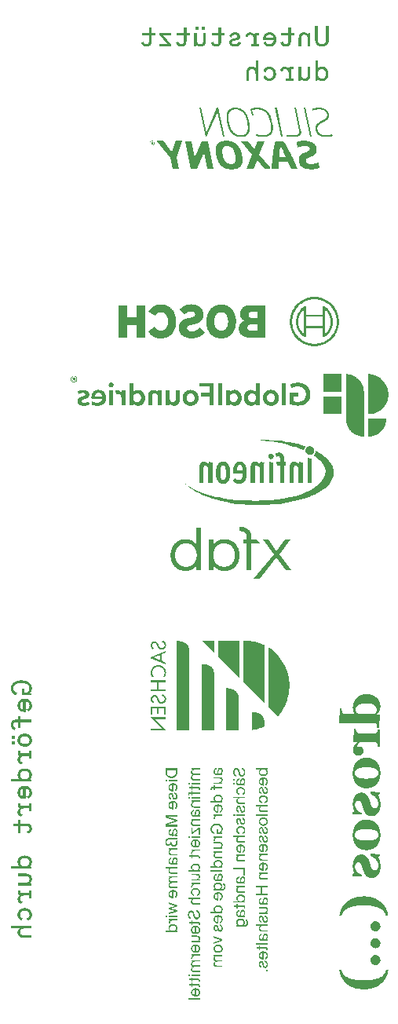
<source format=gbr>
%TF.GenerationSoftware,KiCad,Pcbnew,7.0.8*%
%TF.CreationDate,2024-08-01T15:22:41+02:00*%
%TF.ProjectId,Pflanzensensor,32303234-3036-4303-965f-50666c616e7a,rev?*%
%TF.SameCoordinates,Original*%
%TF.FileFunction,Legend,Bot*%
%TF.FilePolarity,Positive*%
%FSLAX46Y46*%
G04 Gerber Fmt 4.6, Leading zero omitted, Abs format (unit mm)*
G04 Created by KiCad (PCBNEW 7.0.8) date 2024-08-01 15:22:41*
%MOMM*%
%LPD*%
G01*
G04 APERTURE LIST*
%ADD10C,0.000000*%
%ADD11C,0.300000*%
G04 APERTURE END LIST*
D10*
G36*
X66769926Y-126258105D02*
G01*
X66785417Y-126259368D01*
X66800460Y-126261445D01*
X66815053Y-126264317D01*
X66829190Y-126267960D01*
X66842868Y-126272355D01*
X66856083Y-126277479D01*
X66868830Y-126283310D01*
X66881105Y-126289828D01*
X66892905Y-126297010D01*
X66904225Y-126304835D01*
X66915061Y-126313282D01*
X66925408Y-126322329D01*
X66935263Y-126331955D01*
X66944622Y-126342138D01*
X66953480Y-126352856D01*
X66961833Y-126364088D01*
X66969677Y-126375813D01*
X66977009Y-126388008D01*
X66983823Y-126400654D01*
X66990115Y-126413727D01*
X66995883Y-126427206D01*
X67001120Y-126441071D01*
X67005824Y-126455298D01*
X67009990Y-126469868D01*
X67013614Y-126484758D01*
X67016692Y-126499947D01*
X67019219Y-126515413D01*
X67021192Y-126531134D01*
X67022607Y-126547090D01*
X67023458Y-126563259D01*
X67023743Y-126579619D01*
X67023094Y-126609866D01*
X67021163Y-126638547D01*
X67017973Y-126665705D01*
X67013546Y-126691381D01*
X67007906Y-126715619D01*
X67001075Y-126738461D01*
X66993077Y-126759951D01*
X66983934Y-126780129D01*
X66973669Y-126799040D01*
X66962305Y-126816726D01*
X66949866Y-126833229D01*
X66936373Y-126848592D01*
X66921851Y-126862857D01*
X66906321Y-126876068D01*
X66889808Y-126888267D01*
X66872333Y-126899497D01*
X66892437Y-126900358D01*
X66911058Y-126901502D01*
X66928363Y-126902885D01*
X66944519Y-126904465D01*
X66959694Y-126906199D01*
X66974055Y-126908044D01*
X67001007Y-126911898D01*
X67001007Y-127072100D01*
X66966773Y-127065982D01*
X66930379Y-127060698D01*
X66891483Y-127056271D01*
X66849744Y-127052724D01*
X66804822Y-127050081D01*
X66756374Y-127048365D01*
X66704061Y-127047599D01*
X66647541Y-127047808D01*
X66432049Y-127049363D01*
X66384393Y-127048320D01*
X66361781Y-127046746D01*
X66339975Y-127044465D01*
X66318974Y-127041473D01*
X66298773Y-127037765D01*
X66279372Y-127033338D01*
X66260765Y-127028187D01*
X66242951Y-127022308D01*
X66225928Y-127015697D01*
X66209691Y-127008351D01*
X66194238Y-127000264D01*
X66179567Y-126991433D01*
X66165674Y-126981854D01*
X66152557Y-126971522D01*
X66140213Y-126960434D01*
X66128639Y-126948585D01*
X66117832Y-126935971D01*
X66107790Y-126922588D01*
X66098509Y-126908432D01*
X66095473Y-126903113D01*
X66549872Y-126903113D01*
X66609299Y-126903113D01*
X66629579Y-126902705D01*
X66648976Y-126901497D01*
X66667506Y-126899513D01*
X66685185Y-126896778D01*
X66702028Y-126893316D01*
X66718052Y-126889152D01*
X66733271Y-126884309D01*
X66747702Y-126878813D01*
X66761360Y-126872688D01*
X66774260Y-126865958D01*
X66786419Y-126858647D01*
X66797853Y-126850781D01*
X66808575Y-126842383D01*
X66818604Y-126833477D01*
X66827953Y-126824089D01*
X66836639Y-126814242D01*
X66844677Y-126803961D01*
X66852083Y-126793270D01*
X66858873Y-126782194D01*
X66865062Y-126770757D01*
X66870666Y-126758984D01*
X66875700Y-126746899D01*
X66880181Y-126734526D01*
X66884124Y-126721889D01*
X66890457Y-126695924D01*
X66894826Y-126669199D01*
X66897356Y-126641908D01*
X66898171Y-126614247D01*
X66897486Y-126593606D01*
X66895461Y-126574042D01*
X66893959Y-126564674D01*
X66892138Y-126555588D01*
X66890003Y-126546789D01*
X66887560Y-126538281D01*
X66884814Y-126530068D01*
X66881770Y-126522155D01*
X66878434Y-126514546D01*
X66874811Y-126507246D01*
X66870907Y-126500260D01*
X66866726Y-126493590D01*
X66862275Y-126487243D01*
X66857558Y-126481221D01*
X66852582Y-126475531D01*
X66847350Y-126470175D01*
X66841870Y-126465160D01*
X66836145Y-126460488D01*
X66830182Y-126456164D01*
X66823985Y-126452194D01*
X66817561Y-126448580D01*
X66810915Y-126445328D01*
X66804051Y-126442443D01*
X66796975Y-126439927D01*
X66789693Y-126437787D01*
X66782210Y-126436026D01*
X66774532Y-126434648D01*
X66766663Y-126433659D01*
X66758609Y-126433062D01*
X66750376Y-126432862D01*
X66738554Y-126433397D01*
X66727226Y-126434991D01*
X66716378Y-126437630D01*
X66705998Y-126441300D01*
X66696071Y-126445985D01*
X66686584Y-126451672D01*
X66677524Y-126458345D01*
X66668876Y-126465990D01*
X66660627Y-126474592D01*
X66652764Y-126484138D01*
X66645273Y-126494611D01*
X66638140Y-126505998D01*
X66631353Y-126518284D01*
X66624896Y-126531455D01*
X66618758Y-126545495D01*
X66612924Y-126560391D01*
X66607380Y-126576127D01*
X66602113Y-126592689D01*
X66597110Y-126610063D01*
X66592357Y-126628233D01*
X66587840Y-126647185D01*
X66583546Y-126666905D01*
X66575572Y-126708590D01*
X66568326Y-126753170D01*
X66561700Y-126800528D01*
X66555585Y-126850548D01*
X66549872Y-126903113D01*
X66095473Y-126903113D01*
X66089987Y-126893500D01*
X66082220Y-126877786D01*
X66075207Y-126861286D01*
X66068944Y-126843997D01*
X66063429Y-126825915D01*
X66058658Y-126807035D01*
X66054628Y-126787353D01*
X66051338Y-126766865D01*
X66048784Y-126745567D01*
X66046963Y-126723455D01*
X66045510Y-126676772D01*
X66045427Y-126668243D01*
X66045417Y-126663985D01*
X66045447Y-126661855D01*
X66045510Y-126659722D01*
X66048020Y-126626795D01*
X66052971Y-126594292D01*
X66060328Y-126562422D01*
X66070060Y-126531395D01*
X66082134Y-126501421D01*
X66096518Y-126472708D01*
X66104566Y-126458890D01*
X66113179Y-126445467D01*
X66122353Y-126432464D01*
X66132084Y-126419907D01*
X66142368Y-126407822D01*
X66153201Y-126396237D01*
X66164578Y-126385177D01*
X66176497Y-126374667D01*
X66188952Y-126364736D01*
X66201940Y-126355408D01*
X66215457Y-126346709D01*
X66229498Y-126338667D01*
X66244059Y-126331307D01*
X66259137Y-126324655D01*
X66274727Y-126318738D01*
X66290825Y-126313581D01*
X66307428Y-126309212D01*
X66324530Y-126305655D01*
X66342129Y-126302938D01*
X66360219Y-126301087D01*
X66360219Y-126464385D01*
X66349580Y-126465251D01*
X66339201Y-126466525D01*
X66329088Y-126468203D01*
X66319247Y-126470282D01*
X66309682Y-126472759D01*
X66300397Y-126475631D01*
X66291399Y-126478895D01*
X66282693Y-126482548D01*
X66274282Y-126486587D01*
X66266173Y-126491008D01*
X66258370Y-126495809D01*
X66250879Y-126500987D01*
X66243704Y-126506538D01*
X66236850Y-126512459D01*
X66230323Y-126518747D01*
X66224127Y-126525400D01*
X66218268Y-126532413D01*
X66212751Y-126539785D01*
X66207580Y-126547511D01*
X66202760Y-126555589D01*
X66198298Y-126564016D01*
X66194196Y-126572788D01*
X66190462Y-126581903D01*
X66187099Y-126591357D01*
X66184113Y-126601148D01*
X66181509Y-126611272D01*
X66179292Y-126621726D01*
X66177467Y-126632507D01*
X66176038Y-126643613D01*
X66175012Y-126655039D01*
X66174392Y-126666783D01*
X66174184Y-126678841D01*
X66174869Y-126700450D01*
X66176979Y-126721459D01*
X66180596Y-126741759D01*
X66182995Y-126751608D01*
X66185801Y-126761239D01*
X66189026Y-126770638D01*
X66192678Y-126779791D01*
X66196769Y-126788684D01*
X66201308Y-126797305D01*
X66206306Y-126805638D01*
X66211772Y-126813671D01*
X66217719Y-126821389D01*
X66224154Y-126828779D01*
X66231090Y-126835828D01*
X66238536Y-126842521D01*
X66246502Y-126848844D01*
X66254998Y-126854785D01*
X66264036Y-126860330D01*
X66273624Y-126865464D01*
X66283774Y-126870174D01*
X66294495Y-126874447D01*
X66305799Y-126878268D01*
X66317694Y-126881624D01*
X66330192Y-126884502D01*
X66343303Y-126886887D01*
X66357037Y-126888766D01*
X66371403Y-126890125D01*
X66386413Y-126890950D01*
X66402077Y-126891228D01*
X66424815Y-126891228D01*
X66442384Y-126753537D01*
X66452405Y-126689885D01*
X66463516Y-126629916D01*
X66475914Y-126573794D01*
X66489798Y-126521686D01*
X66505366Y-126473755D01*
X66522817Y-126430169D01*
X66542349Y-126391091D01*
X66564159Y-126356688D01*
X66575981Y-126341291D01*
X66588448Y-126327124D01*
X66601583Y-126314208D01*
X66615412Y-126302565D01*
X66629959Y-126292213D01*
X66645250Y-126283175D01*
X66661309Y-126275471D01*
X66678161Y-126269121D01*
X66695831Y-126264146D01*
X66714343Y-126260568D01*
X66733722Y-126258405D01*
X66750376Y-126257809D01*
X66753993Y-126257680D01*
X66769926Y-126258105D01*
G37*
G36*
X62127920Y-121743226D02*
G01*
X61990460Y-121743226D01*
X61990460Y-121193389D01*
X61329002Y-121732892D01*
X61191543Y-121732892D01*
X61191543Y-121041461D01*
X61329002Y-121041461D01*
X61329002Y-121548405D01*
X61990460Y-121006837D01*
X62127920Y-121006837D01*
X62127920Y-121743226D01*
G37*
G36*
X77993872Y-72109496D02*
G01*
X78091418Y-72116931D01*
X78187561Y-72129176D01*
X78282178Y-72146107D01*
X78375149Y-72167604D01*
X78466351Y-72193545D01*
X78555663Y-72223809D01*
X78642963Y-72258273D01*
X78728129Y-72296817D01*
X78811040Y-72339319D01*
X78891574Y-72385657D01*
X78969609Y-72435710D01*
X79045024Y-72489356D01*
X79117696Y-72546474D01*
X79187505Y-72606943D01*
X79254329Y-72670639D01*
X79318045Y-72737444D01*
X79378533Y-72807233D01*
X79435670Y-72879887D01*
X79489335Y-72955284D01*
X79539405Y-73033301D01*
X79585761Y-73113818D01*
X79628279Y-73196713D01*
X79666838Y-73281864D01*
X79701317Y-73369150D01*
X79731593Y-73458450D01*
X79757545Y-73549641D01*
X79779051Y-73642603D01*
X79795990Y-73737214D01*
X79808240Y-73833351D01*
X79815680Y-73930895D01*
X79818186Y-74029722D01*
X79818186Y-78836973D01*
X79719357Y-78834468D01*
X79621809Y-78827033D01*
X79525665Y-78814789D01*
X79431046Y-78797859D01*
X79338075Y-78776363D01*
X79246872Y-78750423D01*
X79157559Y-78720162D01*
X79070259Y-78685699D01*
X78985093Y-78647157D01*
X78902181Y-78604657D01*
X78821648Y-78558320D01*
X78743612Y-78508269D01*
X78668198Y-78454624D01*
X78595525Y-78397508D01*
X78525717Y-78337041D01*
X78458894Y-78273345D01*
X78395178Y-78206542D01*
X78334691Y-78136753D01*
X78277554Y-78064099D01*
X78223890Y-77988703D01*
X78173820Y-77910685D01*
X78127465Y-77830167D01*
X78084947Y-77747271D01*
X78046389Y-77662118D01*
X78011911Y-77574829D01*
X77981635Y-77485526D01*
X77955683Y-77394331D01*
X77934177Y-77301365D01*
X77917239Y-77206750D01*
X77904989Y-77110606D01*
X77897550Y-77013056D01*
X77895043Y-76914221D01*
X77895044Y-72106990D01*
X77993872Y-72109496D01*
G37*
G36*
X59691376Y-119830681D02*
G01*
X58592735Y-119830681D01*
X59691376Y-120178464D01*
X59691376Y-120366566D01*
X58591185Y-120714348D01*
X59691376Y-120714348D01*
X59691376Y-120892115D01*
X58429438Y-120892115D01*
X58429438Y-120594460D01*
X59480536Y-120272515D01*
X58429438Y-119950572D01*
X58429438Y-119652915D01*
X59691376Y-119652915D01*
X59691376Y-119830681D01*
G37*
G36*
X70021921Y-81611477D02*
G01*
X70021921Y-83880746D01*
X69574005Y-83880746D01*
X69574005Y-81553281D01*
X70021921Y-81611477D01*
G37*
G36*
X77438497Y-136421653D02*
G01*
X77456600Y-136485751D01*
X77478576Y-136547892D01*
X77504419Y-136608077D01*
X77534128Y-136666306D01*
X77567699Y-136722581D01*
X77605129Y-136776901D01*
X77646414Y-136829268D01*
X77691552Y-136879681D01*
X77740538Y-136928142D01*
X77793371Y-136974651D01*
X77850046Y-137019208D01*
X77910561Y-137061815D01*
X77974912Y-137102471D01*
X78043096Y-137141178D01*
X78115110Y-137177936D01*
X78191080Y-137212740D01*
X78271022Y-137245286D01*
X78354937Y-137275575D01*
X78442824Y-137303610D01*
X78534684Y-137329391D01*
X78630517Y-137352922D01*
X78730324Y-137374204D01*
X78834105Y-137393237D01*
X78941859Y-137410026D01*
X79053589Y-137424569D01*
X79169292Y-137436871D01*
X79288971Y-137446932D01*
X79412626Y-137454754D01*
X79540255Y-137460339D01*
X79671861Y-137463689D01*
X79807443Y-137464805D01*
X80074677Y-137460339D01*
X80326021Y-137446932D01*
X80445734Y-137436871D01*
X80561473Y-137424569D01*
X80673239Y-137410026D01*
X80781031Y-137393237D01*
X80884849Y-137374204D01*
X80984693Y-137352922D01*
X81080562Y-137329391D01*
X81172456Y-137303610D01*
X81260374Y-137275575D01*
X81344317Y-137245286D01*
X81424284Y-137212740D01*
X81500275Y-137177936D01*
X81572259Y-137141178D01*
X81640395Y-137102471D01*
X81704684Y-137061815D01*
X81765128Y-137019208D01*
X81821728Y-136974651D01*
X81874487Y-136928142D01*
X81923405Y-136879681D01*
X81968484Y-136829268D01*
X82009726Y-136776901D01*
X82047133Y-136722581D01*
X82080706Y-136666306D01*
X82110446Y-136608077D01*
X82136356Y-136547892D01*
X82158437Y-136485751D01*
X82176690Y-136421653D01*
X82191117Y-136355598D01*
X82446311Y-136355598D01*
X82431589Y-136452439D01*
X82412822Y-136548849D01*
X82390004Y-136644800D01*
X82363128Y-136740263D01*
X82332186Y-136835211D01*
X82297172Y-136929617D01*
X82258078Y-137023451D01*
X82214898Y-137116686D01*
X82191881Y-137163058D01*
X82167757Y-137208799D01*
X82142526Y-137253909D01*
X82116190Y-137298387D01*
X82088748Y-137342232D01*
X82060202Y-137385443D01*
X82030551Y-137428020D01*
X81999797Y-137469962D01*
X81967939Y-137511268D01*
X81934979Y-137551937D01*
X81900918Y-137591969D01*
X81865755Y-137631364D01*
X81829491Y-137670119D01*
X81792128Y-137708235D01*
X81753664Y-137745711D01*
X81714102Y-137782547D01*
X81673059Y-137819052D01*
X81630862Y-137854642D01*
X81587512Y-137889315D01*
X81543008Y-137923070D01*
X81497348Y-137955908D01*
X81450533Y-137987827D01*
X81402561Y-138018826D01*
X81353431Y-138048906D01*
X81303144Y-138078066D01*
X81251698Y-138106305D01*
X81199092Y-138133622D01*
X81145326Y-138160017D01*
X81090399Y-138185489D01*
X81034310Y-138210038D01*
X80977059Y-138233664D01*
X80918645Y-138256364D01*
X80858943Y-138278119D01*
X80797941Y-138298459D01*
X80735639Y-138317385D01*
X80672038Y-138334899D01*
X80607137Y-138351003D01*
X80540936Y-138365698D01*
X80473436Y-138378986D01*
X80404636Y-138390868D01*
X80334536Y-138401346D01*
X80263136Y-138410423D01*
X80190436Y-138418098D01*
X80116437Y-138424374D01*
X80041138Y-138429253D01*
X79964540Y-138432736D01*
X79886641Y-138434824D01*
X79807443Y-138435520D01*
X79650478Y-138432736D01*
X79498680Y-138424374D01*
X79352052Y-138410423D01*
X79210600Y-138390868D01*
X79141816Y-138378986D01*
X79074328Y-138365698D01*
X79008136Y-138351003D01*
X78943241Y-138334899D01*
X78879644Y-138317385D01*
X78817344Y-138298459D01*
X78756343Y-138278119D01*
X78696641Y-138256364D01*
X78638169Y-138233664D01*
X78580860Y-138210038D01*
X78524713Y-138185489D01*
X78469729Y-138160017D01*
X78415908Y-138133622D01*
X78363251Y-138106305D01*
X78311758Y-138078066D01*
X78261430Y-138048906D01*
X78212266Y-138018826D01*
X78164269Y-137987827D01*
X78117437Y-137955908D01*
X78071772Y-137923070D01*
X78027273Y-137889315D01*
X77983942Y-137854642D01*
X77941779Y-137819052D01*
X77900783Y-137782547D01*
X77861239Y-137745711D01*
X77822790Y-137708235D01*
X77785438Y-137670119D01*
X77749183Y-137631364D01*
X77714023Y-137591969D01*
X77679961Y-137551937D01*
X77646995Y-137511268D01*
X77615127Y-137469962D01*
X77584356Y-137428020D01*
X77554681Y-137385443D01*
X77526105Y-137342232D01*
X77498626Y-137298387D01*
X77472244Y-137253909D01*
X77446961Y-137208799D01*
X77422776Y-137163058D01*
X77399689Y-137116686D01*
X77356727Y-137023451D01*
X77317776Y-136929617D01*
X77282850Y-136835211D01*
X77251958Y-136740263D01*
X77238028Y-136692594D01*
X77225112Y-136644800D01*
X77213211Y-136596883D01*
X77202326Y-136548849D01*
X77192458Y-136500700D01*
X77183609Y-136452439D01*
X77175781Y-136404071D01*
X77168974Y-136355598D01*
X77424268Y-136355598D01*
X77438497Y-136421653D01*
G37*
G36*
X59691376Y-129367568D02*
G01*
X59691376Y-129512261D01*
X58937934Y-129712248D01*
X59691376Y-129919470D01*
X59691376Y-130063649D01*
X58754999Y-130333396D01*
X58754999Y-130163380D01*
X59447463Y-129984067D01*
X58754999Y-129797511D01*
X58754999Y-129634217D01*
X59447463Y-129447665D01*
X58754999Y-129268344D01*
X58754999Y-129097811D01*
X59691376Y-129367568D01*
G37*
G36*
X67001007Y-122041916D02*
G01*
X66492511Y-122041916D01*
X66456093Y-122043012D01*
X66421903Y-122046263D01*
X66389958Y-122051619D01*
X66374833Y-122055071D01*
X66360275Y-122059029D01*
X66346287Y-122063489D01*
X66332870Y-122068442D01*
X66320027Y-122073883D01*
X66307761Y-122079805D01*
X66296072Y-122086202D01*
X66284963Y-122093068D01*
X66274437Y-122100396D01*
X66264495Y-122108179D01*
X66255139Y-122116412D01*
X66246371Y-122125087D01*
X66238195Y-122134199D01*
X66230610Y-122143741D01*
X66223621Y-122153707D01*
X66217228Y-122164089D01*
X66211434Y-122174883D01*
X66206242Y-122186081D01*
X66201652Y-122197676D01*
X66197667Y-122209664D01*
X66194290Y-122222036D01*
X66191522Y-122234787D01*
X66189366Y-122247911D01*
X66187823Y-122261400D01*
X66186895Y-122275249D01*
X66186586Y-122289450D01*
X66186950Y-122305971D01*
X66188028Y-122321597D01*
X66189801Y-122336351D01*
X66192250Y-122350258D01*
X66195355Y-122363342D01*
X66199097Y-122375628D01*
X66203457Y-122387139D01*
X66208415Y-122397902D01*
X66213951Y-122407938D01*
X66220046Y-122417274D01*
X66226681Y-122425933D01*
X66233837Y-122433940D01*
X66241494Y-122441319D01*
X66249632Y-122448095D01*
X66258232Y-122454291D01*
X66267275Y-122459932D01*
X66276741Y-122465043D01*
X66286612Y-122469648D01*
X66296866Y-122473770D01*
X66307486Y-122477435D01*
X66318452Y-122480668D01*
X66329744Y-122483491D01*
X66353229Y-122488009D01*
X66377786Y-122491183D01*
X66403260Y-122493210D01*
X66429495Y-122494283D01*
X66456337Y-122494597D01*
X67001007Y-122494597D01*
X67001007Y-122653248D01*
X66409312Y-122653248D01*
X66369990Y-122652275D01*
X66332375Y-122649294D01*
X66296581Y-122644213D01*
X66262724Y-122636941D01*
X66230917Y-122627385D01*
X66215818Y-122621722D01*
X66201275Y-122615454D01*
X66187302Y-122608568D01*
X66173913Y-122601055D01*
X66161122Y-122592901D01*
X66148945Y-122584096D01*
X66137394Y-122574628D01*
X66126485Y-122564486D01*
X66116232Y-122553658D01*
X66106648Y-122542133D01*
X66097750Y-122529899D01*
X66089550Y-122516944D01*
X66082063Y-122503258D01*
X66075303Y-122488828D01*
X66069285Y-122473644D01*
X66064023Y-122457693D01*
X66059531Y-122440965D01*
X66055824Y-122423447D01*
X66052915Y-122405129D01*
X66050820Y-122385998D01*
X66049553Y-122366043D01*
X66049127Y-122345254D01*
X66049910Y-122316319D01*
X66052215Y-122288927D01*
X66055971Y-122263033D01*
X66061111Y-122238591D01*
X66067566Y-122215554D01*
X66075267Y-122193878D01*
X66084145Y-122173518D01*
X66094132Y-122154426D01*
X66105160Y-122136558D01*
X66117159Y-122119869D01*
X66130060Y-122104312D01*
X66143796Y-122089841D01*
X66158297Y-122076412D01*
X66173495Y-122063979D01*
X66189321Y-122052495D01*
X66205707Y-122041916D01*
X65739068Y-122041916D01*
X65739068Y-121884303D01*
X67001007Y-121884303D01*
X67001007Y-122041916D01*
G37*
G36*
X78950171Y-110395342D02*
G01*
X78952818Y-110417946D01*
X78955966Y-110440103D01*
X78959603Y-110461809D01*
X78963718Y-110483061D01*
X78968299Y-110503855D01*
X78973334Y-110524188D01*
X78978813Y-110544056D01*
X78984724Y-110563102D01*
X78990993Y-110581337D01*
X78997624Y-110598745D01*
X79004617Y-110615311D01*
X79011975Y-110631020D01*
X79019701Y-110645856D01*
X79023703Y-110652943D01*
X79027798Y-110659805D01*
X79031985Y-110666442D01*
X79036266Y-110672852D01*
X79042324Y-110681335D01*
X79048656Y-110689661D01*
X79055259Y-110697830D01*
X79062131Y-110705841D01*
X79069270Y-110713694D01*
X79076672Y-110721388D01*
X79084336Y-110728924D01*
X79092258Y-110736301D01*
X79100438Y-110743518D01*
X79108871Y-110750576D01*
X79117555Y-110757474D01*
X79126489Y-110764213D01*
X79135669Y-110770790D01*
X79145093Y-110777207D01*
X79154758Y-110783463D01*
X79164663Y-110789558D01*
X79174913Y-110795370D01*
X79185319Y-110800816D01*
X79195880Y-110805894D01*
X79206599Y-110810603D01*
X79217475Y-110814942D01*
X79228509Y-110818910D01*
X79239702Y-110822506D01*
X79251055Y-110825728D01*
X79262568Y-110828576D01*
X79274243Y-110831047D01*
X79286079Y-110833142D01*
X79298078Y-110834858D01*
X79310240Y-110836195D01*
X79322567Y-110837152D01*
X79335058Y-110837727D01*
X79347715Y-110837918D01*
X80999080Y-110837918D01*
X81012157Y-110837782D01*
X81024899Y-110837372D01*
X81037308Y-110836690D01*
X81049386Y-110835737D01*
X81061135Y-110834515D01*
X81072557Y-110833023D01*
X81083654Y-110831264D01*
X81094428Y-110829238D01*
X81104881Y-110826946D01*
X81115016Y-110824389D01*
X81124833Y-110821569D01*
X81134336Y-110818486D01*
X81143527Y-110815141D01*
X81152407Y-110811535D01*
X81160978Y-110807670D01*
X81169243Y-110803546D01*
X81177311Y-110799026D01*
X81185104Y-110794081D01*
X81192623Y-110788709D01*
X81199870Y-110782907D01*
X81206845Y-110776671D01*
X81213551Y-110769999D01*
X81219989Y-110762888D01*
X81226159Y-110755335D01*
X81232064Y-110747337D01*
X81237704Y-110738891D01*
X81243081Y-110729995D01*
X81248196Y-110720644D01*
X81253051Y-110710837D01*
X81257646Y-110700571D01*
X81261984Y-110689841D01*
X81266065Y-110678647D01*
X81270322Y-110665693D01*
X81274325Y-110652019D01*
X81278073Y-110637632D01*
X81281564Y-110622542D01*
X81284798Y-110606760D01*
X81287774Y-110590293D01*
X81290489Y-110573153D01*
X81292943Y-110555347D01*
X81295477Y-110537314D01*
X81297783Y-110519279D01*
X81301835Y-110483305D01*
X81305364Y-110447630D01*
X81308630Y-110412462D01*
X81515862Y-110412462D01*
X81515862Y-112310528D01*
X81308630Y-112310528D01*
X81307608Y-112293661D01*
X81306037Y-112274379D01*
X81303911Y-112252676D01*
X81301224Y-112228544D01*
X81297970Y-112201977D01*
X81294143Y-112172968D01*
X81289739Y-112141508D01*
X81284749Y-112107592D01*
X81279203Y-112073574D01*
X81273354Y-112042034D01*
X81267198Y-112012970D01*
X81260731Y-111986378D01*
X81253951Y-111962254D01*
X81246853Y-111940594D01*
X81239435Y-111921397D01*
X81235604Y-111912720D01*
X81231692Y-111904657D01*
X81226978Y-111895607D01*
X81222051Y-111886894D01*
X81216910Y-111878517D01*
X81211554Y-111870473D01*
X81205980Y-111862763D01*
X81200188Y-111855384D01*
X81194175Y-111848337D01*
X81187940Y-111841620D01*
X81181481Y-111835232D01*
X81174798Y-111829171D01*
X81167887Y-111823438D01*
X81160748Y-111818031D01*
X81153379Y-111812949D01*
X81145778Y-111808190D01*
X81137943Y-111803755D01*
X81129874Y-111799641D01*
X81121479Y-111795817D01*
X81112853Y-111792249D01*
X81103991Y-111788935D01*
X81094890Y-111785876D01*
X81085545Y-111783069D01*
X81075953Y-111780512D01*
X81066109Y-111778206D01*
X81056009Y-111776148D01*
X81045649Y-111774337D01*
X81035025Y-111772772D01*
X81024133Y-111771451D01*
X81012969Y-111770373D01*
X81001528Y-111769537D01*
X80989807Y-111768941D01*
X80977801Y-111768585D01*
X80965507Y-111768467D01*
X79406967Y-111768467D01*
X79389635Y-111782425D01*
X79372750Y-111796649D01*
X79356308Y-111811137D01*
X79340308Y-111825890D01*
X79324748Y-111840909D01*
X79309627Y-111856193D01*
X79294943Y-111871743D01*
X79280694Y-111887558D01*
X79266878Y-111903639D01*
X79253493Y-111919986D01*
X79240538Y-111936599D01*
X79228011Y-111953478D01*
X79215911Y-111970624D01*
X79204234Y-111988036D01*
X79192981Y-112005715D01*
X79182148Y-112023661D01*
X79171934Y-112041751D01*
X79162346Y-112059714D01*
X79153384Y-112077554D01*
X79145042Y-112095271D01*
X79137320Y-112112870D01*
X79130213Y-112130351D01*
X79123720Y-112147717D01*
X79117838Y-112164971D01*
X79112563Y-112182115D01*
X79107893Y-112199151D01*
X79103825Y-112216082D01*
X79100357Y-112232910D01*
X79097485Y-112249637D01*
X79095207Y-112266266D01*
X79093520Y-112282799D01*
X79092421Y-112299238D01*
X79142218Y-112286948D01*
X79195837Y-112273459D01*
X79202817Y-112271824D01*
X79210154Y-112270293D01*
X79225893Y-112267542D01*
X79243044Y-112265207D01*
X79261597Y-112263292D01*
X79281541Y-112261798D01*
X79302865Y-112260728D01*
X79325559Y-112260084D01*
X79349613Y-112259869D01*
X79374703Y-112260418D01*
X79399012Y-112262065D01*
X79422543Y-112264815D01*
X79445294Y-112268670D01*
X79467265Y-112273633D01*
X79488458Y-112279708D01*
X79508871Y-112286897D01*
X79528506Y-112295203D01*
X79547362Y-112304630D01*
X79565440Y-112315181D01*
X79582739Y-112326859D01*
X79599260Y-112339666D01*
X79615003Y-112353606D01*
X79629967Y-112368682D01*
X79644155Y-112384897D01*
X79657564Y-112402254D01*
X79670199Y-112420435D01*
X79682026Y-112439119D01*
X79693043Y-112458305D01*
X79703249Y-112477993D01*
X79712644Y-112498182D01*
X79721226Y-112518872D01*
X79728996Y-112540061D01*
X79735951Y-112561750D01*
X79742091Y-112583938D01*
X79747416Y-112606624D01*
X79751923Y-112629808D01*
X79755613Y-112653489D01*
X79758485Y-112677666D01*
X79760537Y-112702339D01*
X79761769Y-112727507D01*
X79762180Y-112753171D01*
X79761544Y-112780072D01*
X79759636Y-112806332D01*
X79756455Y-112831946D01*
X79752001Y-112856912D01*
X79746272Y-112881227D01*
X79739269Y-112904888D01*
X79730991Y-112927892D01*
X79721438Y-112950237D01*
X79710608Y-112971918D01*
X79698501Y-112992934D01*
X79685116Y-113013281D01*
X79670454Y-113032957D01*
X79654513Y-113051959D01*
X79637292Y-113070283D01*
X79618792Y-113087926D01*
X79599012Y-113104887D01*
X79578407Y-113121040D01*
X79557395Y-113136150D01*
X79535977Y-113150219D01*
X79514151Y-113163246D01*
X79491915Y-113175230D01*
X79469269Y-113186173D01*
X79446211Y-113196073D01*
X79422742Y-113204931D01*
X79398859Y-113212747D01*
X79374561Y-113219521D01*
X79349848Y-113225252D01*
X79324719Y-113229942D01*
X79299173Y-113233589D01*
X79273208Y-113236195D01*
X79246823Y-113237758D01*
X79220018Y-113238279D01*
X79188196Y-113237648D01*
X79157102Y-113235757D01*
X79126738Y-113232607D01*
X79097103Y-113228200D01*
X79068199Y-113222537D01*
X79040024Y-113215621D01*
X79012581Y-113207454D01*
X78985870Y-113198036D01*
X78959890Y-113187371D01*
X78934642Y-113175458D01*
X78910127Y-113162302D01*
X78886345Y-113147902D01*
X78863297Y-113132261D01*
X78840983Y-113115380D01*
X78819403Y-113097262D01*
X78798558Y-113077908D01*
X78778910Y-113057525D01*
X78760507Y-113036318D01*
X78743354Y-113014290D01*
X78727453Y-112991440D01*
X78712808Y-112967771D01*
X78699421Y-112943284D01*
X78687294Y-112917979D01*
X78676432Y-112891858D01*
X78666837Y-112864922D01*
X78658512Y-112837173D01*
X78651459Y-112808611D01*
X78645682Y-112779237D01*
X78641184Y-112749053D01*
X78637967Y-112718060D01*
X78636035Y-112686259D01*
X78635390Y-112653651D01*
X78635897Y-112623870D01*
X78637418Y-112594253D01*
X78639952Y-112564798D01*
X78643499Y-112535501D01*
X78648059Y-112506361D01*
X78653632Y-112477374D01*
X78660217Y-112448539D01*
X78667814Y-112419852D01*
X78676422Y-112391312D01*
X78686042Y-112362916D01*
X78696674Y-112334661D01*
X78708315Y-112306545D01*
X78720968Y-112278566D01*
X78734631Y-112250720D01*
X78749303Y-112223006D01*
X78764985Y-112195421D01*
X78781398Y-112168066D01*
X78798598Y-112140894D01*
X78816582Y-112113904D01*
X78835350Y-112087098D01*
X78854899Y-112060475D01*
X78875227Y-112034035D01*
X78896332Y-112007779D01*
X78918212Y-111981707D01*
X78940864Y-111955818D01*
X78964287Y-111930113D01*
X78988479Y-111904593D01*
X79013438Y-111879257D01*
X79039161Y-111854105D01*
X79065647Y-111829138D01*
X79092893Y-111804355D01*
X79120898Y-111779758D01*
X79120898Y-111768466D01*
X78709530Y-111768466D01*
X78666965Y-111725501D01*
X78740406Y-110372294D01*
X78948037Y-110372294D01*
X78950171Y-110395342D01*
G37*
G36*
X73537449Y-46948121D02*
G01*
X73663541Y-46957858D01*
X73786193Y-46974353D01*
X73904626Y-46997825D01*
X74018062Y-47028492D01*
X74125720Y-47066572D01*
X74226823Y-47112283D01*
X74274673Y-47138068D01*
X74320591Y-47165844D01*
X74364481Y-47195636D01*
X74406245Y-47227472D01*
X74445786Y-47261380D01*
X74483006Y-47297387D01*
X74517808Y-47335520D01*
X74550095Y-47375806D01*
X74579769Y-47418273D01*
X74606733Y-47462948D01*
X74630889Y-47509858D01*
X74652141Y-47559031D01*
X74670390Y-47610494D01*
X74685539Y-47664273D01*
X74697492Y-47720397D01*
X74706150Y-47778893D01*
X74711416Y-47839788D01*
X74713193Y-47903109D01*
X74712573Y-47935325D01*
X74710731Y-47967034D01*
X74707694Y-47998225D01*
X74703492Y-48028886D01*
X74691702Y-48088576D01*
X74675583Y-48146016D01*
X74655359Y-48201119D01*
X74631255Y-48253796D01*
X74603493Y-48303959D01*
X74572297Y-48351521D01*
X74537892Y-48396393D01*
X74500500Y-48438488D01*
X74460346Y-48477718D01*
X74417652Y-48513995D01*
X74372644Y-48547230D01*
X74325544Y-48577337D01*
X74276577Y-48604226D01*
X74225965Y-48627811D01*
X73831434Y-48801009D01*
X73770734Y-48828704D01*
X73742577Y-48842180D01*
X73715992Y-48855737D01*
X73691061Y-48869625D01*
X73667866Y-48884090D01*
X73646490Y-48899381D01*
X73627014Y-48915745D01*
X73618015Y-48924407D01*
X73609522Y-48933430D01*
X73601545Y-48942845D01*
X73594095Y-48952683D01*
X73587182Y-48962976D01*
X73580816Y-48973754D01*
X73575007Y-48985047D01*
X73569766Y-48996888D01*
X73565103Y-49009307D01*
X73561029Y-49022334D01*
X73557553Y-49036002D01*
X73554686Y-49050341D01*
X73552438Y-49065381D01*
X73550820Y-49081155D01*
X73549842Y-49097692D01*
X73549513Y-49115024D01*
X73550249Y-49138289D01*
X73552423Y-49160535D01*
X73555989Y-49181780D01*
X73560901Y-49202041D01*
X73567109Y-49221339D01*
X73574568Y-49239690D01*
X73583231Y-49257114D01*
X73593049Y-49273628D01*
X73603976Y-49289252D01*
X73615965Y-49304004D01*
X73628968Y-49317901D01*
X73642938Y-49330964D01*
X73657828Y-49343209D01*
X73673591Y-49354656D01*
X73690179Y-49365323D01*
X73707546Y-49375228D01*
X73725645Y-49384390D01*
X73744427Y-49392828D01*
X73763846Y-49400559D01*
X73783854Y-49407602D01*
X73804405Y-49413976D01*
X73825451Y-49419699D01*
X73846946Y-49424789D01*
X73868840Y-49429265D01*
X73913644Y-49436449D01*
X73959485Y-49441398D01*
X74005985Y-49444259D01*
X74052766Y-49445180D01*
X74181618Y-49445180D01*
X74226294Y-49444301D01*
X74272532Y-49441737D01*
X74320008Y-49437592D01*
X74368399Y-49431973D01*
X74417379Y-49424986D01*
X74466624Y-49416737D01*
X74515810Y-49407331D01*
X74564614Y-49396875D01*
X74659773Y-49373235D01*
X74749509Y-49346664D01*
X74791532Y-49332545D01*
X74831226Y-49318010D01*
X74868267Y-49303167D01*
X74902330Y-49288121D01*
X74934530Y-49288121D01*
X75043351Y-49871905D01*
X75003495Y-49888947D01*
X74961110Y-49905272D01*
X74916503Y-49920826D01*
X74869981Y-49935558D01*
X74821853Y-49949414D01*
X74772426Y-49962341D01*
X74722006Y-49974288D01*
X74670902Y-49985201D01*
X74619420Y-49995027D01*
X74567869Y-50003714D01*
X74516555Y-50011210D01*
X74465785Y-50017460D01*
X74415868Y-50022414D01*
X74367111Y-50026017D01*
X74319821Y-50028218D01*
X74274305Y-50028963D01*
X74117247Y-50028963D01*
X73977676Y-50025570D01*
X73843177Y-50015213D01*
X73714292Y-49997627D01*
X73591564Y-49972545D01*
X73475536Y-49939703D01*
X73366750Y-49898835D01*
X73315243Y-49875308D01*
X73265749Y-49849674D01*
X73218338Y-49821902D01*
X73173076Y-49791956D01*
X73130032Y-49759805D01*
X73089274Y-49725414D01*
X73050869Y-49688751D01*
X73014884Y-49649783D01*
X72981389Y-49608476D01*
X72950450Y-49564797D01*
X72922137Y-49518713D01*
X72896515Y-49470191D01*
X72873654Y-49419197D01*
X72853621Y-49365698D01*
X72836483Y-49309662D01*
X72822310Y-49251054D01*
X72811168Y-49189841D01*
X72803125Y-49125991D01*
X72798250Y-49059471D01*
X72796610Y-48990246D01*
X72798767Y-48929196D01*
X72805187Y-48869914D01*
X72815794Y-48812471D01*
X72830512Y-48756937D01*
X72849264Y-48703385D01*
X72871973Y-48651885D01*
X72898565Y-48602509D01*
X72928962Y-48555328D01*
X72963088Y-48510413D01*
X73000867Y-48467836D01*
X73042223Y-48427669D01*
X73087078Y-48389981D01*
X73135358Y-48354845D01*
X73186986Y-48322332D01*
X73241885Y-48292513D01*
X73299979Y-48265459D01*
X73738756Y-48076207D01*
X73781350Y-48057358D01*
X73802568Y-48047202D01*
X73823465Y-48036392D01*
X73843843Y-48024804D01*
X73863499Y-48012314D01*
X73882235Y-47998799D01*
X73899849Y-47984133D01*
X73908173Y-47976331D01*
X73916141Y-47968194D01*
X73923729Y-47959708D01*
X73930911Y-47950857D01*
X73937663Y-47941625D01*
X73943958Y-47931997D01*
X73949774Y-47921958D01*
X73955083Y-47911492D01*
X73959861Y-47900583D01*
X73964084Y-47889216D01*
X73967726Y-47877376D01*
X73970762Y-47865046D01*
X73973166Y-47852212D01*
X73974915Y-47838858D01*
X73975983Y-47824969D01*
X73976344Y-47810528D01*
X73975610Y-47790226D01*
X73973443Y-47770850D01*
X73969895Y-47752383D01*
X73965021Y-47734806D01*
X73958873Y-47718099D01*
X73951504Y-47702245D01*
X73942967Y-47687226D01*
X73933315Y-47673022D01*
X73922602Y-47659615D01*
X73910880Y-47646986D01*
X73898203Y-47635118D01*
X73884622Y-47623991D01*
X73870193Y-47613588D01*
X73854966Y-47603889D01*
X73838997Y-47594876D01*
X73822337Y-47586531D01*
X73805040Y-47578835D01*
X73787158Y-47571770D01*
X73768745Y-47565316D01*
X73749854Y-47559457D01*
X73730538Y-47554172D01*
X73710849Y-47549444D01*
X73670569Y-47541584D01*
X73629436Y-47535728D01*
X73587876Y-47531729D01*
X73546313Y-47529437D01*
X73505171Y-47528707D01*
X73360265Y-47528707D01*
X73326041Y-47529399D01*
X73288626Y-47531421D01*
X73206149Y-47539126D01*
X73116700Y-47551167D01*
X73024139Y-47566888D01*
X72932331Y-47585635D01*
X72845139Y-47606751D01*
X72804481Y-47617992D01*
X72766425Y-47629581D01*
X72731455Y-47641434D01*
X72700054Y-47653470D01*
X72671744Y-47653470D01*
X72559033Y-47085739D01*
X72599114Y-47068891D01*
X72642060Y-47053091D01*
X72687436Y-47038343D01*
X72734805Y-47024654D01*
X72783731Y-47012029D01*
X72833779Y-47000473D01*
X72884511Y-46989992D01*
X72935492Y-46980591D01*
X73036457Y-46965052D01*
X73133185Y-46953898D01*
X73222188Y-46947175D01*
X73299976Y-46944924D01*
X73408696Y-46944924D01*
X73537449Y-46948121D01*
G37*
G36*
X69437551Y-131621176D02*
G01*
X68929056Y-131621176D01*
X68892637Y-131622272D01*
X68858447Y-131625523D01*
X68826502Y-131630879D01*
X68811377Y-131634331D01*
X68796819Y-131638289D01*
X68782831Y-131642748D01*
X68769414Y-131647701D01*
X68756572Y-131653142D01*
X68744305Y-131659065D01*
X68732616Y-131665462D01*
X68721508Y-131672327D01*
X68710981Y-131679655D01*
X68701039Y-131687438D01*
X68691683Y-131695671D01*
X68682916Y-131704346D01*
X68674739Y-131713458D01*
X68667155Y-131723000D01*
X68660166Y-131732965D01*
X68653773Y-131743348D01*
X68647979Y-131754141D01*
X68642787Y-131765339D01*
X68638197Y-131776934D01*
X68634212Y-131788922D01*
X68630835Y-131801294D01*
X68628067Y-131814045D01*
X68625911Y-131827168D01*
X68624368Y-131840657D01*
X68623441Y-131854505D01*
X68623131Y-131868706D01*
X68623495Y-131885186D01*
X68624574Y-131900776D01*
X68626348Y-131915499D01*
X68628797Y-131929379D01*
X68631903Y-131942442D01*
X68635647Y-131954710D01*
X68640007Y-131966208D01*
X68644966Y-131976961D01*
X68650504Y-131986991D01*
X68656600Y-131996324D01*
X68663237Y-132004983D01*
X68670394Y-132012993D01*
X68678052Y-132020377D01*
X68686191Y-132027159D01*
X68694792Y-132033364D01*
X68703837Y-132039016D01*
X68713304Y-132044139D01*
X68723175Y-132048757D01*
X68733430Y-132052893D01*
X68744051Y-132056573D01*
X68755016Y-132059820D01*
X68766308Y-132062658D01*
X68789792Y-132067205D01*
X68814347Y-132070406D01*
X68839817Y-132072454D01*
X68866047Y-132073541D01*
X68892881Y-132073861D01*
X69437551Y-132073861D01*
X69437551Y-132232508D01*
X68845855Y-132232508D01*
X68806541Y-132231529D01*
X68768932Y-132228532D01*
X68733142Y-132223425D01*
X68699287Y-132216120D01*
X68667482Y-132206524D01*
X68652383Y-132200840D01*
X68637840Y-132194549D01*
X68623866Y-132187640D01*
X68610476Y-132180103D01*
X68597685Y-132171925D01*
X68585506Y-132163096D01*
X68573955Y-132153604D01*
X68563044Y-132143438D01*
X68552790Y-132132586D01*
X68543205Y-132121038D01*
X68534305Y-132108781D01*
X68526103Y-132095805D01*
X68518615Y-132082099D01*
X68511854Y-132067651D01*
X68505834Y-132052449D01*
X68500571Y-132036483D01*
X68496078Y-132019741D01*
X68492370Y-132002211D01*
X68489461Y-131983884D01*
X68487365Y-131964746D01*
X68486097Y-131944788D01*
X68485672Y-131923997D01*
X68486455Y-131895068D01*
X68488761Y-131867694D01*
X68492519Y-131841825D01*
X68497662Y-131817416D01*
X68504119Y-131794419D01*
X68511823Y-131772787D01*
X68520704Y-131752472D01*
X68530694Y-131733429D01*
X68541723Y-131715609D01*
X68553723Y-131698966D01*
X68566625Y-131683452D01*
X68580359Y-131669021D01*
X68594858Y-131655625D01*
X68610052Y-131643217D01*
X68625873Y-131631750D01*
X68642251Y-131621176D01*
X68175612Y-131621176D01*
X68175612Y-131463042D01*
X69437551Y-131463042D01*
X69437551Y-131621176D01*
G37*
G36*
X64148923Y-118504507D02*
G01*
X64173841Y-118506885D01*
X64198301Y-118510203D01*
X64222278Y-118514457D01*
X64245744Y-118519641D01*
X64268670Y-118525748D01*
X64291031Y-118532774D01*
X64312799Y-118540712D01*
X64333946Y-118549557D01*
X64354447Y-118559304D01*
X64374272Y-118569945D01*
X64393395Y-118581476D01*
X64411790Y-118593891D01*
X64429428Y-118607185D01*
X64446283Y-118621350D01*
X64462327Y-118636383D01*
X64477533Y-118652277D01*
X64491874Y-118669026D01*
X64505322Y-118686624D01*
X64517852Y-118705067D01*
X64529434Y-118724348D01*
X64540042Y-118744461D01*
X64549649Y-118765401D01*
X64558228Y-118787162D01*
X64565752Y-118809739D01*
X64572192Y-118833125D01*
X64577523Y-118857315D01*
X64581716Y-118882303D01*
X64584745Y-118908084D01*
X64586582Y-118934652D01*
X64587201Y-118962000D01*
X64586815Y-118983140D01*
X64585671Y-119003807D01*
X64583788Y-119023996D01*
X64581184Y-119043705D01*
X64577879Y-119062927D01*
X64573891Y-119081658D01*
X64569240Y-119099894D01*
X64563944Y-119117630D01*
X64551493Y-119151586D01*
X64536691Y-119183488D01*
X64519688Y-119213301D01*
X64500636Y-119240988D01*
X64479687Y-119266513D01*
X64456993Y-119289840D01*
X64432704Y-119310933D01*
X64406972Y-119329755D01*
X64379949Y-119346270D01*
X64351786Y-119360443D01*
X64322634Y-119372236D01*
X64292645Y-119381613D01*
X64292645Y-119217799D01*
X64309587Y-119209868D01*
X64325790Y-119201041D01*
X64341205Y-119191281D01*
X64348601Y-119186039D01*
X64355783Y-119180550D01*
X64362743Y-119174807D01*
X64369475Y-119168807D01*
X64375974Y-119162545D01*
X64382233Y-119156017D01*
X64388246Y-119149216D01*
X64394007Y-119142139D01*
X64399511Y-119134780D01*
X64404750Y-119127136D01*
X64409719Y-119119200D01*
X64414412Y-119110969D01*
X64418822Y-119102438D01*
X64422943Y-119093601D01*
X64426770Y-119084454D01*
X64430297Y-119074992D01*
X64433516Y-119065210D01*
X64436422Y-119055104D01*
X64439010Y-119044669D01*
X64441272Y-119033899D01*
X64443203Y-119022791D01*
X64444796Y-119011340D01*
X64446046Y-118999539D01*
X64446947Y-118987386D01*
X64447491Y-118974875D01*
X64447674Y-118962000D01*
X64447389Y-118948942D01*
X64446532Y-118935889D01*
X64445102Y-118922867D01*
X64443098Y-118909901D01*
X64440519Y-118897017D01*
X64437362Y-118884241D01*
X64433627Y-118871597D01*
X64429313Y-118859112D01*
X64424418Y-118846810D01*
X64418941Y-118834718D01*
X64412880Y-118822860D01*
X64406234Y-118811263D01*
X64399003Y-118799950D01*
X64391184Y-118788949D01*
X64382776Y-118778285D01*
X64373777Y-118767982D01*
X64364188Y-118758066D01*
X64354005Y-118748564D01*
X64343229Y-118739500D01*
X64331857Y-118730899D01*
X64319888Y-118722788D01*
X64307322Y-118715191D01*
X64294155Y-118708135D01*
X64280389Y-118701644D01*
X64266020Y-118695744D01*
X64251047Y-118690460D01*
X64235470Y-118685818D01*
X64219287Y-118681844D01*
X64202497Y-118678563D01*
X64185098Y-118676000D01*
X64167088Y-118674181D01*
X64148468Y-118673131D01*
X64148468Y-119393500D01*
X64120900Y-119394899D01*
X64093693Y-119395181D01*
X64066881Y-119394361D01*
X64040496Y-119392454D01*
X64014575Y-119389474D01*
X63989148Y-119385436D01*
X63964252Y-119380354D01*
X63939919Y-119374243D01*
X63916182Y-119367118D01*
X63893077Y-119358993D01*
X63870636Y-119349883D01*
X63848893Y-119339802D01*
X63827882Y-119328765D01*
X63807636Y-119316787D01*
X63788190Y-119303882D01*
X63769577Y-119290065D01*
X63751831Y-119275350D01*
X63734985Y-119259752D01*
X63719073Y-119243285D01*
X63704130Y-119225965D01*
X63690188Y-119207805D01*
X63677282Y-119188821D01*
X63665444Y-119169027D01*
X63654710Y-119148437D01*
X63645112Y-119127066D01*
X63636684Y-119104929D01*
X63629461Y-119082041D01*
X63623475Y-119058415D01*
X63618761Y-119034067D01*
X63615351Y-119009011D01*
X63613281Y-118983261D01*
X63612584Y-118956833D01*
X63747976Y-118956833D01*
X63748359Y-118972297D01*
X63749494Y-118987357D01*
X63751356Y-119002010D01*
X63753920Y-119016249D01*
X63757162Y-119030069D01*
X63761058Y-119043467D01*
X63765585Y-119056436D01*
X63770717Y-119068971D01*
X63776430Y-119081068D01*
X63782700Y-119092721D01*
X63789504Y-119103925D01*
X63796816Y-119114676D01*
X63804613Y-119124968D01*
X63812869Y-119134796D01*
X63821562Y-119144154D01*
X63830667Y-119153039D01*
X63840159Y-119161445D01*
X63850014Y-119169366D01*
X63860208Y-119176798D01*
X63870717Y-119183736D01*
X63881517Y-119190174D01*
X63892583Y-119196108D01*
X63903891Y-119201532D01*
X63915417Y-119206442D01*
X63927136Y-119210832D01*
X63939025Y-119214697D01*
X63951059Y-119218032D01*
X63963214Y-119220833D01*
X63975466Y-119223093D01*
X63987790Y-119224809D01*
X64000163Y-119225974D01*
X64012559Y-119226584D01*
X64012559Y-118674679D01*
X63995259Y-118676313D01*
X63978605Y-118678593D01*
X63962591Y-118681500D01*
X63947211Y-118685016D01*
X63932459Y-118689124D01*
X63918327Y-118693804D01*
X63904811Y-118699038D01*
X63891902Y-118704809D01*
X63879595Y-118711098D01*
X63867884Y-118717886D01*
X63856762Y-118725157D01*
X63846223Y-118732891D01*
X63836259Y-118741070D01*
X63826866Y-118749676D01*
X63818037Y-118758691D01*
X63809764Y-118768096D01*
X63802043Y-118777874D01*
X63794866Y-118788006D01*
X63788227Y-118798473D01*
X63782119Y-118809259D01*
X63776537Y-118820344D01*
X63771474Y-118831710D01*
X63766923Y-118843339D01*
X63762878Y-118855214D01*
X63759333Y-118867314D01*
X63756282Y-118879623D01*
X63751633Y-118904794D01*
X63748882Y-118930579D01*
X63747976Y-118956833D01*
X63612584Y-118956833D01*
X63613136Y-118933022D01*
X63614783Y-118909572D01*
X63617509Y-118886511D01*
X63621299Y-118863863D01*
X63626138Y-118841655D01*
X63632011Y-118819913D01*
X63638902Y-118798663D01*
X63646797Y-118777929D01*
X63655680Y-118757739D01*
X63665536Y-118738117D01*
X63676350Y-118719090D01*
X63688106Y-118700683D01*
X63700790Y-118682923D01*
X63714386Y-118665835D01*
X63728880Y-118649445D01*
X63744255Y-118633778D01*
X63760498Y-118618861D01*
X63777592Y-118604719D01*
X63795522Y-118591378D01*
X63814273Y-118578865D01*
X63833831Y-118567204D01*
X63854179Y-118556422D01*
X63875304Y-118546544D01*
X63897188Y-118537596D01*
X63919819Y-118529604D01*
X63943179Y-118522594D01*
X63967254Y-118516592D01*
X63992029Y-118511623D01*
X64012559Y-118508471D01*
X64017489Y-118507713D01*
X64043618Y-118504889D01*
X64070402Y-118503175D01*
X64097825Y-118502598D01*
X64148923Y-118504507D01*
G37*
G36*
X48547414Y-72464401D02*
G01*
X48547281Y-72464400D01*
X48547582Y-72464399D01*
X48547414Y-72464401D01*
G37*
G36*
X69150054Y-130481631D02*
G01*
X69165343Y-130484329D01*
X69180563Y-130487734D01*
X69195686Y-130491844D01*
X69210682Y-130496656D01*
X69225521Y-130502167D01*
X69240175Y-130508374D01*
X69254613Y-130515275D01*
X69268807Y-130522866D01*
X69282728Y-130531146D01*
X69296345Y-130540110D01*
X69309630Y-130549757D01*
X69322553Y-130560084D01*
X69335084Y-130571087D01*
X69347196Y-130582764D01*
X69358857Y-130595113D01*
X69370039Y-130608130D01*
X69380712Y-130621812D01*
X69390847Y-130636157D01*
X69400415Y-130651162D01*
X69409386Y-130666825D01*
X69417731Y-130683142D01*
X69425421Y-130700110D01*
X69432426Y-130717727D01*
X69438717Y-130735990D01*
X69444264Y-130754897D01*
X69449038Y-130774443D01*
X69453010Y-130794628D01*
X69456151Y-130815447D01*
X69458431Y-130836898D01*
X69459820Y-130858979D01*
X69460289Y-130881686D01*
X69459049Y-130921238D01*
X69455355Y-130959519D01*
X69449249Y-130996353D01*
X69440773Y-131031563D01*
X69429968Y-131064973D01*
X69416877Y-131096404D01*
X69401540Y-131125681D01*
X69393043Y-131139456D01*
X69384000Y-131152627D01*
X69374417Y-131165170D01*
X69364298Y-131177065D01*
X69353649Y-131188288D01*
X69342476Y-131198818D01*
X69330783Y-131208632D01*
X69318575Y-131217709D01*
X69305858Y-131226026D01*
X69292637Y-131233562D01*
X69278917Y-131240294D01*
X69264704Y-131246200D01*
X69250002Y-131251258D01*
X69234818Y-131255446D01*
X69219155Y-131258741D01*
X69203019Y-131261123D01*
X69186416Y-131262568D01*
X69169350Y-131263054D01*
X69152720Y-131262620D01*
X69136758Y-131261332D01*
X69121447Y-131259215D01*
X69106772Y-131256291D01*
X69092717Y-131252585D01*
X69079267Y-131248119D01*
X69066407Y-131242918D01*
X69054120Y-131237005D01*
X69042391Y-131230403D01*
X69031205Y-131223136D01*
X69020546Y-131215228D01*
X69010398Y-131206702D01*
X69000746Y-131197581D01*
X68991574Y-131187890D01*
X68982866Y-131177651D01*
X68974608Y-131166889D01*
X68966783Y-131155626D01*
X68959375Y-131143887D01*
X68952370Y-131131694D01*
X68945752Y-131119072D01*
X68933612Y-131092633D01*
X68922833Y-131064758D01*
X68913288Y-131035635D01*
X68904853Y-131005453D01*
X68897403Y-130974400D01*
X68890814Y-130942664D01*
X68864975Y-130810372D01*
X68861494Y-130793887D01*
X68857572Y-130778314D01*
X68853177Y-130763674D01*
X68848274Y-130749987D01*
X68842832Y-130737274D01*
X68836816Y-130725557D01*
X68830194Y-130714856D01*
X68826646Y-130709893D01*
X68822933Y-130705192D01*
X68819052Y-130700756D01*
X68814999Y-130696587D01*
X68810770Y-130692688D01*
X68806360Y-130689061D01*
X68801765Y-130685710D01*
X68796982Y-130682636D01*
X68792006Y-130679842D01*
X68786832Y-130677331D01*
X68781457Y-130675106D01*
X68775877Y-130673169D01*
X68770088Y-130671523D01*
X68764084Y-130670170D01*
X68757863Y-130669114D01*
X68751420Y-130668356D01*
X68744751Y-130667899D01*
X68737852Y-130667746D01*
X68730009Y-130668049D01*
X68722469Y-130668944D01*
X68715228Y-130670410D01*
X68708282Y-130672425D01*
X68701629Y-130674967D01*
X68695264Y-130678016D01*
X68689183Y-130681549D01*
X68683384Y-130685545D01*
X68677863Y-130689984D01*
X68672617Y-130694842D01*
X68667641Y-130700100D01*
X68662933Y-130705734D01*
X68658488Y-130711725D01*
X68654304Y-130718050D01*
X68650377Y-130724688D01*
X68646703Y-130731618D01*
X68643279Y-130738818D01*
X68640101Y-130746266D01*
X68637166Y-130753942D01*
X68634471Y-130761823D01*
X68632011Y-130769889D01*
X68629783Y-130778117D01*
X68627785Y-130786487D01*
X68626011Y-130794976D01*
X68623126Y-130812229D01*
X68621100Y-130829704D01*
X68619905Y-130847229D01*
X68619513Y-130864632D01*
X68620030Y-130884908D01*
X68621606Y-130904598D01*
X68624275Y-130923644D01*
X68628073Y-130941987D01*
X68633035Y-130959567D01*
X68639196Y-130976326D01*
X68646592Y-130992206D01*
X68650765Y-130999797D01*
X68655259Y-131007146D01*
X68660079Y-131014246D01*
X68665230Y-131021089D01*
X68670716Y-131027668D01*
X68676542Y-131033976D01*
X68682712Y-131040004D01*
X68689230Y-131045747D01*
X68696101Y-131051195D01*
X68703329Y-131056343D01*
X68710918Y-131061183D01*
X68718874Y-131065706D01*
X68727200Y-131069907D01*
X68735901Y-131073778D01*
X68744982Y-131077310D01*
X68754446Y-131080498D01*
X68764298Y-131083333D01*
X68774542Y-131085808D01*
X68774542Y-131250651D01*
X68758085Y-131247558D01*
X68742013Y-131243841D01*
X68726335Y-131239507D01*
X68711060Y-131234566D01*
X68696198Y-131229024D01*
X68681756Y-131222889D01*
X68667745Y-131216170D01*
X68654173Y-131208875D01*
X68641049Y-131201012D01*
X68628382Y-131192588D01*
X68616181Y-131183612D01*
X68604456Y-131174092D01*
X68593215Y-131164035D01*
X68582467Y-131153450D01*
X68572221Y-131142344D01*
X68562486Y-131130727D01*
X68553272Y-131118605D01*
X68544586Y-131105986D01*
X68536439Y-131092879D01*
X68528840Y-131079292D01*
X68521796Y-131065232D01*
X68515318Y-131050708D01*
X68509414Y-131035728D01*
X68504093Y-131020299D01*
X68499364Y-131004430D01*
X68495237Y-130988128D01*
X68491720Y-130971402D01*
X68488822Y-130954260D01*
X68486553Y-130936709D01*
X68484921Y-130918758D01*
X68483935Y-130900414D01*
X68483604Y-130881686D01*
X68484718Y-130843300D01*
X68488034Y-130806053D01*
X68493515Y-130770130D01*
X68501123Y-130735715D01*
X68510820Y-130702993D01*
X68522568Y-130672148D01*
X68536330Y-130643365D01*
X68552068Y-130616829D01*
X68560666Y-130604460D01*
X68569744Y-130592723D01*
X68579297Y-130581639D01*
X68589320Y-130571233D01*
X68599809Y-130561526D01*
X68610759Y-130552542D01*
X68622165Y-130544305D01*
X68634023Y-130536836D01*
X68646327Y-130530160D01*
X68659073Y-130524299D01*
X68672257Y-130519277D01*
X68685873Y-130515116D01*
X68699917Y-130511840D01*
X68714384Y-130509471D01*
X68729270Y-130508032D01*
X68744569Y-130507548D01*
X68760552Y-130507951D01*
X68775877Y-130509141D01*
X68790559Y-130511092D01*
X68804614Y-130513774D01*
X68818056Y-130517161D01*
X68830900Y-130521225D01*
X68843161Y-130525938D01*
X68854855Y-130531272D01*
X68865995Y-130537199D01*
X68876598Y-130543693D01*
X68886677Y-130550725D01*
X68896249Y-130558267D01*
X68905327Y-130566293D01*
X68913927Y-130574773D01*
X68922064Y-130583681D01*
X68929752Y-130592989D01*
X68937007Y-130602669D01*
X68943844Y-130612693D01*
X68950277Y-130623034D01*
X68956321Y-130633664D01*
X68967304Y-130655680D01*
X68976912Y-130678519D01*
X68985265Y-130701961D01*
X68992481Y-130725783D01*
X68998682Y-130749764D01*
X69003985Y-130773682D01*
X69031890Y-130912692D01*
X69036048Y-130931492D01*
X69040707Y-130949897D01*
X69045917Y-130967793D01*
X69051729Y-130985067D01*
X69058193Y-131001608D01*
X69065362Y-131017302D01*
X69073284Y-131032036D01*
X69082012Y-131045698D01*
X69091596Y-131058175D01*
X69096725Y-131063934D01*
X69102087Y-131069354D01*
X69107689Y-131074422D01*
X69113536Y-131079123D01*
X69119635Y-131083443D01*
X69125993Y-131087368D01*
X69132615Y-131090885D01*
X69139509Y-131093978D01*
X69146680Y-131096634D01*
X69154135Y-131098838D01*
X69161880Y-131100578D01*
X69169922Y-131101837D01*
X69178267Y-131102603D01*
X69186921Y-131102862D01*
X69194976Y-131102578D01*
X69202822Y-131101736D01*
X69210457Y-131100350D01*
X69217878Y-131098433D01*
X69225081Y-131096000D01*
X69232063Y-131093063D01*
X69238821Y-131089637D01*
X69245352Y-131085735D01*
X69251653Y-131081372D01*
X69257721Y-131076561D01*
X69263553Y-131071316D01*
X69269145Y-131065650D01*
X69274495Y-131059578D01*
X69279599Y-131053113D01*
X69284454Y-131046270D01*
X69289057Y-131039061D01*
X69293406Y-131031500D01*
X69297496Y-131023602D01*
X69301326Y-131015380D01*
X69304891Y-131006849D01*
X69308188Y-130998020D01*
X69311216Y-130988910D01*
X69313969Y-130979530D01*
X69316446Y-130969896D01*
X69318643Y-130960021D01*
X69320558Y-130949918D01*
X69322186Y-130939602D01*
X69323525Y-130929086D01*
X69324572Y-130918384D01*
X69325324Y-130907510D01*
X69325777Y-130896477D01*
X69325929Y-130885300D01*
X69325101Y-130859943D01*
X69324072Y-130847822D01*
X69322639Y-130836070D01*
X69320805Y-130824684D01*
X69318574Y-130813662D01*
X69315952Y-130803000D01*
X69312941Y-130792698D01*
X69309545Y-130782751D01*
X69305770Y-130773159D01*
X69301618Y-130763917D01*
X69297095Y-130755024D01*
X69292203Y-130746478D01*
X69286947Y-130738275D01*
X69281331Y-130730413D01*
X69275360Y-130722890D01*
X69269037Y-130715703D01*
X69262365Y-130708850D01*
X69255351Y-130702329D01*
X69247996Y-130696136D01*
X69240306Y-130690269D01*
X69232285Y-130684726D01*
X69223936Y-130679505D01*
X69215263Y-130674602D01*
X69196964Y-130665743D01*
X69177420Y-130658130D01*
X69156664Y-130651742D01*
X69134727Y-130646559D01*
X69134727Y-130479643D01*
X69150054Y-130481631D01*
G37*
G36*
X66713514Y-118610523D02*
G01*
X66728806Y-118613222D01*
X66744030Y-118616629D01*
X66759155Y-118620742D01*
X66774153Y-118625557D01*
X66788994Y-118631071D01*
X66803649Y-118637283D01*
X66818088Y-118644188D01*
X66832283Y-118651784D01*
X66846204Y-118660068D01*
X66859821Y-118669037D01*
X66873105Y-118678688D01*
X66886028Y-118689019D01*
X66898559Y-118700027D01*
X66910669Y-118711708D01*
X66922329Y-118724060D01*
X66933510Y-118737080D01*
X66944182Y-118750765D01*
X66954315Y-118765112D01*
X66963882Y-118780118D01*
X66972851Y-118795781D01*
X66981195Y-118812098D01*
X66988883Y-118829065D01*
X66995887Y-118846680D01*
X67002176Y-118864940D01*
X67007722Y-118883842D01*
X67012495Y-118903383D01*
X67016466Y-118923561D01*
X67019606Y-118944372D01*
X67021885Y-118965813D01*
X67023274Y-118987883D01*
X67023743Y-119010577D01*
X67022503Y-119050145D01*
X67018809Y-119088438D01*
X67012703Y-119125280D01*
X67004227Y-119160495D01*
X66993422Y-119193907D01*
X66980331Y-119225338D01*
X66964995Y-119254613D01*
X66956498Y-119268387D01*
X66947455Y-119281555D01*
X66937872Y-119294097D01*
X66927753Y-119305989D01*
X66917104Y-119317209D01*
X66905931Y-119327736D01*
X66894238Y-119337548D01*
X66882030Y-119346622D01*
X66869314Y-119354937D01*
X66856093Y-119362470D01*
X66842373Y-119369199D01*
X66828160Y-119375102D01*
X66813458Y-119380158D01*
X66798274Y-119384344D01*
X66782611Y-119387638D01*
X66766475Y-119390019D01*
X66749872Y-119391463D01*
X66732807Y-119391949D01*
X66716177Y-119391514D01*
X66700215Y-119390225D01*
X66684904Y-119388106D01*
X66670230Y-119385180D01*
X66656176Y-119381470D01*
X66642728Y-119377001D01*
X66629869Y-119371796D01*
X66617583Y-119365878D01*
X66605856Y-119359272D01*
X66594671Y-119352001D01*
X66584013Y-119344088D01*
X66573867Y-119335557D01*
X66564216Y-119326432D01*
X66555045Y-119316736D01*
X66546339Y-119306494D01*
X66538082Y-119295727D01*
X66530258Y-119284461D01*
X66522851Y-119272719D01*
X66515847Y-119260524D01*
X66509229Y-119247901D01*
X66497089Y-119221461D01*
X66486308Y-119193589D01*
X66476761Y-119164473D01*
X66468322Y-119134303D01*
X66460867Y-119103267D01*
X66454270Y-119071555D01*
X66428432Y-118939263D01*
X66424958Y-118922740D01*
X66421040Y-118907138D01*
X66416647Y-118892478D01*
X66411744Y-118878779D01*
X66406300Y-118866061D01*
X66400281Y-118854345D01*
X66393655Y-118843650D01*
X66390104Y-118838691D01*
X66386390Y-118833995D01*
X66382507Y-118829565D01*
X66378452Y-118825402D01*
X66374220Y-118821510D01*
X66369808Y-118817891D01*
X66365212Y-118814546D01*
X66360427Y-118811480D01*
X66355450Y-118808693D01*
X66350275Y-118806189D01*
X66344900Y-118803971D01*
X66339320Y-118802040D01*
X66333531Y-118800400D01*
X66327529Y-118799052D01*
X66321310Y-118797999D01*
X66314869Y-118797244D01*
X66308204Y-118796789D01*
X66301308Y-118796637D01*
X66293461Y-118796940D01*
X66285918Y-118797835D01*
X66278674Y-118799300D01*
X66271725Y-118801314D01*
X66265069Y-118803855D01*
X66258702Y-118806903D01*
X66252621Y-118810435D01*
X66246821Y-118814430D01*
X66241299Y-118818866D01*
X66236052Y-118823724D01*
X66231076Y-118828979D01*
X66226368Y-118834613D01*
X66221924Y-118840602D01*
X66217740Y-118846926D01*
X66213814Y-118853563D01*
X66210141Y-118860491D01*
X66206718Y-118867690D01*
X66203542Y-118875137D01*
X66200608Y-118882812D01*
X66197914Y-118890693D01*
X66195456Y-118898758D01*
X66193229Y-118906987D01*
X66191232Y-118915357D01*
X66189460Y-118923847D01*
X66186578Y-118941102D01*
X66184554Y-118958581D01*
X66183360Y-118976112D01*
X66182969Y-118993523D01*
X66183486Y-119013802D01*
X66185062Y-119033485D01*
X66187731Y-119052514D01*
X66191529Y-119070831D01*
X66196491Y-119088379D01*
X66202652Y-119105100D01*
X66210048Y-119120937D01*
X66214220Y-119128506D01*
X66218714Y-119135833D01*
X66223534Y-119142909D01*
X66228685Y-119149729D01*
X66234172Y-119156284D01*
X66239997Y-119162567D01*
X66246167Y-119168573D01*
X66252685Y-119174292D01*
X66259556Y-119179718D01*
X66266784Y-119184844D01*
X66274374Y-119189663D01*
X66282330Y-119194167D01*
X66290656Y-119198350D01*
X66299357Y-119202203D01*
X66308437Y-119205720D01*
X66317901Y-119208894D01*
X66327753Y-119211717D01*
X66337998Y-119214182D01*
X66337998Y-119379546D01*
X66321541Y-119376457D01*
X66305469Y-119372745D01*
X66289791Y-119368417D01*
X66274516Y-119363480D01*
X66259654Y-119357943D01*
X66245212Y-119351813D01*
X66231201Y-119345100D01*
X66217629Y-119337810D01*
X66204505Y-119329951D01*
X66191838Y-119321532D01*
X66179637Y-119312560D01*
X66167912Y-119303044D01*
X66156671Y-119292990D01*
X66145923Y-119282409D01*
X66135677Y-119271306D01*
X66125942Y-119259690D01*
X66116728Y-119247570D01*
X66108042Y-119234953D01*
X66099895Y-119221846D01*
X66092295Y-119208259D01*
X66085252Y-119194198D01*
X66078774Y-119179672D01*
X66072869Y-119164689D01*
X66067549Y-119149257D01*
X66062820Y-119133383D01*
X66058693Y-119117076D01*
X66055176Y-119100343D01*
X66052278Y-119083193D01*
X66050008Y-119065634D01*
X66048376Y-119047672D01*
X66047390Y-119029317D01*
X66047060Y-119010577D01*
X66048173Y-118972237D01*
X66051490Y-118935025D01*
X66056971Y-118899125D01*
X66064578Y-118864724D01*
X66074276Y-118832008D01*
X66086024Y-118801162D01*
X66099786Y-118772372D01*
X66115524Y-118745823D01*
X66124122Y-118733448D01*
X66133200Y-118721703D01*
X66142753Y-118710611D01*
X66152776Y-118700195D01*
X66163265Y-118690480D01*
X66174215Y-118681487D01*
X66185621Y-118673241D01*
X66197479Y-118665764D01*
X66209783Y-118659080D01*
X66222529Y-118653211D01*
X66235713Y-118648182D01*
X66249329Y-118644015D01*
X66263373Y-118640734D01*
X66277841Y-118638361D01*
X66292726Y-118636920D01*
X66308026Y-118636435D01*
X66324008Y-118636838D01*
X66339333Y-118638028D01*
X66354015Y-118639977D01*
X66368070Y-118642658D01*
X66381512Y-118646043D01*
X66394356Y-118650104D01*
X66406617Y-118654815D01*
X66418311Y-118660146D01*
X66429451Y-118666071D01*
X66440054Y-118672562D01*
X66450133Y-118679591D01*
X66459705Y-118687131D01*
X66468783Y-118695154D01*
X66477383Y-118703632D01*
X66485520Y-118712537D01*
X66493208Y-118721843D01*
X66500463Y-118731521D01*
X66507300Y-118741544D01*
X66513733Y-118751884D01*
X66519777Y-118762513D01*
X66530760Y-118784529D01*
X66540368Y-118807370D01*
X66548721Y-118830817D01*
X66555938Y-118854647D01*
X66562138Y-118878640D01*
X66567441Y-118902573D01*
X66595347Y-119042100D01*
X66599505Y-119060864D01*
X66604163Y-119079230D01*
X66609373Y-119097085D01*
X66615185Y-119114318D01*
X66621650Y-119130815D01*
X66628818Y-119146466D01*
X66636740Y-119161158D01*
X66645468Y-119174779D01*
X66655052Y-119187217D01*
X66660181Y-119192957D01*
X66665543Y-119198360D01*
X66671144Y-119203411D01*
X66676991Y-119208096D01*
X66683091Y-119212401D01*
X66689448Y-119216313D01*
X66696071Y-119219817D01*
X66702964Y-119222899D01*
X66710136Y-119225546D01*
X66717591Y-119227742D01*
X66725336Y-119229475D01*
X66733378Y-119230730D01*
X66741722Y-119231494D01*
X66750376Y-119231751D01*
X66758431Y-119231468D01*
X66766278Y-119230627D01*
X66773913Y-119229243D01*
X66781333Y-119227328D01*
X66788536Y-119224897D01*
X66795518Y-119221964D01*
X66802276Y-119218542D01*
X66808808Y-119214645D01*
X66815109Y-119210286D01*
X66821177Y-119205479D01*
X66827008Y-119200238D01*
X66832600Y-119194577D01*
X66837950Y-119188510D01*
X66843054Y-119182049D01*
X66847910Y-119175209D01*
X66852513Y-119168004D01*
X66856862Y-119160447D01*
X66860952Y-119152551D01*
X66864782Y-119144332D01*
X66868347Y-119135801D01*
X66871644Y-119126974D01*
X66874672Y-119117864D01*
X66877425Y-119108483D01*
X66879903Y-119098847D01*
X66882100Y-119088969D01*
X66884014Y-119078863D01*
X66885643Y-119068541D01*
X66886982Y-119058019D01*
X66888029Y-119047309D01*
X66888781Y-119036426D01*
X66889234Y-119025383D01*
X66889386Y-119014193D01*
X66888558Y-118988840D01*
X66887529Y-118976725D01*
X66886095Y-118964980D01*
X66884261Y-118953602D01*
X66882031Y-118942590D01*
X66879408Y-118931941D01*
X66876397Y-118921652D01*
X66873002Y-118911720D01*
X66869227Y-118902143D01*
X66865075Y-118892918D01*
X66860551Y-118884043D01*
X66855660Y-118875515D01*
X66850404Y-118867331D01*
X66844788Y-118859489D01*
X66838817Y-118851987D01*
X66832493Y-118844821D01*
X66825822Y-118837989D01*
X66818807Y-118831488D01*
X66811453Y-118825317D01*
X66803763Y-118819472D01*
X66795741Y-118813950D01*
X66787392Y-118808750D01*
X66778720Y-118803868D01*
X66760421Y-118795049D01*
X66740876Y-118787473D01*
X66720120Y-118781118D01*
X66698183Y-118775965D01*
X66698183Y-118608534D01*
X66713514Y-118610523D01*
G37*
G36*
X79964790Y-128421796D02*
G01*
X80116543Y-128430147D01*
X80263107Y-128444068D01*
X80404485Y-128463565D01*
X80473232Y-128475405D01*
X80540684Y-128488640D01*
X80606842Y-128503270D01*
X80671707Y-128519296D01*
X80735279Y-128536719D01*
X80797559Y-128555539D01*
X80858548Y-128575755D01*
X80918245Y-128597370D01*
X80976800Y-128620158D01*
X81034175Y-128643860D01*
X81090370Y-128668475D01*
X81145388Y-128694004D01*
X81199232Y-128720446D01*
X81251902Y-128747801D01*
X81303401Y-128776069D01*
X81353731Y-128805251D01*
X81402894Y-128835347D01*
X81450890Y-128866355D01*
X81497724Y-128898277D01*
X81543395Y-128931112D01*
X81587907Y-128964861D01*
X81631260Y-128999523D01*
X81673458Y-129035098D01*
X81714502Y-129071586D01*
X81754393Y-129108297D01*
X81793135Y-129145662D01*
X81830730Y-129183680D01*
X81867179Y-129222350D01*
X81902485Y-129261670D01*
X81936651Y-129301640D01*
X81969678Y-129342257D01*
X82001570Y-129383521D01*
X82032328Y-129425430D01*
X82061956Y-129467983D01*
X82090454Y-129511179D01*
X82117826Y-129555016D01*
X82144074Y-129599493D01*
X82169200Y-129644608D01*
X82193207Y-129690361D01*
X82216097Y-129736749D01*
X82258898Y-129830362D01*
X82297734Y-129924448D01*
X82332584Y-130019002D01*
X82363428Y-130114019D01*
X82390243Y-130209496D01*
X82402134Y-130257405D01*
X82413009Y-130305427D01*
X82422868Y-130353561D01*
X82431706Y-130401807D01*
X82439521Y-130450164D01*
X82446311Y-130498632D01*
X82191517Y-130498632D01*
X82177085Y-130432511D01*
X82158818Y-130368360D01*
X82136716Y-130306178D01*
X82110777Y-130245959D01*
X82081000Y-130187703D01*
X82047385Y-130131404D01*
X82009930Y-130077059D01*
X81968634Y-130024667D01*
X81923496Y-129974223D01*
X81874516Y-129925724D01*
X81821691Y-129879167D01*
X81765022Y-129834549D01*
X81704507Y-129791866D01*
X81640145Y-129751116D01*
X81571935Y-129712295D01*
X81499876Y-129675399D01*
X81423955Y-129640797D01*
X81344050Y-129608411D01*
X81260163Y-129578242D01*
X81172293Y-129550293D01*
X81080444Y-129524567D01*
X80984616Y-129501065D01*
X80884812Y-129479791D01*
X80781031Y-129460746D01*
X80673277Y-129443933D01*
X80561550Y-129429354D01*
X80445851Y-129417012D01*
X80326183Y-129406908D01*
X80202547Y-129399046D01*
X80074944Y-129393427D01*
X79943375Y-129390054D01*
X79807843Y-129388929D01*
X79540408Y-129393427D01*
X79288971Y-129406908D01*
X79169245Y-129417012D01*
X79053510Y-129429354D01*
X78941764Y-129443933D01*
X78834005Y-129460746D01*
X78730228Y-129479791D01*
X78630433Y-129501065D01*
X78534615Y-129524567D01*
X78442774Y-129550293D01*
X78354905Y-129578242D01*
X78271007Y-129608411D01*
X78191076Y-129640797D01*
X78115110Y-129675399D01*
X78043051Y-129712295D01*
X77974843Y-129751116D01*
X77910484Y-129791866D01*
X77849976Y-129834549D01*
X77793319Y-129879167D01*
X77740512Y-129925724D01*
X77691556Y-129974223D01*
X77646451Y-130024667D01*
X77605198Y-130077059D01*
X77567796Y-130131404D01*
X77534245Y-130187703D01*
X77504546Y-130245959D01*
X77478698Y-130306178D01*
X77456703Y-130368360D01*
X77438559Y-130432511D01*
X77424268Y-130498632D01*
X77168974Y-130498632D01*
X77183724Y-130401807D01*
X77202494Y-130305427D01*
X77225288Y-130209496D01*
X77252107Y-130114019D01*
X77282955Y-130019002D01*
X77317832Y-129924448D01*
X77356743Y-129830362D01*
X77399688Y-129736749D01*
X77422775Y-129690361D01*
X77446960Y-129644608D01*
X77472241Y-129599493D01*
X77498619Y-129555016D01*
X77526092Y-129511179D01*
X77554660Y-129467983D01*
X77584322Y-129425430D01*
X77615077Y-129383521D01*
X77646924Y-129342257D01*
X77679863Y-129301640D01*
X77713893Y-129261670D01*
X77749014Y-129222350D01*
X77785224Y-129183680D01*
X77822523Y-129145662D01*
X77860909Y-129108297D01*
X77900384Y-129071586D01*
X77941454Y-129035098D01*
X77983691Y-128999523D01*
X78027093Y-128964861D01*
X78071659Y-128931112D01*
X78117388Y-128898277D01*
X78164276Y-128866355D01*
X78212324Y-128835347D01*
X78261529Y-128805251D01*
X78311890Y-128776069D01*
X78363405Y-128747801D01*
X78416072Y-128720446D01*
X78469891Y-128694004D01*
X78524858Y-128668475D01*
X78580974Y-128643860D01*
X78638235Y-128620158D01*
X78696641Y-128597370D01*
X78756343Y-128575755D01*
X78817345Y-128555539D01*
X78879646Y-128536719D01*
X78943247Y-128519296D01*
X79008149Y-128503270D01*
X79074349Y-128488640D01*
X79141850Y-128475405D01*
X79210650Y-128463565D01*
X79280750Y-128453119D01*
X79352150Y-128444068D01*
X79424849Y-128436411D01*
X79498849Y-128430147D01*
X79574148Y-128425275D01*
X79650746Y-128421796D01*
X79728645Y-128419709D01*
X79807843Y-128419014D01*
X79964790Y-128421796D01*
G37*
G36*
X64333383Y-125965620D02*
G01*
X64348873Y-125966878D01*
X64363917Y-125968950D01*
X64378509Y-125971813D01*
X64392647Y-125975447D01*
X64406325Y-125979830D01*
X64419540Y-125984942D01*
X64432287Y-125990760D01*
X64444562Y-125997263D01*
X64456362Y-126004431D01*
X64467682Y-126012242D01*
X64478518Y-126020674D01*
X64488865Y-126029707D01*
X64498720Y-126039319D01*
X64508079Y-126049489D01*
X64516937Y-126060196D01*
X64525290Y-126071418D01*
X64533135Y-126083134D01*
X64540466Y-126095323D01*
X64547280Y-126107963D01*
X64553573Y-126121034D01*
X64559340Y-126134514D01*
X64564578Y-126148382D01*
X64569281Y-126162616D01*
X64573447Y-126177196D01*
X64577071Y-126192099D01*
X64580149Y-126207306D01*
X64582677Y-126222794D01*
X64584650Y-126238542D01*
X64586064Y-126254529D01*
X64586916Y-126270734D01*
X64587201Y-126287135D01*
X64586552Y-126317305D01*
X64584621Y-126345928D01*
X64581430Y-126373045D01*
X64577003Y-126398698D01*
X64571363Y-126422925D01*
X64564532Y-126445768D01*
X64556533Y-126467268D01*
X64547390Y-126487465D01*
X64537125Y-126506400D01*
X64525762Y-126524114D01*
X64513322Y-126540646D01*
X64499830Y-126556037D01*
X64485307Y-126570329D01*
X64469778Y-126583562D01*
X64453264Y-126595776D01*
X64435790Y-126607012D01*
X64455892Y-126607872D01*
X64474508Y-126609015D01*
X64491807Y-126610398D01*
X64507958Y-126611978D01*
X64523130Y-126613713D01*
X64537492Y-126615559D01*
X64564464Y-126619414D01*
X64564464Y-126779606D01*
X64530216Y-126773489D01*
X64493815Y-126768205D01*
X64454918Y-126763779D01*
X64413183Y-126760233D01*
X64368265Y-126757592D01*
X64319824Y-126755878D01*
X64267515Y-126755116D01*
X64210997Y-126755328D01*
X63995505Y-126757386D01*
X63947849Y-126756261D01*
X63903431Y-126752335D01*
X63882430Y-126749312D01*
X63862230Y-126745575D01*
X63842828Y-126741122D01*
X63824222Y-126735948D01*
X63806408Y-126730049D01*
X63789384Y-126723421D01*
X63773147Y-126716059D01*
X63757695Y-126707960D01*
X63743023Y-126699120D01*
X63729131Y-126689534D01*
X63716014Y-126679199D01*
X63703669Y-126668109D01*
X63692095Y-126656262D01*
X63681288Y-126643653D01*
X63671246Y-126630277D01*
X63661965Y-126616131D01*
X63659118Y-126611146D01*
X64113845Y-126611146D01*
X64172756Y-126611146D01*
X64193035Y-126610736D01*
X64212432Y-126609524D01*
X64230962Y-126607534D01*
X64248641Y-126604791D01*
X64265484Y-126601319D01*
X64281508Y-126597144D01*
X64296727Y-126592289D01*
X64311158Y-126586780D01*
X64324816Y-126580640D01*
X64337717Y-126573896D01*
X64349876Y-126566570D01*
X64361309Y-126558689D01*
X64372032Y-126550276D01*
X64382060Y-126541357D01*
X64391409Y-126531956D01*
X64400095Y-126522097D01*
X64408133Y-126511806D01*
X64415539Y-126501106D01*
X64422329Y-126490023D01*
X64428518Y-126478582D01*
X64434122Y-126466806D01*
X64439156Y-126454721D01*
X64443637Y-126442351D01*
X64447580Y-126429721D01*
X64453913Y-126403779D01*
X64458282Y-126377092D01*
X64460812Y-126349858D01*
X64461627Y-126322274D01*
X64460942Y-126301556D01*
X64458915Y-126281933D01*
X64457412Y-126272544D01*
X64455590Y-126263440D01*
X64453454Y-126254627D01*
X64451009Y-126246109D01*
X64448262Y-126237890D01*
X64445217Y-126229974D01*
X64441879Y-126222365D01*
X64438255Y-126215067D01*
X64434349Y-126208085D01*
X64430167Y-126201422D01*
X64425715Y-126195083D01*
X64420997Y-126189072D01*
X64416019Y-126183394D01*
X64410787Y-126178051D01*
X64405306Y-126173049D01*
X64399581Y-126168392D01*
X64393617Y-126164083D01*
X64387421Y-126160127D01*
X64380997Y-126156528D01*
X64374351Y-126153291D01*
X64367488Y-126150418D01*
X64360414Y-126147916D01*
X64353134Y-126145786D01*
X64345653Y-126144035D01*
X64337978Y-126142666D01*
X64330112Y-126141682D01*
X64322062Y-126141089D01*
X64313833Y-126140891D01*
X64302008Y-126141424D01*
X64290680Y-126143014D01*
X64279837Y-126145648D01*
X64269463Y-126149309D01*
X64259546Y-126153985D01*
X64250071Y-126159661D01*
X64241024Y-126166321D01*
X64232393Y-126173953D01*
X64224162Y-126182542D01*
X64216319Y-126192073D01*
X64208849Y-126202532D01*
X64201739Y-126213905D01*
X64194975Y-126226177D01*
X64188543Y-126239334D01*
X64182430Y-126253362D01*
X64176621Y-126268246D01*
X64171102Y-126283972D01*
X64165861Y-126300525D01*
X64160883Y-126317892D01*
X64156154Y-126336058D01*
X64151661Y-126355008D01*
X64147390Y-126374729D01*
X64139458Y-126416424D01*
X64132247Y-126461028D01*
X64125649Y-126508426D01*
X64119552Y-126558503D01*
X64113845Y-126611146D01*
X63659118Y-126611146D01*
X63653443Y-126601211D01*
X63645677Y-126585512D01*
X63638663Y-126569031D01*
X63632400Y-126551763D01*
X63626885Y-126533704D01*
X63622114Y-126514850D01*
X63618085Y-126495197D01*
X63614794Y-126474741D01*
X63612240Y-126453478D01*
X63610419Y-126431403D01*
X63608966Y-126384802D01*
X63608883Y-126376270D01*
X63608873Y-126372016D01*
X63608903Y-126369885D01*
X63608966Y-126367751D01*
X63611477Y-126334757D01*
X63616427Y-126302201D01*
X63623784Y-126270292D01*
X63633516Y-126239237D01*
X63645591Y-126209242D01*
X63659974Y-126180516D01*
X63668022Y-126166693D01*
X63676635Y-126153265D01*
X63685809Y-126140257D01*
X63695540Y-126127696D01*
X63705824Y-126115608D01*
X63716657Y-126104018D01*
X63728035Y-126092952D01*
X63739953Y-126082437D01*
X63752409Y-126072497D01*
X63765397Y-126063160D01*
X63778913Y-126054451D01*
X63792954Y-126046395D01*
X63807515Y-126039019D01*
X63822593Y-126032349D01*
X63838183Y-126026411D01*
X63854282Y-126021230D01*
X63870884Y-126016832D01*
X63887986Y-126013244D01*
X63905585Y-126010491D01*
X63923676Y-126008599D01*
X63923676Y-126171897D01*
X63913036Y-126172761D01*
X63902657Y-126174031D01*
X63892545Y-126175702D01*
X63882703Y-126177771D01*
X63873138Y-126180237D01*
X63863854Y-126183095D01*
X63854856Y-126186344D01*
X63846149Y-126189979D01*
X63837739Y-126193999D01*
X63829629Y-126198400D01*
X63821827Y-126203180D01*
X63814335Y-126208335D01*
X63807160Y-126213863D01*
X63800306Y-126219760D01*
X63793779Y-126226025D01*
X63787584Y-126232653D01*
X63781725Y-126239642D01*
X63776207Y-126246990D01*
X63771036Y-126254692D01*
X63766216Y-126262748D01*
X63761754Y-126271152D01*
X63757653Y-126279903D01*
X63753918Y-126288998D01*
X63750556Y-126298433D01*
X63747570Y-126308207D01*
X63744966Y-126318315D01*
X63742748Y-126328755D01*
X63740923Y-126339525D01*
X63739494Y-126350620D01*
X63738468Y-126362040D01*
X63737848Y-126373779D01*
X63737640Y-126385836D01*
X63738325Y-126407451D01*
X63740435Y-126428476D01*
X63744052Y-126448802D01*
X63746451Y-126458667D01*
X63749257Y-126468315D01*
X63752482Y-126477733D01*
X63756134Y-126486907D01*
X63760225Y-126495822D01*
X63764764Y-126504464D01*
X63769762Y-126512821D01*
X63775228Y-126520877D01*
X63781175Y-126528620D01*
X63787610Y-126536034D01*
X63794546Y-126543107D01*
X63801992Y-126549824D01*
X63809958Y-126556172D01*
X63818454Y-126562136D01*
X63827492Y-126567703D01*
X63837080Y-126572859D01*
X63847230Y-126577590D01*
X63857952Y-126581881D01*
X63869255Y-126585720D01*
X63881151Y-126589092D01*
X63893649Y-126591983D01*
X63906759Y-126594380D01*
X63920493Y-126596269D01*
X63934860Y-126597635D01*
X63949870Y-126598464D01*
X63965534Y-126598744D01*
X63988271Y-126598744D01*
X64005838Y-126461051D01*
X64015857Y-126397398D01*
X64026965Y-126337428D01*
X64039361Y-126281306D01*
X64053242Y-126229198D01*
X64068807Y-126181268D01*
X64086255Y-126137682D01*
X64105785Y-126098605D01*
X64127595Y-126064202D01*
X64139417Y-126048805D01*
X64151883Y-126034638D01*
X64165019Y-126021723D01*
X64178848Y-126010079D01*
X64193397Y-125999728D01*
X64208689Y-125990690D01*
X64224750Y-125982986D01*
X64241604Y-125976637D01*
X64259276Y-125971662D01*
X64277791Y-125968083D01*
X64297174Y-125965921D01*
X64313833Y-125965325D01*
X64317450Y-125965195D01*
X64333383Y-125965620D01*
G37*
G36*
X59691376Y-122298235D02*
G01*
X58836648Y-122298235D01*
X58816634Y-122298477D01*
X58797684Y-122299194D01*
X58779763Y-122300373D01*
X58762835Y-122302002D01*
X58746865Y-122304067D01*
X58731817Y-122306557D01*
X58717657Y-122309457D01*
X58704347Y-122312757D01*
X58691853Y-122316442D01*
X58680140Y-122320500D01*
X58669171Y-122324919D01*
X58658912Y-122329685D01*
X58649327Y-122334786D01*
X58640379Y-122340209D01*
X58632035Y-122345942D01*
X58624258Y-122351971D01*
X58618037Y-122356829D01*
X58612107Y-122361874D01*
X58606461Y-122367103D01*
X58601093Y-122372512D01*
X58595997Y-122378098D01*
X58591167Y-122383858D01*
X58586597Y-122389789D01*
X58582280Y-122395886D01*
X58578212Y-122402147D01*
X58574384Y-122408568D01*
X58570793Y-122415146D01*
X58567431Y-122421877D01*
X58561370Y-122435786D01*
X58556154Y-122450267D01*
X58551734Y-122465295D01*
X58548061Y-122480840D01*
X58545087Y-122496878D01*
X58542763Y-122513379D01*
X58541040Y-122530318D01*
X58539869Y-122547666D01*
X58539203Y-122565398D01*
X58538992Y-122583485D01*
X58539861Y-122609070D01*
X58542434Y-122633563D01*
X58546657Y-122656886D01*
X58552474Y-122678962D01*
X58555965Y-122689509D01*
X58559834Y-122699715D01*
X58564075Y-122709571D01*
X58568681Y-122719067D01*
X58573645Y-122728193D01*
X58578961Y-122736941D01*
X58584622Y-122745300D01*
X58590621Y-122753261D01*
X58596952Y-122760814D01*
X58603607Y-122767949D01*
X58610580Y-122774657D01*
X58617864Y-122780929D01*
X58625453Y-122786754D01*
X58633339Y-122792123D01*
X58641517Y-122797026D01*
X58649978Y-122801454D01*
X58658717Y-122805397D01*
X58667727Y-122808846D01*
X58677001Y-122811790D01*
X58686532Y-122814221D01*
X58696314Y-122816128D01*
X58706339Y-122817503D01*
X58716601Y-122818334D01*
X58727094Y-122818614D01*
X58738683Y-122818303D01*
X58749955Y-122817375D01*
X58760905Y-122815834D01*
X58771530Y-122813686D01*
X58781828Y-122810934D01*
X58791795Y-122807583D01*
X58801427Y-122803639D01*
X58810721Y-122799106D01*
X58819675Y-122793989D01*
X58828284Y-122788293D01*
X58836546Y-122782022D01*
X58844457Y-122775182D01*
X58852014Y-122767777D01*
X58859213Y-122759811D01*
X58866052Y-122751291D01*
X58872527Y-122742219D01*
X58878636Y-122732602D01*
X58884373Y-122722445D01*
X58889737Y-122711751D01*
X58894725Y-122700525D01*
X58899332Y-122688773D01*
X58903555Y-122676500D01*
X58907392Y-122663709D01*
X58910839Y-122650406D01*
X58913892Y-122636596D01*
X58916549Y-122622283D01*
X58918806Y-122607472D01*
X58920661Y-122592169D01*
X58922108Y-122576377D01*
X58923146Y-122560102D01*
X58923772Y-122543348D01*
X58923981Y-122526120D01*
X58923981Y-122523020D01*
X59068158Y-122523020D01*
X59068158Y-122528195D01*
X59068931Y-122566575D01*
X59071305Y-122603321D01*
X59075367Y-122638317D01*
X59081204Y-122671448D01*
X59088899Y-122702596D01*
X59098541Y-122731646D01*
X59110214Y-122758480D01*
X59116839Y-122771031D01*
X59124004Y-122782984D01*
X59131720Y-122794325D01*
X59139998Y-122805040D01*
X59148847Y-122815114D01*
X59158280Y-122824533D01*
X59168307Y-122833282D01*
X59178938Y-122841346D01*
X59190184Y-122848711D01*
X59202056Y-122855363D01*
X59214565Y-122861286D01*
X59227721Y-122866467D01*
X59241536Y-122870890D01*
X59256019Y-122874542D01*
X59271182Y-122877408D01*
X59287035Y-122879473D01*
X59303590Y-122880722D01*
X59320856Y-122881142D01*
X59338418Y-122880733D01*
X59355219Y-122879523D01*
X59371272Y-122877537D01*
X59386590Y-122874799D01*
X59401186Y-122871335D01*
X59415075Y-122867170D01*
X59428269Y-122862327D01*
X59440781Y-122856834D01*
X59452626Y-122850713D01*
X59463816Y-122843991D01*
X59474365Y-122836693D01*
X59484287Y-122828842D01*
X59493594Y-122820464D01*
X59502299Y-122811585D01*
X59510418Y-122802228D01*
X59517962Y-122792419D01*
X59524945Y-122782183D01*
X59531381Y-122771545D01*
X59537282Y-122760530D01*
X59542663Y-122749162D01*
X59547537Y-122737466D01*
X59551916Y-122725469D01*
X59555815Y-122713193D01*
X59559247Y-122700665D01*
X59564762Y-122674951D01*
X59568570Y-122648525D01*
X59570775Y-122621588D01*
X59571487Y-122594338D01*
X59571363Y-122584351D01*
X59570997Y-122574169D01*
X59569571Y-122553373D01*
X59567278Y-122532246D01*
X59564183Y-122511087D01*
X59560354Y-122490192D01*
X59555858Y-122469859D01*
X59550761Y-122450385D01*
X59545132Y-122432068D01*
X59694993Y-122397446D01*
X59699299Y-122420182D01*
X59703101Y-122443750D01*
X59706376Y-122467874D01*
X59709104Y-122492275D01*
X59711264Y-122516676D01*
X59712833Y-122540799D01*
X59713790Y-122564367D01*
X59714113Y-122587102D01*
X59712906Y-122631315D01*
X59709192Y-122675016D01*
X59702839Y-122717880D01*
X59693712Y-122759587D01*
X59681675Y-122799812D01*
X59666595Y-122838232D01*
X59657871Y-122856665D01*
X59648336Y-122874526D01*
X59637973Y-122891775D01*
X59626765Y-122908370D01*
X59614695Y-122924273D01*
X59601747Y-122939441D01*
X59587903Y-122953836D01*
X59573146Y-122967417D01*
X59557461Y-122980143D01*
X59540829Y-122991975D01*
X59523235Y-123002871D01*
X59504662Y-123012791D01*
X59485091Y-123021696D01*
X59464508Y-123029544D01*
X59442895Y-123036295D01*
X59420235Y-123041909D01*
X59396511Y-123046346D01*
X59371706Y-123049566D01*
X59345805Y-123051527D01*
X59318789Y-123052189D01*
X59300014Y-123051854D01*
X59281863Y-123050858D01*
X59264326Y-123049217D01*
X59247395Y-123046945D01*
X59231060Y-123044059D01*
X59215311Y-123040572D01*
X59200140Y-123036501D01*
X59185536Y-123031861D01*
X59171492Y-123026666D01*
X59157997Y-123020932D01*
X59145042Y-123014675D01*
X59132618Y-123007908D01*
X59120716Y-123000649D01*
X59109326Y-122992910D01*
X59098440Y-122984709D01*
X59088047Y-122976060D01*
X59078138Y-122966978D01*
X59068705Y-122957479D01*
X59059738Y-122947578D01*
X59051227Y-122937289D01*
X59035539Y-122915611D01*
X59021566Y-122892566D01*
X59009234Y-122868277D01*
X58998469Y-122842865D01*
X58989196Y-122816451D01*
X58981342Y-122789157D01*
X58976162Y-122801164D01*
X58970750Y-122812758D01*
X58965106Y-122823941D01*
X58959231Y-122834715D01*
X58953129Y-122845081D01*
X58946800Y-122855042D01*
X58940246Y-122864600D01*
X58933469Y-122873758D01*
X58926469Y-122882517D01*
X58919250Y-122890879D01*
X58911812Y-122898847D01*
X58904156Y-122906423D01*
X58896286Y-122913608D01*
X58888202Y-122920405D01*
X58879905Y-122926816D01*
X58871398Y-122932844D01*
X58862682Y-122938489D01*
X58853759Y-122943756D01*
X58844631Y-122948644D01*
X58835298Y-122953157D01*
X58825762Y-122957297D01*
X58816026Y-122961066D01*
X58806091Y-122964466D01*
X58795958Y-122967499D01*
X58785629Y-122970168D01*
X58775105Y-122972473D01*
X58764389Y-122974418D01*
X58753482Y-122976005D01*
X58731100Y-122978111D01*
X58707973Y-122978810D01*
X58690880Y-122978319D01*
X58674204Y-122976858D01*
X58657954Y-122974450D01*
X58642137Y-122971115D01*
X58626763Y-122966873D01*
X58611839Y-122961745D01*
X58597374Y-122955752D01*
X58583375Y-122948915D01*
X58569851Y-122941255D01*
X58556811Y-122932792D01*
X58544261Y-122923546D01*
X58532212Y-122913540D01*
X58520670Y-122902794D01*
X58509644Y-122891327D01*
X58499142Y-122879162D01*
X58489173Y-122866319D01*
X58479744Y-122852818D01*
X58470864Y-122838681D01*
X58462541Y-122823929D01*
X58454783Y-122808581D01*
X58447599Y-122792658D01*
X58440996Y-122776183D01*
X58434983Y-122759174D01*
X58429569Y-122741654D01*
X58424760Y-122723643D01*
X58420566Y-122705161D01*
X58416995Y-122686229D01*
X58414055Y-122666868D01*
X58411754Y-122647100D01*
X58410100Y-122626944D01*
X58409101Y-122606421D01*
X58408767Y-122585553D01*
X58409139Y-122559268D01*
X58410280Y-122533362D01*
X58412229Y-122507879D01*
X58415024Y-122482866D01*
X58418705Y-122458366D01*
X58423310Y-122434425D01*
X58428877Y-122411088D01*
X58435444Y-122388401D01*
X58443052Y-122366408D01*
X58451738Y-122345155D01*
X58461540Y-122324687D01*
X58472498Y-122305049D01*
X58484650Y-122286286D01*
X58498035Y-122268443D01*
X58512691Y-122251566D01*
X58528656Y-122235699D01*
X58540470Y-122224626D01*
X58553095Y-122214171D01*
X58566570Y-122204345D01*
X58580934Y-122195164D01*
X58596224Y-122186640D01*
X58612481Y-122178787D01*
X58629741Y-122171618D01*
X58648044Y-122165146D01*
X58667429Y-122159386D01*
X58687934Y-122154350D01*
X58709598Y-122150052D01*
X58732459Y-122146506D01*
X58756556Y-122143724D01*
X58781927Y-122141720D01*
X58808611Y-122140508D01*
X58836648Y-122140101D01*
X59691376Y-122140101D01*
X59691376Y-122298235D01*
G37*
G36*
X64564464Y-122106511D02*
G01*
X64073537Y-122106511D01*
X64036468Y-122107370D01*
X64002229Y-122109948D01*
X63970762Y-122114243D01*
X63942005Y-122120255D01*
X63928624Y-122123905D01*
X63915898Y-122127984D01*
X63903819Y-122132492D01*
X63892379Y-122137429D01*
X63881571Y-122142795D01*
X63871388Y-122148590D01*
X63861822Y-122154813D01*
X63852865Y-122161465D01*
X63844510Y-122168546D01*
X63836748Y-122176055D01*
X63829574Y-122183992D01*
X63822978Y-122192358D01*
X63816953Y-122201152D01*
X63811492Y-122210374D01*
X63806587Y-122220024D01*
X63802231Y-122230103D01*
X63798415Y-122240609D01*
X63795133Y-122251544D01*
X63792377Y-122262906D01*
X63790139Y-122274696D01*
X63787187Y-122299559D01*
X63786216Y-122326132D01*
X63786386Y-122336008D01*
X63786864Y-122346226D01*
X63787600Y-122356782D01*
X63788546Y-122367673D01*
X63790872Y-122390444D01*
X63793451Y-122414507D01*
X63624469Y-122414507D01*
X63623902Y-122408146D01*
X63623492Y-122402066D01*
X63623213Y-122396196D01*
X63623041Y-122390464D01*
X63622916Y-122379125D01*
X63622919Y-122367474D01*
X63624223Y-122344949D01*
X63626823Y-122323080D01*
X63630704Y-122301898D01*
X63635855Y-122281434D01*
X63642262Y-122261721D01*
X63649911Y-122242789D01*
X63658790Y-122224671D01*
X63668886Y-122207398D01*
X63680187Y-122191001D01*
X63692677Y-122175511D01*
X63706346Y-122160962D01*
X63721180Y-122147383D01*
X63737165Y-122134807D01*
X63754289Y-122123266D01*
X63772538Y-122112790D01*
X63791901Y-122103411D01*
X63628087Y-122103411D01*
X63628087Y-121948382D01*
X64564464Y-121948382D01*
X64564464Y-122106511D01*
G37*
G36*
X61896839Y-119040457D02*
G01*
X61912329Y-119041716D01*
X61927373Y-119043789D01*
X61941965Y-119046654D01*
X61956103Y-119050290D01*
X61969781Y-119054676D01*
X61982995Y-119059790D01*
X61995743Y-119065611D01*
X62008018Y-119072117D01*
X62019818Y-119079288D01*
X62031138Y-119087102D01*
X62041974Y-119095537D01*
X62052321Y-119104573D01*
X62062176Y-119114188D01*
X62071535Y-119124361D01*
X62080393Y-119135070D01*
X62088746Y-119146294D01*
X62096591Y-119158013D01*
X62103922Y-119170203D01*
X62110736Y-119182845D01*
X62117029Y-119195916D01*
X62122796Y-119209396D01*
X62128034Y-119223264D01*
X62132738Y-119237497D01*
X62136904Y-119252075D01*
X62140528Y-119266976D01*
X62143606Y-119282179D01*
X62146133Y-119297663D01*
X62148106Y-119313406D01*
X62149521Y-119329386D01*
X62150372Y-119345584D01*
X62150657Y-119361977D01*
X62150008Y-119392191D01*
X62148077Y-119420858D01*
X62144887Y-119448018D01*
X62140460Y-119473713D01*
X62134819Y-119497982D01*
X62127988Y-119520865D01*
X62119990Y-119542403D01*
X62110846Y-119562637D01*
X62100581Y-119581606D01*
X62089218Y-119599351D01*
X62076778Y-119615912D01*
X62063286Y-119631329D01*
X62048763Y-119645644D01*
X62033233Y-119658895D01*
X62016720Y-119671124D01*
X61999245Y-119682370D01*
X62019336Y-119683190D01*
X62037951Y-119684315D01*
X62055255Y-119685695D01*
X62071414Y-119687283D01*
X62086594Y-119689033D01*
X62100961Y-119690896D01*
X62127920Y-119694773D01*
X62127920Y-119854970D01*
X62093672Y-119848871D01*
X62057272Y-119843608D01*
X62018375Y-119839198D01*
X61976639Y-119835664D01*
X61931722Y-119833025D01*
X61883280Y-119831302D01*
X61830971Y-119830514D01*
X61774453Y-119830681D01*
X61558962Y-119832232D01*
X61511305Y-119831164D01*
X61488693Y-119829579D01*
X61466888Y-119827286D01*
X61445886Y-119824284D01*
X61425686Y-119820566D01*
X61406284Y-119816130D01*
X61387678Y-119810971D01*
X61369864Y-119805084D01*
X61352840Y-119798467D01*
X61336603Y-119791114D01*
X61321151Y-119783023D01*
X61306479Y-119774187D01*
X61292587Y-119764605D01*
X61279470Y-119754271D01*
X61267126Y-119743181D01*
X61255552Y-119731332D01*
X61244745Y-119718718D01*
X61234702Y-119705337D01*
X61225421Y-119691184D01*
X61222455Y-119685988D01*
X61677301Y-119685988D01*
X61736212Y-119685988D01*
X61756487Y-119685579D01*
X61775881Y-119684369D01*
X61794408Y-119682382D01*
X61812084Y-119679643D01*
X61828925Y-119676176D01*
X61844947Y-119672006D01*
X61860165Y-119667158D01*
X61874594Y-119661655D01*
X61888252Y-119655522D01*
X61901152Y-119648785D01*
X61913311Y-119641467D01*
X61924744Y-119633593D01*
X61935468Y-119625187D01*
X61945496Y-119616275D01*
X61954846Y-119606880D01*
X61963533Y-119597027D01*
X61971573Y-119586740D01*
X61978980Y-119576045D01*
X61985771Y-119564966D01*
X61991962Y-119553526D01*
X61997567Y-119541752D01*
X62002603Y-119529666D01*
X62007085Y-119517295D01*
X62011029Y-119504661D01*
X62017366Y-119478708D01*
X62021737Y-119452001D01*
X62024268Y-119424739D01*
X62025084Y-119397116D01*
X62024399Y-119376443D01*
X62022373Y-119356866D01*
X62020871Y-119347499D01*
X62019050Y-119338418D01*
X62016916Y-119329628D01*
X62014472Y-119321132D01*
X62011726Y-119312935D01*
X62008682Y-119305040D01*
X62005346Y-119297453D01*
X62001724Y-119290176D01*
X61997819Y-119283215D01*
X61993639Y-119276572D01*
X61989187Y-119270253D01*
X61984471Y-119264261D01*
X61979494Y-119258601D01*
X61974263Y-119253276D01*
X61968782Y-119248290D01*
X61963057Y-119243649D01*
X61957094Y-119239355D01*
X61950898Y-119235413D01*
X61944474Y-119231827D01*
X61937827Y-119228601D01*
X61930963Y-119225739D01*
X61923888Y-119223246D01*
X61916606Y-119221125D01*
X61909123Y-119219380D01*
X61901444Y-119218016D01*
X61893576Y-119217037D01*
X61885522Y-119216446D01*
X61877289Y-119216248D01*
X61865468Y-119216781D01*
X61854144Y-119218369D01*
X61843304Y-119220998D01*
X61832933Y-119224654D01*
X61823018Y-119229323D01*
X61813544Y-119234990D01*
X61804499Y-119241641D01*
X61795869Y-119249262D01*
X61787639Y-119257839D01*
X61779796Y-119267357D01*
X61772327Y-119277802D01*
X61765216Y-119289160D01*
X61758452Y-119301416D01*
X61752019Y-119314556D01*
X61745905Y-119328566D01*
X61740094Y-119343431D01*
X61734575Y-119359138D01*
X61729332Y-119375672D01*
X61724353Y-119393019D01*
X61719623Y-119411164D01*
X61715128Y-119430093D01*
X61710855Y-119449793D01*
X61702920Y-119491444D01*
X61695707Y-119536003D01*
X61689106Y-119583356D01*
X61683008Y-119633389D01*
X61677301Y-119685988D01*
X61222455Y-119685988D01*
X61216899Y-119676255D01*
X61209133Y-119660546D01*
X61202120Y-119644052D01*
X61195857Y-119626770D01*
X61190341Y-119608696D01*
X61185570Y-119589825D01*
X61181541Y-119570154D01*
X61178251Y-119549678D01*
X61175697Y-119528393D01*
X61173876Y-119506295D01*
X61172422Y-119459645D01*
X61173745Y-119425483D01*
X61177687Y-119391678D01*
X61184213Y-119358458D01*
X61193287Y-119326053D01*
X61204871Y-119294690D01*
X61218931Y-119264599D01*
X61226877Y-119250102D01*
X61235429Y-119236008D01*
X61244581Y-119222347D01*
X61254329Y-119209147D01*
X61264669Y-119196436D01*
X61275595Y-119184244D01*
X61287104Y-119172598D01*
X61299191Y-119161527D01*
X61311850Y-119151060D01*
X61325079Y-119141226D01*
X61338872Y-119132052D01*
X61353225Y-119123568D01*
X61368132Y-119115803D01*
X61383591Y-119108784D01*
X61399595Y-119102541D01*
X61416141Y-119097102D01*
X61433224Y-119092495D01*
X61450839Y-119088749D01*
X61468982Y-119085894D01*
X61487648Y-119083956D01*
X61487648Y-119247254D01*
X61477003Y-119248110D01*
X61466617Y-119249370D01*
X61456494Y-119251032D01*
X61446640Y-119253092D01*
X61437061Y-119255548D01*
X61427762Y-119258397D01*
X61418747Y-119261637D01*
X61410021Y-119265264D01*
X61401592Y-119269275D01*
X61393462Y-119273669D01*
X61385638Y-119278441D01*
X61378124Y-119283589D01*
X61370927Y-119289111D01*
X61364050Y-119295003D01*
X61357500Y-119301263D01*
X61351281Y-119307888D01*
X61345399Y-119314874D01*
X61339858Y-119322220D01*
X61334665Y-119329922D01*
X61329824Y-119337978D01*
X61325340Y-119346384D01*
X61321219Y-119355139D01*
X61317466Y-119364238D01*
X61314086Y-119373680D01*
X61311084Y-119383461D01*
X61308466Y-119393579D01*
X61306236Y-119404030D01*
X61304400Y-119414813D01*
X61302962Y-119425923D01*
X61301930Y-119437359D01*
X61301306Y-119449118D01*
X61301097Y-119461196D01*
X61301782Y-119482796D01*
X61303892Y-119503799D01*
X61307508Y-119524095D01*
X61309908Y-119533943D01*
X61312714Y-119543573D01*
X61315938Y-119552971D01*
X61319591Y-119562124D01*
X61323681Y-119571017D01*
X61328220Y-119579638D01*
X61333218Y-119587972D01*
X61338685Y-119596005D01*
X61344631Y-119603724D01*
X61351067Y-119611116D01*
X61358003Y-119618166D01*
X61365448Y-119624860D01*
X61373414Y-119631185D01*
X61381911Y-119637128D01*
X61390948Y-119642674D01*
X61400537Y-119647810D01*
X61410687Y-119652522D01*
X61421408Y-119656796D01*
X61432712Y-119660619D01*
X61444607Y-119663976D01*
X61457105Y-119666855D01*
X61470216Y-119669241D01*
X61483949Y-119671121D01*
X61498316Y-119672480D01*
X61513326Y-119673306D01*
X61528990Y-119673585D01*
X61551727Y-119673585D01*
X61569296Y-119535919D01*
X61579317Y-119472274D01*
X61590428Y-119412309D01*
X61602826Y-119356189D01*
X61616710Y-119304080D01*
X61632279Y-119256147D01*
X61649729Y-119212557D01*
X61669261Y-119173474D01*
X61691072Y-119139065D01*
X61702894Y-119123665D01*
X61715360Y-119109495D01*
X61728495Y-119096577D01*
X61742324Y-119084930D01*
X61756872Y-119074576D01*
X61772163Y-119065536D01*
X61788222Y-119057829D01*
X61805074Y-119051477D01*
X61822743Y-119046501D01*
X61841255Y-119042921D01*
X61860635Y-119040758D01*
X61877289Y-119040162D01*
X61880906Y-119040032D01*
X61896839Y-119040457D01*
G37*
G36*
X66380889Y-100864396D02*
G01*
X66380889Y-104858468D01*
X64088006Y-102546464D01*
X64088006Y-100862329D01*
X66380889Y-100864396D01*
G37*
G36*
X69150054Y-116603923D02*
G01*
X69165343Y-116606618D01*
X69180563Y-116610022D01*
X69195686Y-116614132D01*
X69210682Y-116618945D01*
X69225521Y-116624458D01*
X69240175Y-116630667D01*
X69254613Y-116637571D01*
X69268807Y-116645167D01*
X69282728Y-116653450D01*
X69296345Y-116662419D01*
X69309630Y-116672071D01*
X69322553Y-116682402D01*
X69335084Y-116693410D01*
X69347196Y-116705092D01*
X69358857Y-116717445D01*
X69370039Y-116730467D01*
X69380712Y-116744153D01*
X69390847Y-116758501D01*
X69400415Y-116773509D01*
X69409386Y-116789174D01*
X69417731Y-116805492D01*
X69425421Y-116822460D01*
X69432426Y-116840077D01*
X69438717Y-116858338D01*
X69444264Y-116877242D01*
X69449038Y-116896784D01*
X69453010Y-116916963D01*
X69456151Y-116937775D01*
X69458431Y-116959217D01*
X69459820Y-116981287D01*
X69460289Y-117003981D01*
X69459049Y-117043541D01*
X69455355Y-117081829D01*
X69449249Y-117118667D01*
X69440773Y-117153880D01*
X69429968Y-117187290D01*
X69416877Y-117218722D01*
X69401540Y-117247998D01*
X69393043Y-117261772D01*
X69384000Y-117274942D01*
X69374417Y-117287484D01*
X69364298Y-117299378D01*
X69353649Y-117310600D01*
X69342476Y-117321128D01*
X69330783Y-117330941D01*
X69318575Y-117340017D01*
X69305858Y-117348333D01*
X69292637Y-117355867D01*
X69278917Y-117362598D01*
X69264704Y-117368503D01*
X69250002Y-117373560D01*
X69234818Y-117377747D01*
X69219155Y-117381042D01*
X69203019Y-117383422D01*
X69186416Y-117384867D01*
X69169350Y-117385354D01*
X69152720Y-117384919D01*
X69136758Y-117383630D01*
X69121447Y-117381510D01*
X69106772Y-117378584D01*
X69092717Y-117374875D01*
X69079267Y-117370406D01*
X69066407Y-117365201D01*
X69054120Y-117359283D01*
X69042391Y-117352677D01*
X69031205Y-117345406D01*
X69020546Y-117337493D01*
X69010398Y-117328962D01*
X69000746Y-117319838D01*
X68991574Y-117310142D01*
X68982866Y-117299899D01*
X68974608Y-117289133D01*
X68966783Y-117277867D01*
X68959375Y-117266125D01*
X68952370Y-117253930D01*
X68945752Y-117241307D01*
X68933612Y-117214867D01*
X68922833Y-117186995D01*
X68913288Y-117157879D01*
X68904853Y-117127708D01*
X68897403Y-117096672D01*
X68890814Y-117064959D01*
X68864975Y-116932667D01*
X68861494Y-116916144D01*
X68857572Y-116900542D01*
X68853177Y-116885881D01*
X68848274Y-116872182D01*
X68842832Y-116859464D01*
X68836816Y-116847748D01*
X68830194Y-116837053D01*
X68826646Y-116832094D01*
X68822933Y-116827399D01*
X68819052Y-116822968D01*
X68814999Y-116818806D01*
X68810770Y-116814913D01*
X68806360Y-116811294D01*
X68801765Y-116807949D01*
X68796982Y-116804883D01*
X68792006Y-116802096D01*
X68786832Y-116799593D01*
X68781457Y-116797374D01*
X68775877Y-116795444D01*
X68770088Y-116793803D01*
X68764084Y-116792455D01*
X68757863Y-116791403D01*
X68751420Y-116790648D01*
X68744751Y-116790193D01*
X68737852Y-116790041D01*
X68730009Y-116790344D01*
X68722469Y-116791238D01*
X68715228Y-116792703D01*
X68708282Y-116794717D01*
X68701629Y-116797259D01*
X68695264Y-116800306D01*
X68689183Y-116803838D01*
X68683384Y-116807833D01*
X68677863Y-116812270D01*
X68672617Y-116817127D01*
X68667641Y-116822383D01*
X68662933Y-116828016D01*
X68658488Y-116834005D01*
X68654304Y-116840329D01*
X68650377Y-116846966D01*
X68646703Y-116853895D01*
X68643279Y-116861093D01*
X68640101Y-116868541D01*
X68637166Y-116876216D01*
X68634471Y-116884096D01*
X68632011Y-116892162D01*
X68629783Y-116900390D01*
X68627785Y-116908760D01*
X68626011Y-116917250D01*
X68623126Y-116934505D01*
X68621100Y-116951983D01*
X68619905Y-116969513D01*
X68619513Y-116986924D01*
X68620030Y-117007204D01*
X68621606Y-117026887D01*
X68624275Y-117045916D01*
X68628073Y-117064234D01*
X68633035Y-117081782D01*
X68639196Y-117098504D01*
X68646592Y-117114341D01*
X68650765Y-117121910D01*
X68655259Y-117129237D01*
X68660079Y-117136313D01*
X68665230Y-117143133D01*
X68670716Y-117149688D01*
X68676542Y-117155972D01*
X68682712Y-117161977D01*
X68689230Y-117167696D01*
X68696101Y-117173123D01*
X68703329Y-117178249D01*
X68710918Y-117183067D01*
X68718874Y-117187572D01*
X68727200Y-117191754D01*
X68735901Y-117195607D01*
X68744982Y-117199124D01*
X68754446Y-117202298D01*
X68764298Y-117205121D01*
X68774542Y-117207587D01*
X68774542Y-117372950D01*
X68758085Y-117369862D01*
X68742013Y-117366149D01*
X68726335Y-117361820D01*
X68711060Y-117356883D01*
X68696198Y-117351346D01*
X68681756Y-117345216D01*
X68667745Y-117338503D01*
X68654173Y-117331212D01*
X68641049Y-117323354D01*
X68628382Y-117314934D01*
X68616181Y-117305963D01*
X68604456Y-117296446D01*
X68593215Y-117286393D01*
X68582467Y-117275811D01*
X68572221Y-117264709D01*
X68562486Y-117253093D01*
X68553272Y-117240973D01*
X68544586Y-117228356D01*
X68536439Y-117215249D01*
X68528840Y-117201662D01*
X68521796Y-117187601D01*
X68515318Y-117173076D01*
X68509414Y-117158093D01*
X68504093Y-117142661D01*
X68499364Y-117126787D01*
X68495237Y-117110480D01*
X68491720Y-117093747D01*
X68488822Y-117076597D01*
X68486553Y-117059038D01*
X68484921Y-117041077D01*
X68483935Y-117022722D01*
X68483604Y-117003981D01*
X68484718Y-116965642D01*
X68488034Y-116928429D01*
X68493515Y-116892530D01*
X68501123Y-116858129D01*
X68510820Y-116825413D01*
X68522568Y-116794567D01*
X68536330Y-116765777D01*
X68552068Y-116739229D01*
X68560666Y-116726854D01*
X68569744Y-116715109D01*
X68579297Y-116704017D01*
X68589320Y-116693602D01*
X68599809Y-116683887D01*
X68610759Y-116674894D01*
X68622165Y-116666648D01*
X68634023Y-116659171D01*
X68646327Y-116652487D01*
X68659073Y-116646619D01*
X68672257Y-116641590D01*
X68685873Y-116637423D01*
X68699917Y-116634142D01*
X68714384Y-116631769D01*
X68729270Y-116630329D01*
X68744569Y-116629843D01*
X68760552Y-116630248D01*
X68775877Y-116631442D01*
X68790559Y-116633398D01*
X68804614Y-116636088D01*
X68818056Y-116639485D01*
X68830900Y-116643560D01*
X68843161Y-116648286D01*
X68854855Y-116653635D01*
X68865995Y-116659578D01*
X68876598Y-116666089D01*
X68886677Y-116673140D01*
X68896249Y-116680702D01*
X68905327Y-116688747D01*
X68913927Y-116697249D01*
X68922064Y-116706178D01*
X68929752Y-116715508D01*
X68937007Y-116725210D01*
X68943844Y-116735256D01*
X68950277Y-116745620D01*
X68956321Y-116756272D01*
X68967304Y-116778331D01*
X68976912Y-116801212D01*
X68985265Y-116824691D01*
X68992481Y-116848546D01*
X68998682Y-116872555D01*
X69003985Y-116896494D01*
X69031890Y-117035504D01*
X69036048Y-117054268D01*
X69040707Y-117072634D01*
X69045917Y-117090488D01*
X69051729Y-117107721D01*
X69058193Y-117124218D01*
X69065362Y-117139869D01*
X69073284Y-117154561D01*
X69082012Y-117168182D01*
X69091596Y-117180620D01*
X69096725Y-117186360D01*
X69102087Y-117191763D01*
X69107689Y-117196814D01*
X69113536Y-117201500D01*
X69119635Y-117205805D01*
X69125993Y-117209717D01*
X69132615Y-117213221D01*
X69139509Y-117216303D01*
X69146680Y-117218950D01*
X69154135Y-117221146D01*
X69161880Y-117222879D01*
X69169922Y-117224135D01*
X69178267Y-117224898D01*
X69186921Y-117225155D01*
X69194976Y-117224872D01*
X69202822Y-117224031D01*
X69210457Y-117222646D01*
X69217878Y-117220731D01*
X69225081Y-117218299D01*
X69232063Y-117215365D01*
X69238821Y-117211941D01*
X69245352Y-117208042D01*
X69251653Y-117203682D01*
X69257721Y-117198874D01*
X69263553Y-117193632D01*
X69269145Y-117187970D01*
X69274495Y-117181901D01*
X69279599Y-117175439D01*
X69284454Y-117168598D01*
X69289057Y-117161391D01*
X69293406Y-117153833D01*
X69297496Y-117145937D01*
X69301326Y-117137717D01*
X69304891Y-117129186D01*
X69308188Y-117120358D01*
X69311216Y-117111248D01*
X69313969Y-117101868D01*
X69316446Y-117092232D01*
X69318643Y-117082355D01*
X69320558Y-117072250D01*
X69322186Y-117061930D01*
X69323525Y-117051410D01*
X69324572Y-117040703D01*
X69325324Y-117029823D01*
X69325777Y-117018783D01*
X69325929Y-117007598D01*
X69325101Y-116982245D01*
X69324072Y-116970130D01*
X69322639Y-116958386D01*
X69320805Y-116947010D01*
X69318574Y-116935999D01*
X69315952Y-116925351D01*
X69312941Y-116915063D01*
X69309545Y-116905132D01*
X69305770Y-116895557D01*
X69301618Y-116886333D01*
X69297095Y-116877460D01*
X69292203Y-116868933D01*
X69286947Y-116860751D01*
X69281331Y-116852910D01*
X69275360Y-116845409D01*
X69269037Y-116838244D01*
X69262365Y-116831413D01*
X69255351Y-116824913D01*
X69247996Y-116818742D01*
X69240306Y-116812897D01*
X69232285Y-116807376D01*
X69223936Y-116802175D01*
X69215263Y-116797292D01*
X69196964Y-116788471D01*
X69177420Y-116780891D01*
X69156664Y-116774531D01*
X69134727Y-116769370D01*
X69134727Y-116601939D01*
X69150054Y-116603923D01*
G37*
G36*
X69150054Y-121842362D02*
G01*
X69165343Y-121845060D01*
X69180563Y-121848466D01*
X69195686Y-121852576D01*
X69210682Y-121857388D01*
X69225521Y-121862900D01*
X69240175Y-121869107D01*
X69254613Y-121876008D01*
X69268807Y-121883600D01*
X69282728Y-121891880D01*
X69296345Y-121900845D01*
X69309630Y-121910492D01*
X69322553Y-121920819D01*
X69335084Y-121931822D01*
X69347196Y-121943500D01*
X69358857Y-121955848D01*
X69370039Y-121968865D01*
X69380712Y-121982548D01*
X69390847Y-121996893D01*
X69400415Y-122011898D01*
X69409386Y-122027560D01*
X69417731Y-122043877D01*
X69425421Y-122060845D01*
X69432426Y-122078462D01*
X69438717Y-122096725D01*
X69444264Y-122115631D01*
X69449038Y-122135177D01*
X69453010Y-122155361D01*
X69456151Y-122176180D01*
X69458431Y-122197631D01*
X69459820Y-122219711D01*
X69460289Y-122242417D01*
X69459049Y-122281970D01*
X69455355Y-122320252D01*
X69449249Y-122357087D01*
X69440773Y-122392297D01*
X69429968Y-122425707D01*
X69416877Y-122457139D01*
X69401540Y-122486417D01*
X69393043Y-122500193D01*
X69384000Y-122513363D01*
X69374417Y-122525907D01*
X69364298Y-122537801D01*
X69353649Y-122549025D01*
X69342476Y-122559555D01*
X69330783Y-122569370D01*
X69318575Y-122578447D01*
X69305858Y-122586764D01*
X69292637Y-122594300D01*
X69278917Y-122601032D01*
X69264704Y-122606938D01*
X69250002Y-122611996D01*
X69234818Y-122616184D01*
X69219155Y-122619480D01*
X69203019Y-122621861D01*
X69186416Y-122623307D01*
X69169350Y-122623793D01*
X69152720Y-122623359D01*
X69136758Y-122622071D01*
X69121447Y-122619955D01*
X69106772Y-122617032D01*
X69092717Y-122613327D01*
X69079267Y-122608864D01*
X69066407Y-122603666D01*
X69054120Y-122597756D01*
X69042391Y-122591159D01*
X69031205Y-122583898D01*
X69020546Y-122575996D01*
X69010398Y-122567477D01*
X69000746Y-122558365D01*
X68991574Y-122548683D01*
X68982866Y-122538455D01*
X68974608Y-122527705D01*
X68966783Y-122516456D01*
X68959375Y-122504731D01*
X68952370Y-122492555D01*
X68945752Y-122479951D01*
X68933612Y-122453554D01*
X68922833Y-122425727D01*
X68913288Y-122396661D01*
X68904853Y-122366544D01*
X68897403Y-122335564D01*
X68890814Y-122303912D01*
X68864975Y-122171107D01*
X68861494Y-122154621D01*
X68857572Y-122139048D01*
X68853177Y-122124407D01*
X68848274Y-122110719D01*
X68842832Y-122098006D01*
X68836816Y-122086289D01*
X68830194Y-122075588D01*
X68826646Y-122070626D01*
X68822933Y-122065925D01*
X68819052Y-122061489D01*
X68814999Y-122057320D01*
X68810770Y-122053421D01*
X68806360Y-122049795D01*
X68801765Y-122046443D01*
X68796982Y-122043370D01*
X68792006Y-122040576D01*
X68786832Y-122038066D01*
X68781457Y-122035841D01*
X68775877Y-122033904D01*
X68770088Y-122032258D01*
X68764084Y-122030905D01*
X68757863Y-122029849D01*
X68751420Y-122029091D01*
X68744751Y-122028634D01*
X68737852Y-122028481D01*
X68730009Y-122028784D01*
X68722469Y-122029679D01*
X68715228Y-122031145D01*
X68708282Y-122033160D01*
X68701629Y-122035702D01*
X68695264Y-122038750D01*
X68689183Y-122042283D01*
X68683384Y-122046280D01*
X68677863Y-122050718D01*
X68672617Y-122055576D01*
X68667641Y-122060834D01*
X68662933Y-122066468D01*
X68658488Y-122072459D01*
X68654304Y-122078784D01*
X68650377Y-122085422D01*
X68646703Y-122092352D01*
X68643279Y-122099551D01*
X68640101Y-122107000D01*
X68637166Y-122114675D01*
X68634471Y-122122556D01*
X68632011Y-122130622D01*
X68629783Y-122138850D01*
X68627785Y-122147220D01*
X68626011Y-122155710D01*
X68623126Y-122172963D01*
X68621100Y-122190438D01*
X68619905Y-122207963D01*
X68619513Y-122225367D01*
X68620030Y-122245638D01*
X68621606Y-122265312D01*
X68624275Y-122284332D01*
X68628073Y-122302642D01*
X68633035Y-122320183D01*
X68639196Y-122336898D01*
X68646592Y-122352731D01*
X68650765Y-122360298D01*
X68655259Y-122367622D01*
X68660079Y-122374698D01*
X68665230Y-122381517D01*
X68670716Y-122388072D01*
X68676542Y-122394356D01*
X68682712Y-122400362D01*
X68689230Y-122406082D01*
X68696101Y-122411511D01*
X68703329Y-122416639D01*
X68710918Y-122421461D01*
X68718874Y-122425969D01*
X68727200Y-122430156D01*
X68735901Y-122434014D01*
X68744982Y-122437538D01*
X68754446Y-122440718D01*
X68764298Y-122443549D01*
X68774542Y-122446023D01*
X68774542Y-122611390D01*
X68758085Y-122608338D01*
X68742013Y-122604657D01*
X68726335Y-122600354D01*
X68711060Y-122595439D01*
X68696198Y-122589919D01*
X68681756Y-122583802D01*
X68667745Y-122577097D01*
X68654173Y-122569811D01*
X68641049Y-122561954D01*
X68628382Y-122553534D01*
X68616181Y-122544558D01*
X68604456Y-122535035D01*
X68593215Y-122524974D01*
X68582467Y-122514382D01*
X68572221Y-122503267D01*
X68562486Y-122491639D01*
X68553272Y-122479505D01*
X68544586Y-122466873D01*
X68536439Y-122453753D01*
X68528840Y-122440151D01*
X68521796Y-122426076D01*
X68515318Y-122411537D01*
X68509414Y-122396542D01*
X68504093Y-122381099D01*
X68499364Y-122365216D01*
X68495237Y-122348901D01*
X68491720Y-122332164D01*
X68488822Y-122315011D01*
X68486553Y-122297452D01*
X68484921Y-122279495D01*
X68483935Y-122261147D01*
X68483604Y-122242417D01*
X68484718Y-122204115D01*
X68488034Y-122166943D01*
X68493515Y-122131085D01*
X68501123Y-122096728D01*
X68510820Y-122064055D01*
X68522568Y-122033253D01*
X68536330Y-122004505D01*
X68552068Y-121977998D01*
X68560666Y-121965642D01*
X68569744Y-121953916D01*
X68579297Y-121942843D01*
X68589320Y-121932445D01*
X68599809Y-121922746D01*
X68610759Y-121913769D01*
X68622165Y-121905537D01*
X68634023Y-121898074D01*
X68646327Y-121891402D01*
X68659073Y-121885544D01*
X68672257Y-121880524D01*
X68685873Y-121876365D01*
X68699917Y-121873090D01*
X68714384Y-121870722D01*
X68729270Y-121869284D01*
X68744569Y-121868800D01*
X68760552Y-121869203D01*
X68775877Y-121870393D01*
X68790559Y-121872344D01*
X68804614Y-121875026D01*
X68818056Y-121878413D01*
X68830900Y-121882477D01*
X68843161Y-121887189D01*
X68854855Y-121892524D01*
X68865995Y-121898451D01*
X68876598Y-121904945D01*
X68886677Y-121911977D01*
X68896249Y-121919519D01*
X68905327Y-121927545D01*
X68913927Y-121936025D01*
X68922064Y-121944933D01*
X68929752Y-121954241D01*
X68937007Y-121963921D01*
X68943844Y-121973945D01*
X68950277Y-121984286D01*
X68956321Y-121994916D01*
X68967304Y-122016932D01*
X68976912Y-122039771D01*
X68985265Y-122063213D01*
X68992481Y-122087035D01*
X68998682Y-122111016D01*
X69003985Y-122134934D01*
X69031890Y-122273940D01*
X69036048Y-122292658D01*
X69040707Y-122310990D01*
X69045917Y-122328822D01*
X69051729Y-122346040D01*
X69058193Y-122362533D01*
X69065362Y-122378185D01*
X69073284Y-122392885D01*
X69082012Y-122406518D01*
X69091596Y-122418971D01*
X69096725Y-122424720D01*
X69102087Y-122430132D01*
X69107689Y-122435192D01*
X69113536Y-122439887D01*
X69119635Y-122444201D01*
X69125993Y-122448122D01*
X69132615Y-122451634D01*
X69139509Y-122454724D01*
X69146680Y-122457377D01*
X69154135Y-122459580D01*
X69161880Y-122461318D01*
X69169922Y-122462577D01*
X69178267Y-122463342D01*
X69186921Y-122463601D01*
X69194976Y-122463318D01*
X69202822Y-122462480D01*
X69210457Y-122461100D01*
X69217878Y-122459191D01*
X69225081Y-122456767D01*
X69232063Y-122453842D01*
X69238821Y-122450428D01*
X69245352Y-122446540D01*
X69251653Y-122442191D01*
X69257721Y-122437394D01*
X69263553Y-122432163D01*
X69269145Y-122426512D01*
X69274495Y-122420454D01*
X69279599Y-122414003D01*
X69284454Y-122407172D01*
X69289057Y-122399974D01*
X69293406Y-122392424D01*
X69297496Y-122384535D01*
X69301326Y-122376320D01*
X69304891Y-122367792D01*
X69308188Y-122358966D01*
X69311216Y-122349855D01*
X69313969Y-122340472D01*
X69316446Y-122330831D01*
X69318643Y-122320946D01*
X69320558Y-122310830D01*
X69322186Y-122300496D01*
X69323525Y-122289958D01*
X69324572Y-122279229D01*
X69325324Y-122268324D01*
X69325777Y-122257256D01*
X69325929Y-122246037D01*
X69325101Y-122220759D01*
X69324072Y-122208670D01*
X69322639Y-122196946D01*
X69320805Y-122185584D01*
X69318574Y-122174582D01*
X69315952Y-122163938D01*
X69312941Y-122153649D01*
X69309545Y-122143714D01*
X69305770Y-122134130D01*
X69301618Y-122124896D01*
X69297095Y-122116008D01*
X69292203Y-122107465D01*
X69286947Y-122099265D01*
X69281331Y-122091406D01*
X69275360Y-122083885D01*
X69269037Y-122076700D01*
X69262365Y-122069849D01*
X69255351Y-122063330D01*
X69247996Y-122057141D01*
X69240306Y-122051280D01*
X69232285Y-122045744D01*
X69223936Y-122040531D01*
X69215263Y-122035640D01*
X69196964Y-122026811D01*
X69177420Y-122019242D01*
X69156664Y-122012913D01*
X69134727Y-122007809D01*
X69134727Y-121840375D01*
X69150054Y-121842362D01*
G37*
G36*
X69437551Y-126010153D02*
G01*
X68929056Y-126010153D01*
X68892637Y-126011249D01*
X68858447Y-126014500D01*
X68826502Y-126019856D01*
X68811377Y-126023307D01*
X68796819Y-126027266D01*
X68782831Y-126031725D01*
X68769414Y-126036678D01*
X68756572Y-126042118D01*
X68744305Y-126048040D01*
X68732616Y-126054437D01*
X68721508Y-126061303D01*
X68710981Y-126068630D01*
X68701039Y-126076413D01*
X68691683Y-126084646D01*
X68682916Y-126093321D01*
X68674739Y-126102433D01*
X68667155Y-126111974D01*
X68660166Y-126121940D01*
X68653773Y-126132322D01*
X68647979Y-126143115D01*
X68642787Y-126154313D01*
X68638197Y-126165908D01*
X68634212Y-126177895D01*
X68630835Y-126190267D01*
X68628067Y-126203018D01*
X68625911Y-126216141D01*
X68624368Y-126229630D01*
X68623441Y-126243478D01*
X68623131Y-126257680D01*
X68623495Y-126274203D01*
X68624574Y-126289833D01*
X68626348Y-126304594D01*
X68628797Y-126318511D01*
X68631903Y-126331607D01*
X68635647Y-126343907D01*
X68640007Y-126355435D01*
X68644966Y-126366214D01*
X68650504Y-126376270D01*
X68656600Y-126385627D01*
X68663237Y-126394308D01*
X68670394Y-126402337D01*
X68678052Y-126409740D01*
X68686191Y-126416539D01*
X68694792Y-126422759D01*
X68703837Y-126428425D01*
X68713304Y-126433560D01*
X68723175Y-126438189D01*
X68733430Y-126442336D01*
X68744051Y-126446024D01*
X68755016Y-126449279D01*
X68766308Y-126452124D01*
X68789792Y-126456681D01*
X68814347Y-126459889D01*
X68839817Y-126461941D01*
X68866047Y-126463031D01*
X68892881Y-126463351D01*
X69437551Y-126463351D01*
X69437551Y-126621482D01*
X68845855Y-126621482D01*
X68806541Y-126620502D01*
X68768932Y-126617505D01*
X68733142Y-126612399D01*
X68699287Y-126605093D01*
X68667482Y-126595498D01*
X68652383Y-126589813D01*
X68637840Y-126583522D01*
X68623866Y-126576614D01*
X68610476Y-126569076D01*
X68597685Y-126560899D01*
X68585506Y-126552070D01*
X68573955Y-126542578D01*
X68563044Y-126532412D01*
X68552790Y-126521560D01*
X68543205Y-126510012D01*
X68534305Y-126497756D01*
X68526103Y-126484780D01*
X68518615Y-126471074D01*
X68511854Y-126456625D01*
X68505834Y-126441424D01*
X68500571Y-126425458D01*
X68496078Y-126408716D01*
X68492370Y-126391187D01*
X68489461Y-126372860D01*
X68487365Y-126353722D01*
X68486097Y-126333764D01*
X68485672Y-126312974D01*
X68486455Y-126284122D01*
X68488761Y-126256804D01*
X68492519Y-126230975D01*
X68497662Y-126206589D01*
X68504119Y-126183601D01*
X68511823Y-126161967D01*
X68520704Y-126141642D01*
X68530694Y-126122579D01*
X68541723Y-126104735D01*
X68553723Y-126088064D01*
X68566625Y-126072521D01*
X68580359Y-126058062D01*
X68594858Y-126044640D01*
X68610052Y-126032212D01*
X68625873Y-126020731D01*
X68642251Y-126010153D01*
X68501174Y-126010153D01*
X68501174Y-125852023D01*
X69437551Y-125852023D01*
X69437551Y-126010153D01*
G37*
G36*
X69437551Y-136506150D02*
G01*
X69237562Y-136506150D01*
X69237562Y-136306161D01*
X69437551Y-136306161D01*
X69437551Y-136506150D01*
G37*
G36*
X70409052Y-91211237D02*
G01*
X71264914Y-89957212D01*
X71901977Y-89957212D01*
X70701298Y-91562240D01*
X71981611Y-93274737D01*
X71351505Y-93274737D01*
X70409052Y-91920977D01*
X68565123Y-94165391D01*
X67937338Y-94165391D01*
X70123765Y-91562240D01*
X68923085Y-89957212D01*
X69559375Y-89957212D01*
X70409052Y-91211237D01*
G37*
G36*
X66769926Y-115674771D02*
G01*
X66785417Y-115676031D01*
X66800460Y-115678104D01*
X66815053Y-115680970D01*
X66829190Y-115684607D01*
X66842868Y-115688994D01*
X66856083Y-115694109D01*
X66868830Y-115699931D01*
X66881105Y-115706439D01*
X66892905Y-115713611D01*
X66904225Y-115721426D01*
X66915061Y-115729863D01*
X66925408Y-115738901D01*
X66935263Y-115748517D01*
X66944622Y-115758691D01*
X66953480Y-115769401D01*
X66961833Y-115780626D01*
X66969677Y-115792345D01*
X66977009Y-115804536D01*
X66983823Y-115817178D01*
X66990115Y-115830250D01*
X66995883Y-115843730D01*
X67001120Y-115857597D01*
X67005824Y-115871830D01*
X67009990Y-115886406D01*
X67013614Y-115901306D01*
X67016692Y-115916508D01*
X67019219Y-115931989D01*
X67021192Y-115947729D01*
X67022607Y-115963707D01*
X67023458Y-115979902D01*
X67023743Y-115996291D01*
X67023094Y-116026512D01*
X67021163Y-116055184D01*
X67017973Y-116082349D01*
X67013546Y-116108046D01*
X67007906Y-116132315D01*
X67001075Y-116155199D01*
X66993077Y-116176736D01*
X66983934Y-116196968D01*
X66973669Y-116215935D01*
X66962305Y-116233677D01*
X66949866Y-116250235D01*
X66936373Y-116265650D01*
X66921851Y-116279962D01*
X66906321Y-116293211D01*
X66889808Y-116305438D01*
X66872333Y-116316684D01*
X66892437Y-116317503D01*
X66911058Y-116318622D01*
X66928363Y-116319997D01*
X66944519Y-116321581D01*
X66959694Y-116323327D01*
X66974055Y-116325191D01*
X67001007Y-116329087D01*
X67001007Y-116488767D01*
X66966773Y-116482655D01*
X66930379Y-116477385D01*
X66891483Y-116472975D01*
X66849744Y-116469444D01*
X66804822Y-116466810D01*
X66756374Y-116465092D01*
X66704061Y-116464309D01*
X66647541Y-116464479D01*
X66432049Y-116466546D01*
X66384393Y-116465479D01*
X66361781Y-116463894D01*
X66339975Y-116461602D01*
X66318974Y-116458601D01*
X66298773Y-116454884D01*
X66279372Y-116450449D01*
X66260765Y-116445292D01*
X66242951Y-116439407D01*
X66225928Y-116432791D01*
X66209691Y-116425440D01*
X66194238Y-116417350D01*
X66179567Y-116408516D01*
X66165674Y-116398935D01*
X66152557Y-116388602D01*
X66140213Y-116377514D01*
X66128639Y-116365665D01*
X66117832Y-116353053D01*
X66107790Y-116339673D01*
X66098509Y-116325520D01*
X66095530Y-116320302D01*
X66549872Y-116320302D01*
X66609299Y-116320302D01*
X66629574Y-116319893D01*
X66648968Y-116318683D01*
X66667495Y-116316697D01*
X66685171Y-116313959D01*
X66702012Y-116310493D01*
X66718034Y-116306324D01*
X66733252Y-116301476D01*
X66747682Y-116295975D01*
X66761339Y-116289844D01*
X66774239Y-116283107D01*
X66786398Y-116275791D01*
X66797832Y-116267918D01*
X66808555Y-116259514D01*
X66818584Y-116250603D01*
X66827934Y-116241209D01*
X66836621Y-116231357D01*
X66844660Y-116221072D01*
X66852067Y-116210378D01*
X66858859Y-116199299D01*
X66865049Y-116187860D01*
X66870654Y-116176085D01*
X66875691Y-116164000D01*
X66880173Y-116151628D01*
X66884117Y-116138994D01*
X66890453Y-116113038D01*
X66894824Y-116086329D01*
X66897355Y-116059061D01*
X66898171Y-116031431D01*
X66897486Y-116010752D01*
X66895461Y-115991158D01*
X66893959Y-115981779D01*
X66892138Y-115972685D01*
X66890003Y-115963879D01*
X66887560Y-115955366D01*
X66884814Y-115947150D01*
X66881770Y-115939235D01*
X66878434Y-115931626D01*
X66874811Y-115924328D01*
X66870907Y-115917343D01*
X66866726Y-115910677D01*
X66862275Y-115904334D01*
X66857558Y-115898318D01*
X66852582Y-115892633D01*
X66847350Y-115887284D01*
X66841870Y-115882275D01*
X66836145Y-115877610D01*
X66830182Y-115873294D01*
X66823985Y-115869331D01*
X66817561Y-115865725D01*
X66810915Y-115862480D01*
X66804051Y-115859601D01*
X66796975Y-115857092D01*
X66789693Y-115854957D01*
X66782210Y-115853201D01*
X66774532Y-115851827D01*
X66766663Y-115850841D01*
X66758609Y-115850246D01*
X66750376Y-115850047D01*
X66738554Y-115850581D01*
X66727226Y-115852173D01*
X66716378Y-115854808D01*
X66705998Y-115858473D01*
X66696071Y-115863152D01*
X66686584Y-115868832D01*
X66677524Y-115875498D01*
X66668876Y-115883135D01*
X66660627Y-115891729D01*
X66652764Y-115901266D01*
X66645273Y-115911730D01*
X66638140Y-115923109D01*
X66631353Y-115935386D01*
X66624896Y-115948549D01*
X66618758Y-115962581D01*
X66612924Y-115977470D01*
X66607380Y-115993200D01*
X66602113Y-116009757D01*
X66597110Y-116027126D01*
X66592357Y-116045294D01*
X66587840Y-116064245D01*
X66583546Y-116083966D01*
X66575572Y-116125657D01*
X66568326Y-116170252D01*
X66561700Y-116217634D01*
X66555585Y-116267689D01*
X66549872Y-116320302D01*
X66095530Y-116320302D01*
X66089987Y-116310591D01*
X66082220Y-116294882D01*
X66075207Y-116278388D01*
X66068944Y-116261105D01*
X66063429Y-116243030D01*
X66058658Y-116224158D01*
X66054628Y-116204485D01*
X66051338Y-116184006D01*
X66048784Y-116162719D01*
X66046963Y-116140618D01*
X66045510Y-116093959D01*
X66046826Y-116059792D01*
X66050752Y-116025970D01*
X66057253Y-115992725D01*
X66066293Y-115960286D01*
X66077839Y-115928885D01*
X66091855Y-115898750D01*
X66099778Y-115884230D01*
X66108306Y-115870113D01*
X66117434Y-115856428D01*
X66127158Y-115843203D01*
X66137474Y-115830468D01*
X66148376Y-115818252D01*
X66159862Y-115806582D01*
X66171925Y-115795488D01*
X66184563Y-115784999D01*
X66197770Y-115775143D01*
X66211543Y-115765950D01*
X66225877Y-115757447D01*
X66240767Y-115749664D01*
X66256210Y-115742630D01*
X66272200Y-115736373D01*
X66288734Y-115730922D01*
X66305808Y-115726306D01*
X66323416Y-115722554D01*
X66341555Y-115719694D01*
X66360219Y-115717755D01*
X66360219Y-115881569D01*
X66349580Y-115882420D01*
X66339201Y-115883677D01*
X66329088Y-115885336D01*
X66319247Y-115887393D01*
X66309682Y-115889847D01*
X66300397Y-115892695D01*
X66291399Y-115895933D01*
X66282693Y-115899559D01*
X66274282Y-115903570D01*
X66266173Y-115907963D01*
X66258370Y-115912735D01*
X66250879Y-115917884D01*
X66243704Y-115923406D01*
X66236850Y-115929298D01*
X66230323Y-115935559D01*
X66224127Y-115942185D01*
X66218268Y-115949172D01*
X66212751Y-115956519D01*
X66207580Y-115964223D01*
X66202760Y-115972280D01*
X66198298Y-115980688D01*
X66194196Y-115989443D01*
X66190462Y-115998544D01*
X66187099Y-116007987D01*
X66184113Y-116017770D01*
X66181509Y-116027888D01*
X66179292Y-116038341D01*
X66177467Y-116049124D01*
X66176038Y-116060236D01*
X66175012Y-116071672D01*
X66174392Y-116083431D01*
X66174184Y-116095509D01*
X66174869Y-116117118D01*
X66176979Y-116138127D01*
X66180596Y-116158427D01*
X66182995Y-116168276D01*
X66185801Y-116177907D01*
X66189026Y-116187306D01*
X66192678Y-116196460D01*
X66196769Y-116205353D01*
X66201308Y-116213974D01*
X66206306Y-116222307D01*
X66211772Y-116230340D01*
X66217719Y-116238058D01*
X66224154Y-116245448D01*
X66231090Y-116252497D01*
X66238536Y-116259190D01*
X66246502Y-116265514D01*
X66254998Y-116271455D01*
X66264036Y-116277000D01*
X66273624Y-116282134D01*
X66283774Y-116286845D01*
X66294495Y-116291117D01*
X66305799Y-116294939D01*
X66317694Y-116298295D01*
X66330192Y-116301172D01*
X66343303Y-116303558D01*
X66357037Y-116305436D01*
X66371403Y-116306795D01*
X66386413Y-116307621D01*
X66402077Y-116307899D01*
X66424815Y-116307899D01*
X66442384Y-116170233D01*
X66452405Y-116106588D01*
X66463516Y-116046622D01*
X66475914Y-115990502D01*
X66489798Y-115938393D01*
X66505366Y-115890460D01*
X66522817Y-115846870D01*
X66542349Y-115807788D01*
X66564159Y-115773379D01*
X66575981Y-115757979D01*
X66588448Y-115743809D01*
X66601583Y-115730891D01*
X66615412Y-115719244D01*
X66629959Y-115708891D01*
X66645250Y-115699850D01*
X66661309Y-115692144D01*
X66678161Y-115685792D01*
X66695831Y-115680816D01*
X66714343Y-115677235D01*
X66733722Y-115675072D01*
X66750376Y-115674476D01*
X66753993Y-115674347D01*
X66769926Y-115674771D01*
G37*
G36*
X61759604Y-129901823D02*
G01*
X61782453Y-129906264D01*
X61804748Y-129911597D01*
X61826474Y-129917814D01*
X61847619Y-129924907D01*
X61868168Y-129932867D01*
X61888110Y-129941686D01*
X61907432Y-129951355D01*
X61926119Y-129961866D01*
X61944158Y-129973211D01*
X61961538Y-129985380D01*
X61978243Y-129998366D01*
X61994263Y-130012161D01*
X62009582Y-130026755D01*
X62024188Y-130042140D01*
X62038068Y-130058308D01*
X62051209Y-130075251D01*
X62063597Y-130092960D01*
X62075219Y-130111427D01*
X62086063Y-130130642D01*
X62096115Y-130150599D01*
X62105362Y-130171287D01*
X62113790Y-130192700D01*
X62121388Y-130214828D01*
X62128140Y-130237663D01*
X62134035Y-130261197D01*
X62139059Y-130285421D01*
X62143200Y-130310326D01*
X62146443Y-130335905D01*
X62148775Y-130362149D01*
X62150184Y-130389050D01*
X62150657Y-130416598D01*
X62149130Y-130463311D01*
X62144564Y-130509230D01*
X62136978Y-130554048D01*
X62126393Y-130597459D01*
X62112829Y-130639157D01*
X62096308Y-130678836D01*
X62076849Y-130716189D01*
X62066024Y-130733898D01*
X62054473Y-130750910D01*
X62042197Y-130767188D01*
X62029200Y-130782693D01*
X62015483Y-130797388D01*
X62001051Y-130811232D01*
X61985904Y-130824190D01*
X61970046Y-130836221D01*
X61953479Y-130847288D01*
X61936206Y-130857353D01*
X61918229Y-130866377D01*
X61899551Y-130874322D01*
X61880175Y-130881149D01*
X61860102Y-130886821D01*
X61839336Y-130891300D01*
X61817879Y-130894546D01*
X61795734Y-130896522D01*
X61772902Y-130897189D01*
X61749607Y-130896518D01*
X61727344Y-130894537D01*
X61706087Y-130891297D01*
X61685808Y-130886846D01*
X61666481Y-130881236D01*
X61648076Y-130874514D01*
X61630568Y-130866731D01*
X61613928Y-130857936D01*
X61598130Y-130848180D01*
X61583146Y-130837511D01*
X61568948Y-130825980D01*
X61555509Y-130813635D01*
X61542801Y-130800527D01*
X61530798Y-130786705D01*
X61519472Y-130772218D01*
X61508795Y-130757118D01*
X61498741Y-130741452D01*
X61489281Y-130725271D01*
X61480388Y-130708624D01*
X61472035Y-130691560D01*
X61456839Y-130656384D01*
X61443473Y-130620139D01*
X61431719Y-130583222D01*
X61421357Y-130546030D01*
X61412168Y-130508960D01*
X61403933Y-130472409D01*
X61370860Y-130326161D01*
X61365611Y-130304633D01*
X61359629Y-130283854D01*
X61352875Y-130263911D01*
X61345312Y-130244893D01*
X61336901Y-130226888D01*
X61327605Y-130209985D01*
X61317385Y-130194273D01*
X61306204Y-130179839D01*
X61300241Y-130173129D01*
X61294024Y-130166771D01*
X61287547Y-130160778D01*
X61280806Y-130155160D01*
X61273797Y-130149927D01*
X61266514Y-130145092D01*
X61258952Y-130140664D01*
X61251107Y-130136656D01*
X61242975Y-130133078D01*
X61234550Y-130129941D01*
X61225828Y-130127257D01*
X61216803Y-130125035D01*
X61207472Y-130123289D01*
X61197829Y-130122027D01*
X61187870Y-130121262D01*
X61177590Y-130121005D01*
X61164658Y-130121496D01*
X61152287Y-130122941D01*
X61140467Y-130125295D01*
X61129189Y-130128513D01*
X61118442Y-130132551D01*
X61108217Y-130137365D01*
X61098504Y-130142909D01*
X61089292Y-130149139D01*
X61080573Y-130156011D01*
X61072335Y-130163479D01*
X61064570Y-130171501D01*
X61057268Y-130180030D01*
X61050418Y-130189023D01*
X61044010Y-130198434D01*
X61038035Y-130208220D01*
X61032484Y-130218336D01*
X61027345Y-130228737D01*
X61022609Y-130239379D01*
X61018267Y-130250217D01*
X61014307Y-130261206D01*
X61007500Y-130283462D01*
X61002107Y-130305789D01*
X60998050Y-130327832D01*
X60995250Y-130349234D01*
X60993629Y-130369639D01*
X60993105Y-130388690D01*
X60993687Y-130412666D01*
X60995479Y-130436856D01*
X60998553Y-130461089D01*
X61002981Y-130485194D01*
X61008836Y-130509001D01*
X61016189Y-130532339D01*
X61025111Y-130555038D01*
X61035676Y-130576926D01*
X61047954Y-130597833D01*
X61054758Y-130607865D01*
X61062018Y-130617588D01*
X61069742Y-130626980D01*
X61077939Y-130636020D01*
X61086619Y-130644687D01*
X61095790Y-130652959D01*
X61105462Y-130660815D01*
X61115642Y-130668234D01*
X61126341Y-130675194D01*
X61137568Y-130681675D01*
X61149330Y-130687653D01*
X61161638Y-130693110D01*
X61174500Y-130698022D01*
X61187925Y-130702368D01*
X61187925Y-130874968D01*
X61165495Y-130869932D01*
X61143894Y-130864012D01*
X61123113Y-130857233D01*
X61103146Y-130849619D01*
X61083985Y-130841194D01*
X61065621Y-130831982D01*
X61048048Y-130822008D01*
X61031258Y-130811296D01*
X61015243Y-130799870D01*
X60999995Y-130787755D01*
X60985507Y-130774975D01*
X60971771Y-130761553D01*
X60958780Y-130747516D01*
X60946526Y-130732885D01*
X60935000Y-130717687D01*
X60924197Y-130701945D01*
X60914107Y-130685683D01*
X60904724Y-130668926D01*
X60896040Y-130651699D01*
X60888046Y-130634024D01*
X60880736Y-130615927D01*
X60874102Y-130597432D01*
X60868136Y-130578563D01*
X60862830Y-130559345D01*
X60858177Y-130539801D01*
X60854169Y-130519956D01*
X60848059Y-130479460D01*
X60844437Y-130438051D01*
X60843244Y-130395924D01*
X60844475Y-130357242D01*
X60848201Y-130317865D01*
X60854467Y-130278233D01*
X60863319Y-130238786D01*
X60874803Y-130199965D01*
X60888964Y-130162210D01*
X60905849Y-130125961D01*
X60925502Y-130091658D01*
X60936382Y-130075374D01*
X60947971Y-130059742D01*
X60960276Y-130044817D01*
X60973301Y-130030653D01*
X60987053Y-130017307D01*
X61001537Y-130004832D01*
X61016760Y-129993284D01*
X61032726Y-129982718D01*
X61049442Y-129973188D01*
X61066914Y-129964751D01*
X61085146Y-129957461D01*
X61104146Y-129951373D01*
X61123917Y-129946542D01*
X61144467Y-129943023D01*
X61165802Y-129940872D01*
X61187925Y-129940142D01*
X61207333Y-129940646D01*
X61226079Y-129942134D01*
X61244173Y-129944576D01*
X61261627Y-129947939D01*
X61278449Y-129952191D01*
X61294652Y-129957301D01*
X61310245Y-129963236D01*
X61325239Y-129969965D01*
X61339644Y-129977455D01*
X61353471Y-129985675D01*
X61366730Y-129994592D01*
X61379432Y-130004175D01*
X61391587Y-130014391D01*
X61403206Y-130025210D01*
X61414300Y-130036597D01*
X61424878Y-130048523D01*
X61434951Y-130060954D01*
X61444530Y-130073859D01*
X61453625Y-130087206D01*
X61462247Y-130100963D01*
X61478113Y-130129578D01*
X61492211Y-130159449D01*
X61504626Y-130190320D01*
X61515441Y-130221936D01*
X61524740Y-130254040D01*
X61532607Y-130286378D01*
X61565680Y-130442954D01*
X61572465Y-130472123D01*
X61579821Y-130500121D01*
X61587829Y-130526852D01*
X61596571Y-130552217D01*
X61606130Y-130576117D01*
X61616585Y-130598454D01*
X61628018Y-130619130D01*
X61640512Y-130638046D01*
X61654148Y-130655105D01*
X61661419Y-130662908D01*
X61669006Y-130670209D01*
X61676919Y-130676996D01*
X61685169Y-130683258D01*
X61693765Y-130688982D01*
X61702718Y-130694155D01*
X61712038Y-130698766D01*
X61721735Y-130702801D01*
X61731819Y-130706250D01*
X61742301Y-130709099D01*
X61753190Y-130711336D01*
X61764497Y-130712950D01*
X61776232Y-130713927D01*
X61788405Y-130714255D01*
X61799891Y-130713940D01*
X61811162Y-130712999D01*
X61822209Y-130711437D01*
X61833022Y-130709260D01*
X61843592Y-130706473D01*
X61853908Y-130703081D01*
X61863961Y-130699090D01*
X61873741Y-130694505D01*
X61883237Y-130689332D01*
X61892441Y-130683575D01*
X61901342Y-130677240D01*
X61909929Y-130670333D01*
X61918195Y-130662858D01*
X61926127Y-130654822D01*
X61933718Y-130646230D01*
X61940956Y-130637086D01*
X61947831Y-130627397D01*
X61954335Y-130617167D01*
X61960457Y-130606402D01*
X61966187Y-130595108D01*
X61971516Y-130583289D01*
X61976433Y-130570952D01*
X61980928Y-130558101D01*
X61984993Y-130544741D01*
X61988616Y-130530879D01*
X61991788Y-130516520D01*
X61994499Y-130501668D01*
X61996739Y-130486330D01*
X61998499Y-130470510D01*
X61999768Y-130454214D01*
X62000537Y-130437448D01*
X62000795Y-130420216D01*
X61999736Y-130384813D01*
X61996565Y-130351117D01*
X61991292Y-130319153D01*
X61983928Y-130288946D01*
X61979465Y-130274508D01*
X61974484Y-130260519D01*
X61968984Y-130246982D01*
X61962968Y-130233899D01*
X61956438Y-130221274D01*
X61949393Y-130209109D01*
X61941836Y-130197408D01*
X61933768Y-130186174D01*
X61925190Y-130175410D01*
X61916103Y-130165119D01*
X61906509Y-130155304D01*
X61896409Y-130145968D01*
X61885805Y-130137114D01*
X61874697Y-130128746D01*
X61863086Y-130120866D01*
X61850975Y-130113477D01*
X61838365Y-130106583D01*
X61825256Y-130100186D01*
X61811650Y-130094290D01*
X61797549Y-130088898D01*
X61782953Y-130084013D01*
X61767864Y-130079637D01*
X61736212Y-130072428D01*
X61736212Y-129898284D01*
X61759604Y-129901823D01*
G37*
G36*
X65930788Y-119750067D02*
G01*
X65739068Y-119750067D01*
X65739068Y-119591937D01*
X65930788Y-119591937D01*
X65930788Y-119750067D01*
G37*
G36*
X61712387Y-122270178D02*
G01*
X61737308Y-122272562D01*
X61761772Y-122275890D01*
X61785751Y-122280156D01*
X61809218Y-122285353D01*
X61832146Y-122291476D01*
X61854508Y-122298519D01*
X61876276Y-122306476D01*
X61897424Y-122315341D01*
X61917924Y-122325109D01*
X61937749Y-122335772D01*
X61956872Y-122347326D01*
X61975266Y-122359765D01*
X61992903Y-122373082D01*
X62009757Y-122387272D01*
X62025800Y-122402329D01*
X62041005Y-122418246D01*
X62055344Y-122435019D01*
X62068791Y-122452640D01*
X62081319Y-122471105D01*
X62092900Y-122490407D01*
X62103507Y-122510540D01*
X62113113Y-122531499D01*
X62121690Y-122553278D01*
X62129212Y-122575870D01*
X62135652Y-122599270D01*
X62140981Y-122623471D01*
X62145174Y-122648469D01*
X62148202Y-122674257D01*
X62150039Y-122700828D01*
X62150657Y-122728179D01*
X62150273Y-122749329D01*
X62149134Y-122770005D01*
X62147257Y-122790201D01*
X62144663Y-122809912D01*
X62141370Y-122829136D01*
X62137396Y-122847867D01*
X62132760Y-122866100D01*
X62127481Y-122883833D01*
X62115069Y-122917777D01*
X62100310Y-122949664D01*
X62083354Y-122979459D01*
X62064351Y-123007128D01*
X62043450Y-123032637D01*
X62020802Y-123055950D01*
X61996557Y-123077033D01*
X61970864Y-123095852D01*
X61943874Y-123112372D01*
X61915736Y-123126558D01*
X61886601Y-123138376D01*
X61856618Y-123147791D01*
X61856618Y-122983973D01*
X61873554Y-122976042D01*
X61889741Y-122967214D01*
X61897538Y-122962452D01*
X61905130Y-122957452D01*
X61912511Y-122952209D01*
X61919675Y-122946718D01*
X61926616Y-122940974D01*
X61933328Y-122934973D01*
X61939805Y-122928710D01*
X61946042Y-122922180D01*
X61952032Y-122915378D01*
X61957770Y-122908299D01*
X61963250Y-122900940D01*
X61968465Y-122893294D01*
X61973409Y-122885358D01*
X61978078Y-122877126D01*
X61982465Y-122868594D01*
X61986563Y-122859757D01*
X61990368Y-122850609D01*
X61993873Y-122841148D01*
X61997072Y-122831367D01*
X61999959Y-122821261D01*
X62002529Y-122810827D01*
X62004776Y-122800060D01*
X62006693Y-122788953D01*
X62008275Y-122777504D01*
X62009515Y-122765706D01*
X62010409Y-122753556D01*
X62010949Y-122741049D01*
X62011131Y-122728179D01*
X62010845Y-122715120D01*
X62009989Y-122702067D01*
X62008559Y-122689045D01*
X62006555Y-122676080D01*
X62003975Y-122663197D01*
X62000819Y-122650421D01*
X61997084Y-122637779D01*
X61992770Y-122625295D01*
X61987875Y-122612994D01*
X61982397Y-122600903D01*
X61976337Y-122589047D01*
X61969691Y-122577450D01*
X61962459Y-122566139D01*
X61954640Y-122555140D01*
X61946232Y-122544476D01*
X61937234Y-122534174D01*
X61927644Y-122524260D01*
X61917462Y-122514758D01*
X61906685Y-122505694D01*
X61895314Y-122497094D01*
X61883345Y-122488983D01*
X61870778Y-122481386D01*
X61857612Y-122474329D01*
X61843845Y-122467837D01*
X61829476Y-122461936D01*
X61814504Y-122456651D01*
X61798927Y-122452008D01*
X61782744Y-122448031D01*
X61765953Y-122444747D01*
X61748554Y-122442181D01*
X61730545Y-122440357D01*
X61711925Y-122439303D01*
X61711925Y-123159678D01*
X61684357Y-123161057D01*
X61657149Y-123161321D01*
X61630337Y-123160487D01*
X61603953Y-123158567D01*
X61578031Y-123155578D01*
X61552605Y-123151532D01*
X61527708Y-123146445D01*
X61503375Y-123140330D01*
X61479639Y-123133203D01*
X61456533Y-123125078D01*
X61434092Y-123115969D01*
X61412349Y-123105891D01*
X61391338Y-123094858D01*
X61371092Y-123082885D01*
X61351646Y-123069985D01*
X61333033Y-123056174D01*
X61315287Y-123041466D01*
X61298441Y-123025875D01*
X61282530Y-123009416D01*
X61267586Y-122992103D01*
X61253644Y-122973951D01*
X61240738Y-122954974D01*
X61228900Y-122935187D01*
X61218166Y-122914603D01*
X61208568Y-122893238D01*
X61200140Y-122871106D01*
X61192917Y-122848221D01*
X61186931Y-122824598D01*
X61182217Y-122800251D01*
X61178807Y-122775195D01*
X61176737Y-122749443D01*
X61176040Y-122723012D01*
X61311432Y-122723012D01*
X61311815Y-122738466D01*
X61312950Y-122753518D01*
X61314812Y-122768161D01*
X61317376Y-122782390D01*
X61320618Y-122796202D01*
X61324514Y-122809590D01*
X61329041Y-122822550D01*
X61334173Y-122835076D01*
X61339886Y-122847165D01*
X61346157Y-122858810D01*
X61352960Y-122870007D01*
X61360272Y-122880750D01*
X61368069Y-122891036D01*
X61376326Y-122900858D01*
X61385018Y-122910212D01*
X61394123Y-122919093D01*
X61403615Y-122927495D01*
X61413470Y-122935415D01*
X61423664Y-122942846D01*
X61434174Y-122949785D01*
X61444973Y-122956225D01*
X61456039Y-122962162D01*
X61467347Y-122967591D01*
X61478873Y-122972506D01*
X61490593Y-122976904D01*
X61502482Y-122980779D01*
X61514516Y-122984125D01*
X61526671Y-122986939D01*
X61538923Y-122989214D01*
X61551247Y-122990947D01*
X61563619Y-122992131D01*
X61576015Y-122992762D01*
X61576015Y-122440861D01*
X61558715Y-122442470D01*
X61542061Y-122444727D01*
X61526048Y-122447614D01*
X61510668Y-122451113D01*
X61495915Y-122455205D01*
X61481784Y-122459872D01*
X61468267Y-122465096D01*
X61455358Y-122470857D01*
X61443052Y-122477139D01*
X61431341Y-122483923D01*
X61420218Y-122491190D01*
X61409679Y-122498922D01*
X61399716Y-122507100D01*
X61390323Y-122515708D01*
X61381493Y-122524725D01*
X61373221Y-122534134D01*
X61365499Y-122543916D01*
X61358322Y-122554054D01*
X61351683Y-122564528D01*
X61345575Y-122575321D01*
X61339993Y-122586414D01*
X61334930Y-122597789D01*
X61330379Y-122609428D01*
X61326334Y-122621312D01*
X61322790Y-122633422D01*
X61319738Y-122645741D01*
X61315089Y-122670932D01*
X61312338Y-122696738D01*
X61311432Y-122723012D01*
X61176040Y-122723012D01*
X61176592Y-122699194D01*
X61178239Y-122675736D01*
X61180965Y-122652664D01*
X61184755Y-122630005D01*
X61189594Y-122607783D01*
X61195467Y-122586026D01*
X61202358Y-122564758D01*
X61210253Y-122544006D01*
X61219136Y-122523796D01*
X61228992Y-122504154D01*
X61239806Y-122485106D01*
X61251562Y-122466677D01*
X61264246Y-122448895D01*
X61277842Y-122431784D01*
X61292336Y-122415370D01*
X61307711Y-122399681D01*
X61323954Y-122384741D01*
X61341048Y-122370577D01*
X61358978Y-122357214D01*
X61377729Y-122344679D01*
X61397287Y-122332998D01*
X61417636Y-122322196D01*
X61438760Y-122312299D01*
X61460645Y-122303334D01*
X61483275Y-122295327D01*
X61506635Y-122288302D01*
X61530711Y-122282288D01*
X61555486Y-122277308D01*
X61576015Y-122274149D01*
X61580946Y-122273390D01*
X61607075Y-122270559D01*
X61633859Y-122268842D01*
X61661282Y-122268263D01*
X61712387Y-122270178D01*
G37*
G36*
X61829802Y-125978049D02*
G01*
X61867423Y-125981020D01*
X61903221Y-125986066D01*
X61937081Y-125993268D01*
X61968888Y-126002702D01*
X61983987Y-126008281D01*
X61998530Y-126014448D01*
X62012503Y-126021212D01*
X62025891Y-126028584D01*
X62038681Y-126036572D01*
X62050857Y-126045188D01*
X62062407Y-126054440D01*
X62073315Y-126064338D01*
X62083566Y-126074893D01*
X62093148Y-126086114D01*
X62102046Y-126098010D01*
X62110244Y-126110593D01*
X62117730Y-126123870D01*
X62124488Y-126137853D01*
X62130505Y-126152551D01*
X62135766Y-126167974D01*
X62140256Y-126184132D01*
X62143963Y-126201034D01*
X62146870Y-126218690D01*
X62148964Y-126237110D01*
X62150232Y-126256304D01*
X62150657Y-126276282D01*
X62149874Y-126304498D01*
X62147572Y-126331151D01*
X62143817Y-126356296D01*
X62138680Y-126379986D01*
X62132228Y-126402278D01*
X62124530Y-126423225D01*
X62115655Y-126442884D01*
X62105670Y-126461307D01*
X62094644Y-126478551D01*
X62082647Y-126494671D01*
X62069745Y-126509720D01*
X62056008Y-126523755D01*
X62041505Y-126536829D01*
X62026303Y-126548997D01*
X62010471Y-126560315D01*
X61994078Y-126570838D01*
X62127920Y-126570838D01*
X62127920Y-126728972D01*
X61191543Y-126728972D01*
X61191543Y-126570838D01*
X61706757Y-126570838D01*
X61743188Y-126569806D01*
X61777400Y-126566737D01*
X61809375Y-126561671D01*
X61839093Y-126554650D01*
X61853101Y-126550418D01*
X61866538Y-126545713D01*
X61879402Y-126540539D01*
X61891691Y-126534902D01*
X61903402Y-126528806D01*
X61914534Y-126522256D01*
X61925083Y-126515259D01*
X61935049Y-126507818D01*
X61944427Y-126499938D01*
X61953217Y-126491626D01*
X61961417Y-126482885D01*
X61969022Y-126473722D01*
X61976033Y-126464140D01*
X61982445Y-126454146D01*
X61988258Y-126443743D01*
X61993468Y-126432939D01*
X61998074Y-126421736D01*
X62002073Y-126410141D01*
X62005463Y-126398158D01*
X62008241Y-126385793D01*
X62010406Y-126373051D01*
X62011956Y-126359936D01*
X62012887Y-126346454D01*
X62013198Y-126332610D01*
X62012834Y-126316857D01*
X62011756Y-126301951D01*
X62009983Y-126287868D01*
X62007534Y-126274587D01*
X62004428Y-126262084D01*
X62000686Y-126250337D01*
X61996327Y-126239323D01*
X61991369Y-126229019D01*
X61985833Y-126219403D01*
X61979738Y-126210452D01*
X61973103Y-126202142D01*
X61965947Y-126194452D01*
X61958291Y-126187359D01*
X61950152Y-126180840D01*
X61941552Y-126174872D01*
X61932509Y-126169432D01*
X61923043Y-126164498D01*
X61913173Y-126160047D01*
X61902918Y-126156056D01*
X61892298Y-126152503D01*
X61881332Y-126149365D01*
X61870041Y-126146618D01*
X61846556Y-126142212D01*
X61821999Y-126139100D01*
X61796525Y-126137103D01*
X61770289Y-126136038D01*
X61743447Y-126135724D01*
X61191543Y-126135724D01*
X61191543Y-125977076D01*
X61790472Y-125977076D01*
X61829802Y-125978049D01*
G37*
G36*
X62127920Y-123502812D02*
G01*
X61636993Y-123502812D01*
X61599924Y-123503665D01*
X61565686Y-123506227D01*
X61534218Y-123510496D01*
X61505461Y-123516475D01*
X61492080Y-123520106D01*
X61479354Y-123524165D01*
X61467275Y-123528652D01*
X61455835Y-123533566D01*
X61445028Y-123538909D01*
X61434845Y-123544680D01*
X61425278Y-123550879D01*
X61416321Y-123557506D01*
X61407966Y-123564563D01*
X61400205Y-123572048D01*
X61393030Y-123579961D01*
X61386434Y-123588304D01*
X61380409Y-123597076D01*
X61374948Y-123606277D01*
X61370043Y-123615907D01*
X61365687Y-123625966D01*
X61361871Y-123636456D01*
X61358589Y-123647374D01*
X61355833Y-123658723D01*
X61353595Y-123670501D01*
X61350643Y-123695349D01*
X61349672Y-123721917D01*
X61349840Y-123731793D01*
X61350313Y-123742022D01*
X61351044Y-123752602D01*
X61351985Y-123763536D01*
X61354308Y-123786462D01*
X61356907Y-123810801D01*
X61187925Y-123810801D01*
X61187359Y-123804420D01*
X61186949Y-123798293D01*
X61186670Y-123792365D01*
X61186498Y-123786581D01*
X61186373Y-123775222D01*
X61186375Y-123763775D01*
X61187680Y-123741238D01*
X61190281Y-123719336D01*
X61194165Y-123698102D01*
X61199318Y-123677572D01*
X61205727Y-123657781D01*
X61213379Y-123638762D01*
X61222261Y-123620550D01*
X61232360Y-123603180D01*
X61243662Y-123586687D01*
X61256154Y-123571105D01*
X61269823Y-123556468D01*
X61284655Y-123542812D01*
X61300638Y-123530170D01*
X61317758Y-123518578D01*
X61336002Y-123508069D01*
X61355357Y-123498679D01*
X61191543Y-123498679D01*
X61191543Y-123344163D01*
X62127920Y-123344163D01*
X62127920Y-123502812D01*
G37*
G36*
X59145553Y-48233164D02*
G01*
X59524087Y-46944823D01*
X60228603Y-46944822D01*
X60228603Y-46977003D01*
X59648923Y-48817049D01*
X59882465Y-49964588D01*
X59193933Y-49964588D01*
X58940232Y-48817049D01*
X57539123Y-46977003D01*
X57539123Y-46944822D01*
X58199433Y-46944822D01*
X59145553Y-48233164D01*
G37*
G36*
X73030795Y-45798089D02*
G01*
X73036603Y-45824625D01*
X73041631Y-45851604D01*
X73045881Y-45879073D01*
X73049354Y-45907079D01*
X73052052Y-45935668D01*
X73053977Y-45964887D01*
X73055131Y-45994781D01*
X73055515Y-46025396D01*
X73054769Y-46056618D01*
X73052554Y-46086709D01*
X73048901Y-46115680D01*
X73043842Y-46143540D01*
X73037409Y-46170297D01*
X73029632Y-46195961D01*
X73020545Y-46220541D01*
X73010179Y-46244046D01*
X72998566Y-46266484D01*
X72985737Y-46287866D01*
X72971724Y-46308199D01*
X72956560Y-46327494D01*
X72940275Y-46345760D01*
X72922901Y-46363004D01*
X72904471Y-46379237D01*
X72885016Y-46394468D01*
X72864568Y-46408705D01*
X72843159Y-46421957D01*
X72820819Y-46434235D01*
X72797582Y-46445546D01*
X72773479Y-46455900D01*
X72748542Y-46465307D01*
X72722802Y-46473774D01*
X72696291Y-46481312D01*
X72669042Y-46487928D01*
X72641085Y-46493633D01*
X72612452Y-46498436D01*
X72583176Y-46502345D01*
X72522820Y-46507518D01*
X72460270Y-46509226D01*
X71505166Y-46509226D01*
X71455436Y-46314891D01*
X72427084Y-46314891D01*
X72474020Y-46313949D01*
X72518630Y-46311038D01*
X72560820Y-46306030D01*
X72600490Y-46298799D01*
X72637544Y-46289218D01*
X72671886Y-46277158D01*
X72688009Y-46270159D01*
X72703418Y-46262494D01*
X72718100Y-46254145D01*
X72732042Y-46245097D01*
X72745234Y-46235335D01*
X72757663Y-46224841D01*
X72769316Y-46213602D01*
X72780182Y-46201599D01*
X72790249Y-46188818D01*
X72799504Y-46175243D01*
X72807935Y-46160858D01*
X72815530Y-46145647D01*
X72822276Y-46129593D01*
X72828163Y-46112682D01*
X72833177Y-46094897D01*
X72837307Y-46076223D01*
X72840540Y-46056642D01*
X72842865Y-46036141D01*
X72844269Y-46014702D01*
X72844739Y-45992309D01*
X72844358Y-45972469D01*
X72843250Y-45950594D01*
X72841463Y-45927361D01*
X72839049Y-45903447D01*
X72836057Y-45879530D01*
X72832538Y-45856287D01*
X72828542Y-45834395D01*
X72824119Y-45814532D01*
X72311377Y-43408144D01*
X72522258Y-43408144D01*
X73030795Y-45798089D01*
G37*
G36*
X67001007Y-126187916D02*
G01*
X66848045Y-126187916D01*
X66848045Y-125521287D01*
X65739068Y-125521287D01*
X65739068Y-125343524D01*
X67001007Y-125343524D01*
X67001007Y-126187916D01*
G37*
G36*
X64266346Y-115556977D02*
G01*
X64303967Y-115559941D01*
X64339764Y-115564977D01*
X64373624Y-115572166D01*
X64405432Y-115581586D01*
X64420531Y-115587158D01*
X64435074Y-115593317D01*
X64449047Y-115600074D01*
X64462435Y-115607439D01*
X64475224Y-115615421D01*
X64487401Y-115624031D01*
X64498950Y-115633278D01*
X64509858Y-115643172D01*
X64520110Y-115653723D01*
X64529692Y-115664942D01*
X64538589Y-115676837D01*
X64546788Y-115689420D01*
X64554273Y-115702699D01*
X64561032Y-115716686D01*
X64567048Y-115731389D01*
X64572309Y-115746818D01*
X64576800Y-115762985D01*
X64580506Y-115779898D01*
X64583413Y-115797567D01*
X64585508Y-115816003D01*
X64586775Y-115835215D01*
X64587201Y-115855214D01*
X64586418Y-115883454D01*
X64584115Y-115910126D01*
X64580361Y-115935287D01*
X64575223Y-115958989D01*
X64568772Y-115981289D01*
X64561074Y-116002242D01*
X64552198Y-116021902D01*
X64542213Y-116040325D01*
X64531188Y-116057566D01*
X64519190Y-116073680D01*
X64506289Y-116088721D01*
X64492552Y-116102745D01*
X64478048Y-116115807D01*
X64462846Y-116127961D01*
X64447014Y-116139264D01*
X64430621Y-116149769D01*
X64564464Y-116149769D01*
X64564464Y-116307899D01*
X63628087Y-116307899D01*
X63628087Y-116149769D01*
X64143301Y-116149769D01*
X64179733Y-116148733D01*
X64213945Y-116145650D01*
X64245919Y-116140563D01*
X64275637Y-116133513D01*
X64289645Y-116129265D01*
X64303082Y-116124543D01*
X64315946Y-116119350D01*
X64328235Y-116113693D01*
X64339946Y-116107577D01*
X64351078Y-116101006D01*
X64361627Y-116093987D01*
X64371593Y-116086524D01*
X64380971Y-116078622D01*
X64389761Y-116070287D01*
X64397961Y-116061524D01*
X64405566Y-116052339D01*
X64412577Y-116042735D01*
X64418989Y-116032719D01*
X64424802Y-116022296D01*
X64430012Y-116011471D01*
X64434618Y-116000249D01*
X64438617Y-115988636D01*
X64442007Y-115976636D01*
X64444785Y-115964255D01*
X64446950Y-115951499D01*
X64448500Y-115938371D01*
X64449431Y-115924878D01*
X64449742Y-115911025D01*
X64449378Y-115895302D01*
X64448299Y-115880426D01*
X64446525Y-115866372D01*
X64444076Y-115853119D01*
X64440970Y-115840643D01*
X64437226Y-115828922D01*
X64432866Y-115817934D01*
X64427907Y-115807654D01*
X64422369Y-115798061D01*
X64416272Y-115789133D01*
X64409636Y-115780845D01*
X64402479Y-115773176D01*
X64394821Y-115766102D01*
X64386681Y-115759602D01*
X64378080Y-115753651D01*
X64369035Y-115748228D01*
X64359568Y-115743310D01*
X64349697Y-115738874D01*
X64339442Y-115734898D01*
X64328821Y-115731358D01*
X64317855Y-115728231D01*
X64306564Y-115725496D01*
X64283080Y-115721108D01*
X64258525Y-115718012D01*
X64233055Y-115716025D01*
X64206825Y-115714967D01*
X64179991Y-115714655D01*
X63628087Y-115714655D01*
X63628087Y-115556007D01*
X64227016Y-115556007D01*
X64266346Y-115556977D01*
G37*
G36*
X59460296Y-121111650D02*
G01*
X59475786Y-121112912D01*
X59490829Y-121114991D01*
X59505422Y-121117864D01*
X59519559Y-121121510D01*
X59533237Y-121125907D01*
X59546452Y-121131034D01*
X59559199Y-121136869D01*
X59571475Y-121143392D01*
X59583274Y-121150580D01*
X59594594Y-121158412D01*
X59605430Y-121166867D01*
X59615778Y-121175923D01*
X59625633Y-121185558D01*
X59634991Y-121195752D01*
X59643850Y-121206483D01*
X59652203Y-121217729D01*
X59660047Y-121229470D01*
X59667378Y-121241682D01*
X59674193Y-121254346D01*
X59680485Y-121267439D01*
X59686253Y-121280940D01*
X59691490Y-121294828D01*
X59696194Y-121309081D01*
X59700360Y-121323678D01*
X59703984Y-121338598D01*
X59707062Y-121353818D01*
X59709589Y-121369317D01*
X59711563Y-121385075D01*
X59712977Y-121401069D01*
X59713829Y-121417278D01*
X59714113Y-121433680D01*
X59713465Y-121463850D01*
X59711534Y-121492474D01*
X59708343Y-121519591D01*
X59703916Y-121545244D01*
X59698276Y-121569472D01*
X59691445Y-121592315D01*
X59683446Y-121613816D01*
X59674303Y-121634013D01*
X59664038Y-121652948D01*
X59652674Y-121670661D01*
X59640235Y-121687194D01*
X59626742Y-121702585D01*
X59612219Y-121716877D01*
X59596690Y-121730109D01*
X59580176Y-121742323D01*
X59562702Y-121753558D01*
X59582793Y-121754397D01*
X59601407Y-121755483D01*
X59618711Y-121756783D01*
X59634871Y-121758268D01*
X59650051Y-121759908D01*
X59664418Y-121761671D01*
X59691376Y-121765446D01*
X59691376Y-121926161D01*
X59657129Y-121920021D01*
X59620728Y-121914679D01*
X59581831Y-121910169D01*
X59540096Y-121906527D01*
X59495178Y-121903789D01*
X59446737Y-121901991D01*
X59394428Y-121901168D01*
X59337909Y-121901356D01*
X59122418Y-121903424D01*
X59074770Y-121902304D01*
X59030358Y-121898392D01*
X59009359Y-121895378D01*
X58989160Y-121891653D01*
X58969760Y-121887212D01*
X58951154Y-121882051D01*
X58933341Y-121876165D01*
X58916318Y-121869551D01*
X58900081Y-121862204D01*
X58884628Y-121854120D01*
X58869956Y-121845294D01*
X58856063Y-121835721D01*
X58842945Y-121825398D01*
X58830600Y-121814320D01*
X58819024Y-121802483D01*
X58808216Y-121789882D01*
X58798172Y-121776513D01*
X58788890Y-121762371D01*
X58785920Y-121757174D01*
X59240757Y-121757174D01*
X59299669Y-121757174D01*
X59319944Y-121756765D01*
X59339337Y-121755553D01*
X59357864Y-121753563D01*
X59375540Y-121750820D01*
X59392381Y-121747348D01*
X59408403Y-121743173D01*
X59423621Y-121738318D01*
X59438051Y-121732809D01*
X59451708Y-121726670D01*
X59464608Y-121719925D01*
X59476767Y-121712600D01*
X59488201Y-121704719D01*
X59498924Y-121696306D01*
X59508953Y-121687387D01*
X59518303Y-121677986D01*
X59526990Y-121668128D01*
X59535029Y-121657836D01*
X59542436Y-121647137D01*
X59549228Y-121636055D01*
X59555418Y-121624613D01*
X59561023Y-121612838D01*
X59566059Y-121600753D01*
X59570542Y-121588383D01*
X59574486Y-121575753D01*
X59580822Y-121549812D01*
X59585193Y-121523126D01*
X59587724Y-121495892D01*
X59588540Y-121468308D01*
X59587855Y-121447595D01*
X59585830Y-121427989D01*
X59584328Y-121418611D01*
X59582507Y-121409521D01*
X59580372Y-121400724D01*
X59577929Y-121392223D01*
X59575183Y-121384023D01*
X59572139Y-121376127D01*
X59568803Y-121368539D01*
X59565180Y-121361263D01*
X59561276Y-121354304D01*
X59557095Y-121347665D01*
X59552644Y-121341350D01*
X59547927Y-121335363D01*
X59542951Y-121329709D01*
X59537719Y-121324390D01*
X59532239Y-121319412D01*
X59526514Y-121314778D01*
X59520551Y-121310491D01*
X59514354Y-121306557D01*
X59507930Y-121302978D01*
X59501284Y-121299759D01*
X59494420Y-121296904D01*
X59487344Y-121294417D01*
X59480062Y-121292302D01*
X59472580Y-121290562D01*
X59464901Y-121289202D01*
X59457032Y-121288226D01*
X59448979Y-121287637D01*
X59440745Y-121287440D01*
X59428925Y-121287972D01*
X59417601Y-121289558D01*
X59406760Y-121292184D01*
X59396389Y-121295836D01*
X59386474Y-121300500D01*
X59377001Y-121306161D01*
X59367956Y-121312806D01*
X59359325Y-121320421D01*
X59351096Y-121328990D01*
X59343253Y-121338501D01*
X59335783Y-121348938D01*
X59328673Y-121360288D01*
X59321908Y-121372537D01*
X59315476Y-121385670D01*
X59309361Y-121399673D01*
X59303551Y-121414533D01*
X59298031Y-121430235D01*
X59292789Y-121446764D01*
X59287809Y-121464107D01*
X59283079Y-121482250D01*
X59278584Y-121501178D01*
X59274312Y-121520877D01*
X59266377Y-121562532D01*
X59259164Y-121607103D01*
X59252563Y-121654476D01*
X59246464Y-121704537D01*
X59240757Y-121757174D01*
X58785920Y-121757174D01*
X58780366Y-121747453D01*
X58772599Y-121731754D01*
X58765584Y-121715269D01*
X58759320Y-121697994D01*
X58753803Y-121679925D01*
X58749031Y-121661058D01*
X58745000Y-121641387D01*
X58741709Y-121620909D01*
X58739154Y-121599620D01*
X58737333Y-121577514D01*
X58735879Y-121530837D01*
X58737195Y-121496635D01*
X58741121Y-121462796D01*
X58747622Y-121429550D01*
X58756662Y-121397125D01*
X58768208Y-121365749D01*
X58782224Y-121335649D01*
X58790147Y-121321150D01*
X58798675Y-121307056D01*
X58807803Y-121293395D01*
X58817527Y-121280197D01*
X58827842Y-121267488D01*
X58838745Y-121255299D01*
X58850230Y-121243658D01*
X58862294Y-121232593D01*
X58874931Y-121222133D01*
X58888139Y-121212306D01*
X58901911Y-121203141D01*
X58916245Y-121194666D01*
X58931135Y-121186910D01*
X58946578Y-121179902D01*
X58962569Y-121173670D01*
X58979103Y-121168242D01*
X58996176Y-121163648D01*
X59013784Y-121159915D01*
X59031923Y-121157072D01*
X59050588Y-121155148D01*
X59050588Y-121318446D01*
X59039944Y-121319310D01*
X59029562Y-121320580D01*
X59019446Y-121322252D01*
X59009602Y-121324322D01*
X59000035Y-121326790D01*
X58990749Y-121329651D01*
X58981749Y-121332902D01*
X58973042Y-121336542D01*
X58964631Y-121340566D01*
X58956521Y-121344973D01*
X58948718Y-121349759D01*
X58941227Y-121354922D01*
X58934053Y-121360459D01*
X58927200Y-121366366D01*
X58920673Y-121372642D01*
X58914479Y-121379283D01*
X58908621Y-121386286D01*
X58903104Y-121393649D01*
X58897935Y-121401368D01*
X58893117Y-121409442D01*
X58888655Y-121417867D01*
X58884556Y-121426640D01*
X58880823Y-121435758D01*
X58877461Y-121445219D01*
X58874477Y-121455020D01*
X58871874Y-121465158D01*
X58869658Y-121475630D01*
X58867834Y-121486433D01*
X58866406Y-121497565D01*
X58865380Y-121509022D01*
X58864761Y-121520802D01*
X58864553Y-121532902D01*
X58865238Y-121554505D01*
X58867348Y-121575498D01*
X58870965Y-121595773D01*
X58873364Y-121605607D01*
X58876170Y-121615221D01*
X58879394Y-121624601D01*
X58883047Y-121633734D01*
X58887137Y-121642606D01*
X58891676Y-121651205D01*
X58896674Y-121659515D01*
X58902141Y-121667525D01*
X58908087Y-121675219D01*
X58914523Y-121682586D01*
X58921459Y-121689610D01*
X58928904Y-121696280D01*
X58936870Y-121702580D01*
X58945367Y-121708498D01*
X58954404Y-121714021D01*
X58963993Y-121719134D01*
X58974143Y-121723824D01*
X58984864Y-121728078D01*
X58996168Y-121731882D01*
X59008063Y-121735223D01*
X59020561Y-121738087D01*
X59033672Y-121740461D01*
X59047405Y-121742330D01*
X59061772Y-121743682D01*
X59076782Y-121744503D01*
X59092446Y-121744780D01*
X59115184Y-121744780D01*
X59132753Y-121607087D01*
X59142774Y-121543434D01*
X59153885Y-121483463D01*
X59166283Y-121427341D01*
X59180167Y-121375232D01*
X59195735Y-121327301D01*
X59213186Y-121283714D01*
X59232718Y-121244636D01*
X59254528Y-121210233D01*
X59266351Y-121194835D01*
X59278817Y-121180668D01*
X59291952Y-121167753D01*
X59305781Y-121156109D01*
X59320328Y-121145758D01*
X59335619Y-121136720D01*
X59351678Y-121129015D01*
X59368530Y-121122665D01*
X59386200Y-121117691D01*
X59404712Y-121114112D01*
X59424091Y-121111949D01*
X59440745Y-121111353D01*
X59444363Y-121111224D01*
X59460296Y-121111650D01*
G37*
G36*
X61687797Y-127515977D02*
G01*
X61713814Y-127517448D01*
X61739307Y-127519883D01*
X61764257Y-127523270D01*
X61788639Y-127527595D01*
X61812432Y-127532847D01*
X61835612Y-127539011D01*
X61858159Y-127546076D01*
X61880049Y-127554028D01*
X61901259Y-127562854D01*
X61921768Y-127572542D01*
X61941553Y-127583078D01*
X61960591Y-127594450D01*
X61978860Y-127606645D01*
X61996338Y-127619649D01*
X62013003Y-127633451D01*
X62028831Y-127648037D01*
X62043800Y-127663394D01*
X62057888Y-127679509D01*
X62071073Y-127696370D01*
X62083332Y-127713963D01*
X62094643Y-127732276D01*
X62104983Y-127751296D01*
X62114330Y-127771010D01*
X62122661Y-127791405D01*
X62129954Y-127812467D01*
X62136186Y-127834185D01*
X62141336Y-127856546D01*
X62145380Y-127879536D01*
X62148297Y-127903142D01*
X62150063Y-127927352D01*
X62150657Y-127952153D01*
X62150218Y-127972425D01*
X62148915Y-127992396D01*
X62146773Y-128012050D01*
X62143813Y-128031370D01*
X62140060Y-128050340D01*
X62135537Y-128068944D01*
X62130266Y-128087164D01*
X62124271Y-128104986D01*
X62117576Y-128122391D01*
X62110203Y-128139364D01*
X62093517Y-128171949D01*
X62074400Y-128202607D01*
X62053036Y-128231209D01*
X62029612Y-128257622D01*
X62004313Y-128281716D01*
X61977325Y-128303359D01*
X61948833Y-128322419D01*
X61919024Y-128338766D01*
X61888082Y-128352268D01*
X61872245Y-128357911D01*
X61856194Y-128362793D01*
X61839953Y-128366899D01*
X61823545Y-128370211D01*
X61823545Y-128206914D01*
X61832816Y-128204546D01*
X61842008Y-128201770D01*
X61851108Y-128198589D01*
X61860101Y-128195012D01*
X61868974Y-128191043D01*
X61877711Y-128186688D01*
X61886300Y-128181953D01*
X61894726Y-128176844D01*
X61902974Y-128171367D01*
X61911031Y-128165528D01*
X61918882Y-128159332D01*
X61926514Y-128152786D01*
X61933911Y-128145895D01*
X61941060Y-128138666D01*
X61947946Y-128131104D01*
X61954556Y-128123214D01*
X61960875Y-128115004D01*
X61966890Y-128106478D01*
X61972585Y-128097643D01*
X61977947Y-128088505D01*
X61982961Y-128079069D01*
X61987614Y-128069341D01*
X61991891Y-128059327D01*
X61995777Y-128049034D01*
X61999260Y-128038466D01*
X62002324Y-128027630D01*
X62004956Y-128016532D01*
X62007141Y-128005178D01*
X62008865Y-127993572D01*
X62010115Y-127981723D01*
X62010874Y-127969634D01*
X62011131Y-127957312D01*
X62010799Y-127944290D01*
X62009804Y-127931345D01*
X62008142Y-127918497D01*
X62005811Y-127905770D01*
X62002809Y-127893186D01*
X61999134Y-127880766D01*
X61994783Y-127868533D01*
X61989754Y-127856509D01*
X61984045Y-127844715D01*
X61977653Y-127833175D01*
X61970577Y-127821910D01*
X61962813Y-127810942D01*
X61954361Y-127800294D01*
X61945216Y-127789987D01*
X61935378Y-127780044D01*
X61924843Y-127770487D01*
X61913610Y-127761338D01*
X61901675Y-127752618D01*
X61889038Y-127744351D01*
X61875696Y-127736558D01*
X61861645Y-127729261D01*
X61846885Y-127722483D01*
X61831413Y-127716246D01*
X61815226Y-127710571D01*
X61798322Y-127705481D01*
X61780699Y-127700997D01*
X61762354Y-127697143D01*
X61743286Y-127693940D01*
X61723492Y-127691411D01*
X61702970Y-127689576D01*
X61681717Y-127688460D01*
X61659731Y-127688082D01*
X61638071Y-127688455D01*
X61617141Y-127689561D01*
X61596940Y-127691377D01*
X61577464Y-127693882D01*
X61558710Y-127697056D01*
X61540676Y-127700876D01*
X61523358Y-127705322D01*
X61506754Y-127710372D01*
X61490862Y-127716005D01*
X61475677Y-127722199D01*
X61461198Y-127728933D01*
X61447421Y-127736185D01*
X61434345Y-127743936D01*
X61421964Y-127752162D01*
X61410278Y-127760843D01*
X61399283Y-127769957D01*
X61388977Y-127779483D01*
X61379356Y-127789401D01*
X61370417Y-127799687D01*
X61362159Y-127810321D01*
X61354577Y-127821282D01*
X61347670Y-127832549D01*
X61341433Y-127844099D01*
X61335866Y-127855912D01*
X61330964Y-127867967D01*
X61326724Y-127880241D01*
X61320223Y-127905365D01*
X61316339Y-127931112D01*
X61315049Y-127957312D01*
X61315277Y-127968662D01*
X61315955Y-127979863D01*
X61317076Y-127990905D01*
X61318630Y-128001779D01*
X61320609Y-128012476D01*
X61323006Y-128022985D01*
X61325812Y-128033298D01*
X61329019Y-128043405D01*
X61336601Y-128062963D01*
X61345687Y-128081584D01*
X61356211Y-128099194D01*
X61368106Y-128115715D01*
X61381307Y-128131074D01*
X61395746Y-128145194D01*
X61403410Y-128151766D01*
X61411359Y-128158000D01*
X61419584Y-128163886D01*
X61428078Y-128169416D01*
X61436832Y-128174580D01*
X61445838Y-128179368D01*
X61455088Y-128183771D01*
X61464573Y-128187779D01*
X61474285Y-128191384D01*
X61484216Y-128194575D01*
X61494358Y-128197343D01*
X61504702Y-128199679D01*
X61504702Y-128359877D01*
X61489825Y-128357574D01*
X61474911Y-128354552D01*
X61459995Y-128350819D01*
X61445109Y-128346382D01*
X61430286Y-128341250D01*
X61415561Y-128335430D01*
X61400966Y-128328929D01*
X61386534Y-128321756D01*
X61372300Y-128313919D01*
X61358296Y-128305424D01*
X61344556Y-128296281D01*
X61331113Y-128286497D01*
X61318001Y-128276079D01*
X61305252Y-128265036D01*
X61292901Y-128253375D01*
X61280980Y-128241104D01*
X61269524Y-128228230D01*
X61258565Y-128214762D01*
X61248136Y-128200708D01*
X61238272Y-128186075D01*
X61229005Y-128170871D01*
X61220368Y-128155103D01*
X61212396Y-128138780D01*
X61205122Y-128121910D01*
X61198578Y-128104499D01*
X61192799Y-128086557D01*
X61187817Y-128068090D01*
X61183666Y-128049107D01*
X61180380Y-128029615D01*
X61177991Y-128009622D01*
X61176533Y-127989136D01*
X61176040Y-127968165D01*
X61176641Y-127942491D01*
X61178430Y-127917425D01*
X61181381Y-127892980D01*
X61185469Y-127869170D01*
X61190669Y-127846009D01*
X61196958Y-127823510D01*
X61204310Y-127801687D01*
X61212700Y-127780553D01*
X61222104Y-127760122D01*
X61232497Y-127740408D01*
X61243854Y-127721424D01*
X61256151Y-127703184D01*
X61269363Y-127685700D01*
X61283464Y-127668988D01*
X61298431Y-127653061D01*
X61314238Y-127637931D01*
X61330861Y-127623613D01*
X61348275Y-127610120D01*
X61366456Y-127597466D01*
X61385378Y-127585665D01*
X61405017Y-127574730D01*
X61425348Y-127564674D01*
X61446346Y-127555511D01*
X61467987Y-127547256D01*
X61490246Y-127539920D01*
X61513098Y-127533519D01*
X61536519Y-127528065D01*
X61560483Y-127523572D01*
X61584966Y-127520054D01*
X61609943Y-127517524D01*
X61635390Y-127515997D01*
X61661282Y-127515484D01*
X61687797Y-127515977D01*
G37*
G36*
X69022019Y-115594607D02*
G01*
X69046940Y-115596984D01*
X69071403Y-115600303D01*
X69095382Y-115604557D01*
X69118849Y-115609740D01*
X69141777Y-115615848D01*
X69164139Y-115622874D01*
X69185907Y-115630812D01*
X69207055Y-115639657D01*
X69227555Y-115649403D01*
X69247381Y-115660045D01*
X69266504Y-115671576D01*
X69284898Y-115683991D01*
X69302535Y-115697285D01*
X69319389Y-115711451D01*
X69335431Y-115726483D01*
X69350636Y-115742377D01*
X69364976Y-115759126D01*
X69378423Y-115776725D01*
X69390951Y-115795167D01*
X69402532Y-115814448D01*
X69413139Y-115834562D01*
X69422745Y-115855502D01*
X69431322Y-115877263D01*
X69438844Y-115899839D01*
X69445284Y-115923226D01*
X69450613Y-115947416D01*
X69454806Y-115972404D01*
X69457834Y-115998185D01*
X69459671Y-116024752D01*
X69460289Y-116052101D01*
X69459904Y-116073244D01*
X69458760Y-116093915D01*
X69456876Y-116114109D01*
X69454271Y-116133820D01*
X69450965Y-116153046D01*
X69446976Y-116171780D01*
X69442323Y-116190019D01*
X69437026Y-116207757D01*
X69424572Y-116241717D01*
X69409766Y-116273622D01*
X69392761Y-116303436D01*
X69373707Y-116331124D01*
X69352756Y-116356649D01*
X69330060Y-116379974D01*
X69305771Y-116401064D01*
X69280040Y-116419882D01*
X69253019Y-116436392D01*
X69224860Y-116450559D01*
X69195714Y-116462344D01*
X69165733Y-116471714D01*
X69165733Y-116307899D01*
X69182675Y-116299960D01*
X69198877Y-116291128D01*
X69214292Y-116281364D01*
X69221689Y-116276120D01*
X69228870Y-116270629D01*
X69235830Y-116264886D01*
X69242562Y-116258886D01*
X69249061Y-116252624D01*
X69255320Y-116246095D01*
X69261334Y-116239295D01*
X69267095Y-116232219D01*
X69272598Y-116224861D01*
X69277838Y-116217218D01*
X69282807Y-116209284D01*
X69287499Y-116201054D01*
X69291909Y-116192524D01*
X69296031Y-116183688D01*
X69299858Y-116174543D01*
X69303384Y-116165082D01*
X69306604Y-116155302D01*
X69309510Y-116145197D01*
X69312097Y-116134764D01*
X69314360Y-116123996D01*
X69316291Y-116112889D01*
X69317884Y-116101438D01*
X69319134Y-116089639D01*
X69320034Y-116077486D01*
X69320579Y-116064975D01*
X69320762Y-116052101D01*
X69320477Y-116039042D01*
X69319620Y-116025989D01*
X69318190Y-116012967D01*
X69316186Y-116000000D01*
X69313606Y-115987116D01*
X69310450Y-115974338D01*
X69306715Y-115961694D01*
X69302401Y-115949207D01*
X69297506Y-115936904D01*
X69292029Y-115924810D01*
X69285968Y-115912951D01*
X69279322Y-115901352D01*
X69272090Y-115890038D01*
X69264271Y-115879035D01*
X69255863Y-115868369D01*
X69246865Y-115858065D01*
X69237275Y-115848149D01*
X69227093Y-115838645D01*
X69216317Y-115829580D01*
X69204945Y-115820979D01*
X69192976Y-115812867D01*
X69180409Y-115805270D01*
X69167243Y-115798214D01*
X69153476Y-115791723D01*
X69139107Y-115785824D01*
X69124135Y-115780542D01*
X69108558Y-115775902D01*
X69092375Y-115771930D01*
X69075584Y-115768651D01*
X69058185Y-115766091D01*
X69040176Y-115764276D01*
X69021555Y-115763230D01*
X69021555Y-116483599D01*
X68993987Y-116484994D01*
X68966780Y-116485273D01*
X68939968Y-116484449D01*
X68913584Y-116482539D01*
X68887662Y-116479556D01*
X68862236Y-116475515D01*
X68837339Y-116470431D01*
X68813006Y-116464318D01*
X68789270Y-116457191D01*
X68766164Y-116449064D01*
X68743723Y-116439952D01*
X68721980Y-116429870D01*
X68700969Y-116418833D01*
X68680724Y-116406854D01*
X68661277Y-116393948D01*
X68642664Y-116380131D01*
X68624918Y-116365416D01*
X68608072Y-116349818D01*
X68592161Y-116333352D01*
X68577217Y-116316033D01*
X68563276Y-116297874D01*
X68550369Y-116278891D01*
X68538532Y-116259099D01*
X68527798Y-116238511D01*
X68518200Y-116217143D01*
X68509772Y-116195008D01*
X68502549Y-116172122D01*
X68496563Y-116148500D01*
X68491848Y-116124155D01*
X68488439Y-116099103D01*
X68486369Y-116073357D01*
X68485672Y-116046934D01*
X68621063Y-116046934D01*
X68621446Y-116062397D01*
X68622580Y-116077458D01*
X68624441Y-116092111D01*
X68627005Y-116106351D01*
X68630246Y-116120172D01*
X68634141Y-116133571D01*
X68638666Y-116146541D01*
X68643797Y-116159078D01*
X68649509Y-116171176D01*
X68655778Y-116182830D01*
X68662580Y-116194036D01*
X68669891Y-116204788D01*
X68677686Y-116215081D01*
X68685941Y-116224910D01*
X68694633Y-116234270D01*
X68703736Y-116243156D01*
X68713227Y-116251563D01*
X68723082Y-116259485D01*
X68733275Y-116266918D01*
X68743784Y-116273856D01*
X68754583Y-116280294D01*
X68765649Y-116286228D01*
X68776958Y-116291652D01*
X68788484Y-116296561D01*
X68800205Y-116300950D01*
X68812095Y-116304814D01*
X68824131Y-116308148D01*
X68836288Y-116310946D01*
X68848543Y-116313204D01*
X68860870Y-116314916D01*
X68873246Y-116316078D01*
X68885646Y-116316684D01*
X68885646Y-115764781D01*
X68868346Y-115766414D01*
X68851692Y-115768694D01*
X68835679Y-115771601D01*
X68820299Y-115775117D01*
X68805546Y-115779224D01*
X68791415Y-115783904D01*
X68777898Y-115789138D01*
X68764990Y-115794908D01*
X68752683Y-115801197D01*
X68740972Y-115807986D01*
X68729849Y-115815256D01*
X68719310Y-115822990D01*
X68709347Y-115831168D01*
X68699954Y-115839774D01*
X68691124Y-115848789D01*
X68682852Y-115858194D01*
X68675130Y-115867972D01*
X68667953Y-115878104D01*
X68661314Y-115888572D01*
X68655206Y-115899357D01*
X68649624Y-115910442D01*
X68644561Y-115921808D01*
X68640010Y-115933437D01*
X68635965Y-115945312D01*
X68632420Y-115957412D01*
X68629369Y-115969722D01*
X68624720Y-115994893D01*
X68621969Y-116020678D01*
X68621063Y-116046934D01*
X68485672Y-116046934D01*
X68486224Y-116023122D01*
X68487871Y-115999672D01*
X68490597Y-115976611D01*
X68494387Y-115953963D01*
X68499226Y-115931756D01*
X68505098Y-115910013D01*
X68511990Y-115888763D01*
X68519885Y-115868029D01*
X68528767Y-115847839D01*
X68538623Y-115828217D01*
X68549437Y-115809190D01*
X68561194Y-115790783D01*
X68573878Y-115773023D01*
X68587474Y-115755935D01*
X68601968Y-115739544D01*
X68617343Y-115723878D01*
X68633585Y-115708961D01*
X68650679Y-115694819D01*
X68668609Y-115681478D01*
X68687361Y-115668964D01*
X68706919Y-115657303D01*
X68727267Y-115646521D01*
X68748391Y-115636643D01*
X68770276Y-115627695D01*
X68792906Y-115619704D01*
X68816267Y-115612694D01*
X68840342Y-115606691D01*
X68865118Y-115601722D01*
X68885646Y-115598570D01*
X68890577Y-115597813D01*
X68916707Y-115594988D01*
X68943491Y-115593275D01*
X68970913Y-115592698D01*
X69022019Y-115594607D01*
G37*
G36*
X73280136Y-81647687D02*
G01*
X73261135Y-81748706D01*
X73251382Y-81805819D01*
X73242184Y-81868801D01*
X73234085Y-81938752D01*
X73230617Y-81976683D01*
X73227627Y-82016769D01*
X73225183Y-82059147D01*
X73223354Y-82103953D01*
X73222207Y-82151326D01*
X73221809Y-82201403D01*
X73221809Y-83880728D01*
X72781216Y-83880728D01*
X72781216Y-82187932D01*
X72761247Y-82164144D01*
X72740826Y-82141757D01*
X72720051Y-82120788D01*
X72699018Y-82101257D01*
X72677825Y-82083182D01*
X72656569Y-82066581D01*
X72635346Y-82051473D01*
X72614254Y-82037877D01*
X72593389Y-82025811D01*
X72572848Y-82015293D01*
X72552730Y-82006343D01*
X72533130Y-81998979D01*
X72514145Y-81993219D01*
X72495873Y-81989081D01*
X72478411Y-81986585D01*
X72461855Y-81985749D01*
X72450977Y-81985911D01*
X72440206Y-81986415D01*
X72429575Y-81987287D01*
X72419113Y-81988554D01*
X72408850Y-81990241D01*
X72398818Y-81992375D01*
X72389047Y-81994982D01*
X72379567Y-81998089D01*
X72370408Y-82001722D01*
X72361602Y-82005906D01*
X72353178Y-82010669D01*
X72345168Y-82016036D01*
X72337601Y-82022034D01*
X72330508Y-82028689D01*
X72323920Y-82036028D01*
X72317867Y-82044076D01*
X72311558Y-82053645D01*
X72305685Y-82063851D01*
X72300243Y-82074814D01*
X72295230Y-82086654D01*
X72290640Y-82099490D01*
X72286470Y-82113442D01*
X72282716Y-82128629D01*
X72279375Y-82145173D01*
X72276441Y-82163191D01*
X72273911Y-82182804D01*
X72271781Y-82204132D01*
X72270048Y-82227294D01*
X72268706Y-82252411D01*
X72267753Y-82279601D01*
X72267184Y-82308984D01*
X72266995Y-82340681D01*
X72266995Y-83880728D01*
X71826402Y-83880728D01*
X71826402Y-82133790D01*
X71827239Y-82076590D01*
X71828416Y-82048119D01*
X71830213Y-82019814D01*
X71832717Y-81991737D01*
X71836013Y-81963948D01*
X71840188Y-81936509D01*
X71845328Y-81909479D01*
X71851520Y-81882920D01*
X71858850Y-81856893D01*
X71867403Y-81831458D01*
X71877267Y-81806677D01*
X71888526Y-81782609D01*
X71901269Y-81759317D01*
X71915581Y-81736860D01*
X71931547Y-81715300D01*
X71946664Y-81697150D01*
X71962868Y-81679886D01*
X71980138Y-81663548D01*
X71998447Y-81648175D01*
X72017772Y-81633807D01*
X72038089Y-81620483D01*
X72059372Y-81608241D01*
X72081598Y-81597121D01*
X72104742Y-81587163D01*
X72128779Y-81578405D01*
X72153686Y-81570887D01*
X72179437Y-81564648D01*
X72206009Y-81559727D01*
X72233377Y-81556164D01*
X72261517Y-81553997D01*
X72290404Y-81553266D01*
X72328461Y-81554616D01*
X72366457Y-81558573D01*
X72404249Y-81564998D01*
X72441697Y-81573752D01*
X72478659Y-81584695D01*
X72514993Y-81597688D01*
X72550559Y-81612591D01*
X72585215Y-81629267D01*
X72618820Y-81647574D01*
X72651231Y-81667374D01*
X72682309Y-81688527D01*
X72711911Y-81710895D01*
X72739895Y-81734337D01*
X72766122Y-81758715D01*
X72790448Y-81783890D01*
X72812733Y-81809721D01*
X72813880Y-81787821D01*
X72815752Y-81766128D01*
X72818258Y-81744741D01*
X72821308Y-81723761D01*
X72824809Y-81703285D01*
X72828670Y-81683414D01*
X72837108Y-81645882D01*
X72845891Y-81611960D01*
X72854289Y-81582442D01*
X72867007Y-81539795D01*
X73280136Y-81647687D01*
G37*
G36*
X61057701Y-117839589D02*
G01*
X60865982Y-117839589D01*
X60865982Y-117680943D01*
X61057701Y-117680943D01*
X61057701Y-117839589D01*
G37*
G36*
X59691376Y-125378659D02*
G01*
X59183397Y-125378659D01*
X59146973Y-125379754D01*
X59112766Y-125383006D01*
X59080796Y-125388362D01*
X59065655Y-125391814D01*
X59051080Y-125395772D01*
X59037073Y-125400232D01*
X59023636Y-125405185D01*
X59010772Y-125410626D01*
X58998483Y-125416549D01*
X58986771Y-125422946D01*
X58975639Y-125429812D01*
X58965089Y-125437140D01*
X58955122Y-125444923D01*
X58945742Y-125453156D01*
X58936951Y-125461832D01*
X58928750Y-125470944D01*
X58921143Y-125480486D01*
X58914131Y-125490452D01*
X58907717Y-125500835D01*
X58901903Y-125511628D01*
X58896692Y-125522826D01*
X58892085Y-125534422D01*
X58888085Y-125546410D01*
X58884693Y-125558782D01*
X58881914Y-125571533D01*
X58879748Y-125584657D01*
X58878198Y-125598146D01*
X58877267Y-125611995D01*
X58876956Y-125626196D01*
X58877319Y-125642716D01*
X58878398Y-125658338D01*
X58880172Y-125673085D01*
X58882622Y-125686982D01*
X58885728Y-125700055D01*
X58889471Y-125712327D01*
X58893832Y-125723823D01*
X58898791Y-125734568D01*
X58904328Y-125744586D01*
X58910425Y-125753902D01*
X58917062Y-125762540D01*
X58924219Y-125770524D01*
X58931877Y-125777880D01*
X58940016Y-125784632D01*
X58948618Y-125790804D01*
X58957662Y-125796422D01*
X58967129Y-125801508D01*
X58977000Y-125806089D01*
X58987256Y-125810188D01*
X58997876Y-125813830D01*
X59008842Y-125817040D01*
X59020134Y-125819842D01*
X59043617Y-125824321D01*
X59068172Y-125827462D01*
X59093642Y-125829463D01*
X59119872Y-125830520D01*
X59146706Y-125830828D01*
X59691376Y-125830828D01*
X59691376Y-125989478D01*
X59099681Y-125989478D01*
X59060359Y-125988504D01*
X59022744Y-125985524D01*
X58986950Y-125980443D01*
X58953093Y-125973171D01*
X58921286Y-125963615D01*
X58906187Y-125957952D01*
X58891644Y-125951683D01*
X58877671Y-125944798D01*
X58864282Y-125937284D01*
X58851491Y-125929131D01*
X58839314Y-125920326D01*
X58827763Y-125910859D01*
X58816854Y-125900717D01*
X58806601Y-125889889D01*
X58797018Y-125878364D01*
X58788119Y-125866130D01*
X58779919Y-125853176D01*
X58772432Y-125839490D01*
X58765672Y-125825061D01*
X58759654Y-125809877D01*
X58754392Y-125793927D01*
X58749900Y-125777199D01*
X58746193Y-125759682D01*
X58743284Y-125741364D01*
X58741189Y-125722234D01*
X58739922Y-125702280D01*
X58739496Y-125681490D01*
X58740279Y-125652638D01*
X58742584Y-125625319D01*
X58746340Y-125599488D01*
X58751480Y-125575102D01*
X58757935Y-125552114D01*
X58765636Y-125530479D01*
X58774514Y-125510153D01*
X58784501Y-125491090D01*
X58795528Y-125473246D01*
X58807527Y-125456575D01*
X58820429Y-125441031D01*
X58834165Y-125426571D01*
X58848666Y-125413149D01*
X58863864Y-125400720D01*
X58879690Y-125389238D01*
X58896076Y-125378659D01*
X58429438Y-125378659D01*
X58429438Y-125220534D01*
X59691376Y-125220534D01*
X59691376Y-125378659D01*
G37*
G36*
X66585476Y-122827240D02*
G01*
X66610397Y-122829618D01*
X66634860Y-122832936D01*
X66658839Y-122837190D01*
X66682306Y-122842374D01*
X66705234Y-122848481D01*
X66727595Y-122855507D01*
X66749364Y-122863446D01*
X66770512Y-122872291D01*
X66791012Y-122882037D01*
X66810837Y-122892678D01*
X66829960Y-122904210D01*
X66848353Y-122916625D01*
X66865991Y-122929918D01*
X66882844Y-122944084D01*
X66898887Y-122959117D01*
X66914091Y-122975010D01*
X66928431Y-122991759D01*
X66941878Y-123009358D01*
X66954406Y-123027801D01*
X66965986Y-123047082D01*
X66976593Y-123067195D01*
X66986199Y-123088135D01*
X66994776Y-123109896D01*
X67002298Y-123132473D01*
X67008738Y-123155859D01*
X67014067Y-123180049D01*
X67018260Y-123205037D01*
X67021288Y-123230818D01*
X67023125Y-123257385D01*
X67023743Y-123284733D01*
X67023358Y-123305886D01*
X67022213Y-123326566D01*
X67020330Y-123346768D01*
X67017725Y-123366488D01*
X67014419Y-123385721D01*
X67010430Y-123404464D01*
X67005777Y-123422710D01*
X67000480Y-123440456D01*
X66988026Y-123474429D01*
X66973221Y-123506346D01*
X66956216Y-123536169D01*
X66937162Y-123563863D01*
X66916211Y-123589391D01*
X66893515Y-123612715D01*
X66869226Y-123633800D01*
X66843495Y-123652608D01*
X66816475Y-123669104D01*
X66788315Y-123683250D01*
X66759169Y-123695009D01*
X66729188Y-123704346D01*
X66729188Y-123540537D01*
X66746130Y-123532605D01*
X66762333Y-123523777D01*
X66777748Y-123514015D01*
X66785145Y-123508772D01*
X66792326Y-123503280D01*
X66799286Y-123497536D01*
X66806018Y-123491535D01*
X66812517Y-123485271D01*
X66818776Y-123478741D01*
X66824790Y-123471939D01*
X66830551Y-123464860D01*
X66836054Y-123457500D01*
X66841294Y-123449854D01*
X66846263Y-123441918D01*
X66850955Y-123433686D01*
X66855365Y-123425153D01*
X66859487Y-123416316D01*
X66863314Y-123407168D01*
X66866840Y-123397706D01*
X66870059Y-123387925D01*
X66872966Y-123377819D01*
X66875553Y-123367385D01*
X66877815Y-123356616D01*
X66879746Y-123345510D01*
X66881340Y-123334060D01*
X66882590Y-123322262D01*
X66883490Y-123310112D01*
X66884035Y-123297604D01*
X66884218Y-123284733D01*
X66883932Y-123271675D01*
X66883075Y-123258623D01*
X66881646Y-123245602D01*
X66879642Y-123232637D01*
X66877062Y-123219754D01*
X66873906Y-123206979D01*
X66870171Y-123194337D01*
X66865857Y-123181853D01*
X66860962Y-123169553D01*
X66855484Y-123157462D01*
X66849424Y-123145606D01*
X66842778Y-123134009D01*
X66835546Y-123122698D01*
X66827727Y-123111699D01*
X66819319Y-123101035D01*
X66810321Y-123090733D01*
X66800732Y-123080819D01*
X66790549Y-123071317D01*
X66779773Y-123062253D01*
X66768401Y-123053653D01*
X66756432Y-123045542D01*
X66743865Y-123037945D01*
X66730699Y-123030888D01*
X66716932Y-123024396D01*
X66702563Y-123018495D01*
X66687591Y-123013210D01*
X66672014Y-123008567D01*
X66655831Y-123004591D01*
X66639041Y-123001307D01*
X66621642Y-122998740D01*
X66603632Y-122996918D01*
X66585012Y-122995864D01*
X66585012Y-123716750D01*
X66557444Y-123718127D01*
X66530237Y-123718388D01*
X66503424Y-123717547D01*
X66477040Y-123715618D01*
X66451118Y-123712617D01*
X66425692Y-123708557D01*
X66400796Y-123703454D01*
X66376462Y-123697323D01*
X66352726Y-123690177D01*
X66329620Y-123682032D01*
X66307179Y-123672902D01*
X66285436Y-123662801D01*
X66264425Y-123651745D01*
X66244180Y-123639748D01*
X66224734Y-123626824D01*
X66206120Y-123612989D01*
X66188374Y-123598256D01*
X66171528Y-123582642D01*
X66155617Y-123566159D01*
X66140673Y-123548823D01*
X66126731Y-123530648D01*
X66113825Y-123511650D01*
X66101988Y-123491842D01*
X66091253Y-123471239D01*
X66081655Y-123449857D01*
X66073228Y-123427709D01*
X66066004Y-123404810D01*
X66060018Y-123381175D01*
X66055304Y-123356819D01*
X66051895Y-123331755D01*
X66049825Y-123306000D01*
X66049127Y-123279566D01*
X66184519Y-123279566D01*
X66184903Y-123295022D01*
X66186038Y-123310078D01*
X66187899Y-123324727D01*
X66190463Y-123338966D01*
X66193705Y-123352789D01*
X66197602Y-123366191D01*
X66202128Y-123379167D01*
X66207260Y-123391711D01*
X66212974Y-123403818D01*
X66219244Y-123415484D01*
X66226047Y-123426702D01*
X66233360Y-123437468D01*
X66241156Y-123447777D01*
X66249413Y-123457623D01*
X66258106Y-123467001D01*
X66267210Y-123475906D01*
X66276702Y-123484333D01*
X66286558Y-123492277D01*
X66296752Y-123499732D01*
X66307261Y-123506693D01*
X66318061Y-123513156D01*
X66329127Y-123519114D01*
X66340435Y-123524563D01*
X66351961Y-123529498D01*
X66363680Y-123533912D01*
X66375569Y-123537802D01*
X66387603Y-123541162D01*
X66399758Y-123543987D01*
X66412010Y-123546271D01*
X66424334Y-123548010D01*
X66436707Y-123549198D01*
X66449103Y-123549830D01*
X66449103Y-122997929D01*
X66431803Y-122999537D01*
X66415149Y-123001790D01*
X66399135Y-123004671D01*
X66383755Y-123008160D01*
X66369003Y-123012241D01*
X66354871Y-123016894D01*
X66341354Y-123022102D01*
X66328446Y-123027847D01*
X66316139Y-123034110D01*
X66304428Y-123040874D01*
X66293306Y-123048120D01*
X66282766Y-123055830D01*
X66272803Y-123063986D01*
X66263410Y-123072570D01*
X66254580Y-123081563D01*
X66246308Y-123090948D01*
X66238586Y-123100706D01*
X66231409Y-123110820D01*
X66224770Y-123121271D01*
X66218663Y-123132041D01*
X66213081Y-123143112D01*
X66208017Y-123154465D01*
X66203466Y-123166084D01*
X66199422Y-123177949D01*
X66195877Y-123190042D01*
X66192825Y-123202345D01*
X66188177Y-123227511D01*
X66185425Y-123253299D01*
X66184519Y-123279566D01*
X66049127Y-123279566D01*
X66049680Y-123255750D01*
X66051327Y-123232297D01*
X66054053Y-123209232D01*
X66057844Y-123186582D01*
X66062684Y-123164372D01*
X66068558Y-123142628D01*
X66075451Y-123121376D01*
X66083347Y-123100642D01*
X66092231Y-123080451D01*
X66102089Y-123060829D01*
X66112904Y-123041802D01*
X66124662Y-123023395D01*
X66137347Y-123005635D01*
X66150945Y-122988548D01*
X66165440Y-122972159D01*
X66180817Y-122956493D01*
X66197060Y-122941577D01*
X66214155Y-122927437D01*
X66232086Y-122914097D01*
X66250838Y-122901585D01*
X66270396Y-122889926D01*
X66290744Y-122879145D01*
X66311868Y-122869268D01*
X66333752Y-122860322D01*
X66356382Y-122852332D01*
X66379741Y-122845323D01*
X66403814Y-122839322D01*
X66428587Y-122834354D01*
X66449103Y-122831204D01*
X66454045Y-122830445D01*
X66480171Y-122827621D01*
X66506951Y-122825908D01*
X66534370Y-122825331D01*
X66585476Y-122827240D01*
G37*
G36*
X62127920Y-139551957D02*
G01*
X60865982Y-139551957D01*
X60865982Y-139393826D01*
X62127920Y-139393826D01*
X62127920Y-139551957D01*
G37*
G36*
X62834527Y-46058585D02*
G01*
X63979778Y-43408144D01*
X64128759Y-43408144D01*
X64790365Y-46509226D01*
X64579400Y-46509226D01*
X64012952Y-43858786D01*
X62867615Y-46509226D01*
X62722810Y-46509226D01*
X62061232Y-43408144D01*
X62268079Y-43408144D01*
X62834527Y-46058585D01*
G37*
G36*
X69427820Y-79225489D02*
G01*
X69795743Y-79236398D01*
X70156050Y-79255031D01*
X70508564Y-79281161D01*
X70853106Y-79314561D01*
X71189499Y-79355003D01*
X71517566Y-79402259D01*
X71837127Y-79456103D01*
X71901981Y-79467234D01*
X71976916Y-79480833D01*
X72074741Y-79499508D01*
X72191366Y-79523047D01*
X72322704Y-79551241D01*
X72464666Y-79583879D01*
X72613166Y-79620752D01*
X72724665Y-79651017D01*
X72924549Y-79705889D01*
X73108348Y-79758341D01*
X73203761Y-79786186D01*
X73289552Y-79813168D01*
X73374288Y-79840839D01*
X73458146Y-79869138D01*
X73541300Y-79898003D01*
X73520825Y-79919183D01*
X73501356Y-79941272D01*
X73482926Y-79964236D01*
X73465569Y-79988042D01*
X73449317Y-80012657D01*
X73434205Y-80038046D01*
X73420265Y-80064177D01*
X73407532Y-80091016D01*
X73396039Y-80118529D01*
X73385819Y-80146685D01*
X73376905Y-80175448D01*
X73369332Y-80204786D01*
X73363133Y-80234665D01*
X73358340Y-80265053D01*
X73354988Y-80295914D01*
X73353110Y-80327217D01*
X73286334Y-80298207D01*
X73218672Y-80269435D01*
X73150257Y-80240913D01*
X73081221Y-80212655D01*
X72820659Y-80118534D01*
X72641569Y-80055379D01*
X72457147Y-79991771D01*
X72219237Y-79913360D01*
X71989614Y-79840089D01*
X71748066Y-79764740D01*
X71296610Y-79648290D01*
X70835814Y-79545488D01*
X70368205Y-79457048D01*
X69896311Y-79383682D01*
X69422659Y-79326104D01*
X68949778Y-79285026D01*
X68480194Y-79261163D01*
X68016434Y-79255226D01*
X68280086Y-79241356D01*
X68540686Y-79231334D01*
X68798166Y-79225085D01*
X69052460Y-79222532D01*
X69427820Y-79225489D01*
G37*
G36*
X58621157Y-130625887D02*
G01*
X58429438Y-130625887D01*
X58429438Y-130467242D01*
X58621157Y-130467242D01*
X58621157Y-130625887D01*
G37*
G36*
X58891304Y-74726723D02*
G01*
X58891624Y-74750066D01*
X58892588Y-74772775D01*
X58894200Y-74794850D01*
X58896462Y-74816292D01*
X58899379Y-74837099D01*
X58902953Y-74857273D01*
X58907189Y-74876813D01*
X58912091Y-74895719D01*
X58917661Y-74913992D01*
X58923904Y-74931631D01*
X58930822Y-74948637D01*
X58938421Y-74965009D01*
X58946702Y-74980747D01*
X58955671Y-74995852D01*
X58965330Y-75010324D01*
X58975683Y-75024162D01*
X58986665Y-75037263D01*
X58998208Y-75049523D01*
X59010314Y-75060941D01*
X59022980Y-75071518D01*
X59036209Y-75081253D01*
X59050000Y-75090144D01*
X59064352Y-75098191D01*
X59079267Y-75105394D01*
X59094744Y-75111752D01*
X59110784Y-75117265D01*
X59127386Y-75121931D01*
X59144550Y-75125750D01*
X59162278Y-75128721D01*
X59180568Y-75130844D01*
X59199421Y-75132119D01*
X59218837Y-75132544D01*
X59237645Y-75132228D01*
X59255751Y-75131276D01*
X59273161Y-75129685D01*
X59289878Y-75127449D01*
X59305908Y-75124563D01*
X59321253Y-75121023D01*
X59335919Y-75116824D01*
X59349911Y-75111960D01*
X59363231Y-75106428D01*
X59375886Y-75100222D01*
X59387878Y-75093338D01*
X59399213Y-75085770D01*
X59409895Y-75077514D01*
X59419928Y-75068566D01*
X59429316Y-75058920D01*
X59438064Y-75048571D01*
X59446319Y-75037445D01*
X59454069Y-75025468D01*
X59461311Y-75012642D01*
X59468041Y-74998968D01*
X59474255Y-74984445D01*
X59479948Y-74969076D01*
X59485118Y-74952859D01*
X59489760Y-74935797D01*
X59493870Y-74917890D01*
X59497445Y-74899138D01*
X59500481Y-74879543D01*
X59502973Y-74859104D01*
X59504918Y-74837823D01*
X59506313Y-74815700D01*
X59507152Y-74792737D01*
X59507433Y-74768932D01*
X59507433Y-73861779D01*
X59945926Y-73861778D01*
X59945926Y-74868233D01*
X59945366Y-74907100D01*
X59943687Y-74944835D01*
X59940894Y-74981440D01*
X59936989Y-75016913D01*
X59931978Y-75051257D01*
X59925863Y-75084472D01*
X59918648Y-75116559D01*
X59910338Y-75147518D01*
X59900936Y-75177351D01*
X59890445Y-75206058D01*
X59878869Y-75233639D01*
X59866213Y-75260097D01*
X59852480Y-75285430D01*
X59837673Y-75309641D01*
X59821797Y-75332729D01*
X59804855Y-75354696D01*
X59786379Y-75375402D01*
X59766977Y-75394710D01*
X59746641Y-75412629D01*
X59725362Y-75429168D01*
X59703132Y-75444334D01*
X59679941Y-75458137D01*
X59655782Y-75470585D01*
X59630645Y-75481686D01*
X59604523Y-75491450D01*
X59577405Y-75499884D01*
X59549284Y-75506997D01*
X59520150Y-75512798D01*
X59489996Y-75517295D01*
X59458812Y-75520496D01*
X59426590Y-75522411D01*
X59393322Y-75523047D01*
X59370971Y-75522768D01*
X59348975Y-75521926D01*
X59327338Y-75520515D01*
X59306066Y-75518532D01*
X59285162Y-75515971D01*
X59264632Y-75512827D01*
X59244480Y-75509094D01*
X59224711Y-75504768D01*
X59205329Y-75499843D01*
X59186340Y-75494313D01*
X59167747Y-75488175D01*
X59149556Y-75481423D01*
X59131771Y-75474051D01*
X59114398Y-75466055D01*
X59097440Y-75457429D01*
X59080902Y-75448168D01*
X59064814Y-75438903D01*
X59049226Y-75429137D01*
X59034140Y-75418873D01*
X59019562Y-75408112D01*
X59005494Y-75396853D01*
X58991941Y-75385099D01*
X58978908Y-75372849D01*
X58966398Y-75360106D01*
X58954416Y-75346870D01*
X58942965Y-75333142D01*
X58932050Y-75318923D01*
X58921675Y-75304214D01*
X58911843Y-75289016D01*
X58902559Y-75273330D01*
X58893828Y-75257157D01*
X58885652Y-75240498D01*
X58879451Y-75472146D01*
X58452863Y-75472146D01*
X58452863Y-73861743D01*
X58891304Y-73861743D01*
X58891304Y-74726723D01*
G37*
G36*
X70653751Y-74697029D02*
G01*
X70652489Y-74726922D01*
X70650379Y-74756459D01*
X70647416Y-74785635D01*
X70643594Y-74814444D01*
X70638907Y-74842882D01*
X70633351Y-74870942D01*
X70626919Y-74898621D01*
X70619607Y-74925913D01*
X70611408Y-74952813D01*
X70602318Y-74979315D01*
X70592330Y-75005415D01*
X70581440Y-75031107D01*
X70569642Y-75056387D01*
X70556930Y-75081248D01*
X70543299Y-75105687D01*
X70528895Y-75129588D01*
X70513845Y-75152850D01*
X70498146Y-75175472D01*
X70481794Y-75197456D01*
X70464786Y-75218802D01*
X70447119Y-75239512D01*
X70428790Y-75259587D01*
X70409794Y-75279026D01*
X70390129Y-75297832D01*
X70369792Y-75316006D01*
X70348778Y-75333547D01*
X70327085Y-75350458D01*
X70304708Y-75366738D01*
X70281646Y-75382390D01*
X70257893Y-75397414D01*
X70233448Y-75411810D01*
X70208477Y-75425437D01*
X70183150Y-75438156D01*
X70157462Y-75449970D01*
X70131408Y-75460883D01*
X70104986Y-75470900D01*
X70078189Y-75480025D01*
X70051016Y-75488262D01*
X70023460Y-75495614D01*
X69995518Y-75502086D01*
X69967186Y-75507682D01*
X69938459Y-75512406D01*
X69909334Y-75516262D01*
X69879806Y-75519254D01*
X69849870Y-75521387D01*
X69819524Y-75522663D01*
X69788762Y-75523087D01*
X69758000Y-75522630D01*
X69727664Y-75521262D01*
X69697753Y-75518987D01*
X69668267Y-75515810D01*
X69639205Y-75511735D01*
X69610568Y-75506766D01*
X69582353Y-75500909D01*
X69554561Y-75494166D01*
X69527192Y-75486544D01*
X69500244Y-75478046D01*
X69473718Y-75468677D01*
X69447612Y-75458440D01*
X69421926Y-75447342D01*
X69396660Y-75435385D01*
X69371813Y-75422574D01*
X69347384Y-75408915D01*
X69322948Y-75394514D01*
X69299215Y-75379478D01*
X69276178Y-75363807D01*
X69253835Y-75347500D01*
X69232179Y-75330559D01*
X69211206Y-75312984D01*
X69190911Y-75294774D01*
X69171289Y-75275931D01*
X69152335Y-75256454D01*
X69134044Y-75236343D01*
X69116412Y-75215600D01*
X69099433Y-75194223D01*
X69083102Y-75172214D01*
X69067416Y-75149573D01*
X69052368Y-75126300D01*
X69037954Y-75102395D01*
X69024294Y-75077992D01*
X69011484Y-75053235D01*
X68999527Y-75028117D01*
X68988428Y-75002636D01*
X68978192Y-74976786D01*
X68968822Y-74950563D01*
X68960324Y-74923962D01*
X68952702Y-74896979D01*
X68945959Y-74869608D01*
X68940102Y-74841846D01*
X68935133Y-74813688D01*
X68931058Y-74785130D01*
X68927880Y-74756165D01*
X68925605Y-74726791D01*
X68924237Y-74697003D01*
X68923780Y-74666795D01*
X68923780Y-74666786D01*
X69362217Y-74666786D01*
X69362678Y-74691854D01*
X69364063Y-74716357D01*
X69366377Y-74740295D01*
X69369623Y-74763668D01*
X69373804Y-74786477D01*
X69378925Y-74808721D01*
X69384988Y-74830402D01*
X69391998Y-74851520D01*
X69399958Y-74872074D01*
X69408871Y-74892066D01*
X69418742Y-74911494D01*
X69429575Y-74930361D01*
X69441371Y-74948665D01*
X69454137Y-74966408D01*
X69467874Y-74983589D01*
X69482587Y-75000209D01*
X69498040Y-75016021D01*
X69513980Y-75030787D01*
X69530406Y-75044511D01*
X69547320Y-75057196D01*
X69564723Y-75068847D01*
X69582615Y-75079466D01*
X69600999Y-75089058D01*
X69619874Y-75097625D01*
X69639242Y-75105170D01*
X69659105Y-75111699D01*
X69679462Y-75117213D01*
X69700315Y-75121717D01*
X69721665Y-75125214D01*
X69743514Y-75127708D01*
X69765861Y-75129201D01*
X69788709Y-75129698D01*
X69812097Y-75129202D01*
X69834920Y-75127709D01*
X69857179Y-75125216D01*
X69878874Y-75121721D01*
X69900005Y-75117218D01*
X69920571Y-75111706D01*
X69940574Y-75105179D01*
X69960013Y-75097634D01*
X69978887Y-75089068D01*
X69997198Y-75079478D01*
X70014946Y-75068858D01*
X70032129Y-75057207D01*
X70048749Y-75044520D01*
X70064806Y-75030794D01*
X70080299Y-75016025D01*
X70095229Y-75000209D01*
X70109950Y-74983593D01*
X70123694Y-74966414D01*
X70136463Y-74948673D01*
X70148263Y-74930370D01*
X70159096Y-74911504D01*
X70168967Y-74892075D01*
X70177879Y-74872083D01*
X70185837Y-74851528D01*
X70192844Y-74830409D01*
X70198905Y-74808726D01*
X70204022Y-74786480D01*
X70208200Y-74763670D01*
X70211443Y-74740296D01*
X70213755Y-74716357D01*
X70215139Y-74691854D01*
X70215600Y-74666786D01*
X70215139Y-74641190D01*
X70213753Y-74616227D01*
X70211439Y-74591893D01*
X70208193Y-74568182D01*
X70204012Y-74545089D01*
X70198891Y-74522610D01*
X70192828Y-74500739D01*
X70185818Y-74479471D01*
X70177858Y-74458802D01*
X70168944Y-74438727D01*
X70159073Y-74419240D01*
X70148241Y-74400337D01*
X70136444Y-74382012D01*
X70123679Y-74364262D01*
X70109942Y-74347080D01*
X70095229Y-74330461D01*
X70079770Y-74314649D01*
X70063818Y-74299882D01*
X70047372Y-74286158D01*
X70030432Y-74273473D01*
X70012999Y-74261822D01*
X69995072Y-74251204D01*
X69976653Y-74241614D01*
X69957740Y-74233048D01*
X69938334Y-74225504D01*
X69918436Y-74218977D01*
X69898045Y-74213464D01*
X69877162Y-74208961D01*
X69855787Y-74205465D01*
X69833919Y-74202972D01*
X69811560Y-74201479D01*
X69788710Y-74200982D01*
X69765862Y-74201479D01*
X69743513Y-74202972D01*
X69721663Y-74205465D01*
X69700310Y-74208961D01*
X69679454Y-74213463D01*
X69659094Y-74218976D01*
X69639229Y-74225503D01*
X69619858Y-74233047D01*
X69600980Y-74241613D01*
X69582596Y-74251203D01*
X69564703Y-74261821D01*
X69547301Y-74273471D01*
X69530389Y-74286157D01*
X69513967Y-74299881D01*
X69498033Y-74314648D01*
X69482587Y-74330461D01*
X69467865Y-74347079D01*
X69454122Y-74364260D01*
X69441353Y-74382010D01*
X69429553Y-74400333D01*
X69418720Y-74419236D01*
X69408849Y-74438722D01*
X69399937Y-74458796D01*
X69391979Y-74479465D01*
X69384972Y-74500732D01*
X69378911Y-74522603D01*
X69373794Y-74545082D01*
X69369616Y-74568176D01*
X69366373Y-74591888D01*
X69364061Y-74616223D01*
X69362677Y-74641188D01*
X69362217Y-74666786D01*
X68923780Y-74666786D01*
X68924204Y-74636025D01*
X68925479Y-74605685D01*
X68927609Y-74575779D01*
X68930598Y-74546311D01*
X68934451Y-74517285D01*
X68939172Y-74488706D01*
X68944765Y-74460576D01*
X68951234Y-74432900D01*
X68958585Y-74405681D01*
X68966820Y-74378925D01*
X68975945Y-74352633D01*
X68985963Y-74326812D01*
X68996879Y-74301463D01*
X69008697Y-74276592D01*
X69021422Y-74252202D01*
X69035058Y-74228297D01*
X69049457Y-74204387D01*
X69064494Y-74181109D01*
X69080172Y-74158464D01*
X69096496Y-74136453D01*
X69113471Y-74115074D01*
X69131102Y-74094329D01*
X69149393Y-74074218D01*
X69168348Y-74054740D01*
X69187974Y-74035896D01*
X69208273Y-74017687D01*
X69229251Y-74000112D01*
X69250913Y-73983172D01*
X69273263Y-73966867D01*
X69296305Y-73951196D01*
X69320046Y-73936161D01*
X69344488Y-73921762D01*
X69369458Y-73908134D01*
X69394784Y-73895415D01*
X69420471Y-73883600D01*
X69446523Y-73872686D01*
X69472944Y-73862669D01*
X69499739Y-73853544D01*
X69526912Y-73845307D01*
X69554467Y-73837955D01*
X69582408Y-73831483D01*
X69610741Y-73825887D01*
X69639469Y-73821163D01*
X69668596Y-73817306D01*
X69698127Y-73814314D01*
X69728067Y-73812181D01*
X69758420Y-73810904D01*
X69789189Y-73810479D01*
X69819951Y-73810904D01*
X69850287Y-73812180D01*
X69880198Y-73814312D01*
X69909684Y-73817304D01*
X69938745Y-73821160D01*
X69967383Y-73825883D01*
X69995597Y-73831479D01*
X70023389Y-73837951D01*
X70050759Y-73845304D01*
X70077706Y-73853540D01*
X70104233Y-73862665D01*
X70130339Y-73872682D01*
X70156025Y-73883596D01*
X70181291Y-73895410D01*
X70206139Y-73908129D01*
X70230568Y-73921757D01*
X70255008Y-73936158D01*
X70278744Y-73951194D01*
X70301783Y-73966866D01*
X70324128Y-73983172D01*
X70345784Y-74000113D01*
X70366757Y-74017689D01*
X70387052Y-74035899D01*
X70406673Y-74054743D01*
X70425626Y-74074220D01*
X70443915Y-74094331D01*
X70461546Y-74115075D01*
X70478523Y-74136453D01*
X70494852Y-74158463D01*
X70510537Y-74181105D01*
X70525584Y-74204380D01*
X70539998Y-74228286D01*
X70553657Y-74252720D01*
X70566468Y-74277567D01*
X70578424Y-74302826D01*
X70589523Y-74328492D01*
X70599760Y-74354560D01*
X70609129Y-74381027D01*
X70617627Y-74407890D01*
X70625250Y-74435144D01*
X70631992Y-74462785D01*
X70637849Y-74490809D01*
X70642818Y-74519213D01*
X70646893Y-74547992D01*
X70650070Y-74577143D01*
X70652345Y-74606661D01*
X70653714Y-74636543D01*
X70654171Y-74666785D01*
X70654171Y-74666786D01*
X70653751Y-74697029D01*
G37*
G36*
X62127920Y-127138245D02*
G01*
X61636993Y-127138245D01*
X61599924Y-127139099D01*
X61565686Y-127141660D01*
X61534218Y-127145930D01*
X61505461Y-127151910D01*
X61492080Y-127155541D01*
X61479354Y-127159600D01*
X61467275Y-127164087D01*
X61455835Y-127169002D01*
X61445028Y-127174344D01*
X61434845Y-127180116D01*
X61425278Y-127186315D01*
X61416321Y-127192943D01*
X61407966Y-127199999D01*
X61400205Y-127207485D01*
X61393030Y-127215399D01*
X61386434Y-127223741D01*
X61380409Y-127232513D01*
X61374948Y-127241714D01*
X61370043Y-127251345D01*
X61365687Y-127261404D01*
X61361871Y-127271894D01*
X61358589Y-127282812D01*
X61355833Y-127294161D01*
X61353595Y-127305939D01*
X61350643Y-127330786D01*
X61349672Y-127357354D01*
X61349840Y-127367231D01*
X61350313Y-127377460D01*
X61351044Y-127388040D01*
X61351985Y-127398973D01*
X61354308Y-127421898D01*
X61356907Y-127446236D01*
X61187925Y-127446236D01*
X61187359Y-127439856D01*
X61186949Y-127433730D01*
X61186670Y-127427804D01*
X61186498Y-127422021D01*
X61186373Y-127410663D01*
X61186375Y-127399212D01*
X61187680Y-127376682D01*
X61190281Y-127354796D01*
X61194165Y-127333588D01*
X61199318Y-127313091D01*
X61205727Y-127293338D01*
X61213379Y-127274363D01*
X61222261Y-127256197D01*
X61232360Y-127238876D01*
X61243662Y-127222430D01*
X61256154Y-127206894D01*
X61269823Y-127192300D01*
X61284655Y-127178682D01*
X61300638Y-127166073D01*
X61317758Y-127154506D01*
X61336002Y-127144013D01*
X61355357Y-127134629D01*
X61191543Y-127134629D01*
X61191543Y-126979596D01*
X62127920Y-126979596D01*
X62127920Y-127138245D01*
G37*
G36*
X62127920Y-134826661D02*
G01*
X61636993Y-134826661D01*
X61599924Y-134827525D01*
X61565686Y-134830117D01*
X61534218Y-134834434D01*
X61505461Y-134840473D01*
X61492080Y-134844137D01*
X61479354Y-134848231D01*
X61467275Y-134852754D01*
X61455835Y-134857705D01*
X61445028Y-134863086D01*
X61434845Y-134868894D01*
X61425278Y-134875131D01*
X61416321Y-134881795D01*
X61407966Y-134888886D01*
X61400205Y-134896404D01*
X61393030Y-134904348D01*
X61386434Y-134912719D01*
X61380409Y-134921515D01*
X61374948Y-134930737D01*
X61370043Y-134940384D01*
X61365687Y-134950456D01*
X61361871Y-134960953D01*
X61358589Y-134971874D01*
X61355833Y-134983219D01*
X61353595Y-134994987D01*
X61350643Y-135019792D01*
X61349672Y-135046288D01*
X61349840Y-135056320D01*
X61350313Y-135066659D01*
X61351044Y-135077306D01*
X61351985Y-135088261D01*
X61354308Y-135111097D01*
X61356907Y-135135174D01*
X61187925Y-135135174D01*
X61187359Y-135128812D01*
X61186949Y-135122732D01*
X61186670Y-135116862D01*
X61186498Y-135111130D01*
X61186373Y-135099793D01*
X61186375Y-135088147D01*
X61187680Y-135065616D01*
X61190281Y-135043730D01*
X61194165Y-135022522D01*
X61199318Y-135002024D01*
X61205727Y-134982271D01*
X61213379Y-134963296D01*
X61222261Y-134945130D01*
X61232360Y-134927808D01*
X61243662Y-134911362D01*
X61256154Y-134895826D01*
X61269823Y-134881232D01*
X61284655Y-134867614D01*
X61300638Y-134855005D01*
X61317758Y-134843437D01*
X61336002Y-134832944D01*
X61355357Y-134823559D01*
X61191543Y-134823559D01*
X61191543Y-134668530D01*
X62127920Y-134668530D01*
X62127920Y-134826661D01*
G37*
G36*
X65043553Y-105975780D02*
G01*
X65110629Y-105978636D01*
X65197629Y-105985838D01*
X65300568Y-105999232D01*
X65415461Y-106020665D01*
X65538324Y-106051986D01*
X65601499Y-106071932D01*
X65665172Y-106095043D01*
X65728844Y-106121549D01*
X65792019Y-106151681D01*
X65854198Y-106185672D01*
X65914882Y-106223750D01*
X65973574Y-106266148D01*
X66029775Y-106313097D01*
X66082988Y-106364826D01*
X66132714Y-106421568D01*
X66178456Y-106483553D01*
X66219714Y-106551012D01*
X66255992Y-106624176D01*
X66286791Y-106703276D01*
X66311612Y-106788543D01*
X66329959Y-106880208D01*
X66341332Y-106978502D01*
X66345233Y-107083655D01*
X66345233Y-110534608D01*
X64985110Y-110534608D01*
X64985110Y-105975712D01*
X65043553Y-105975780D01*
G37*
G36*
X71087513Y-46509226D02*
G01*
X70876648Y-46509226D01*
X70215127Y-43408144D01*
X70426006Y-43408144D01*
X71087513Y-46509226D01*
G37*
G36*
X61318667Y-124007170D02*
G01*
X61892792Y-124007170D01*
X61927555Y-124007680D01*
X61958859Y-124009304D01*
X61986873Y-124012184D01*
X61999698Y-124014139D01*
X62011763Y-124016461D01*
X62023090Y-124019168D01*
X62033699Y-124022277D01*
X62043611Y-124025806D01*
X62052847Y-124029774D01*
X62061428Y-124034197D01*
X62069375Y-124039093D01*
X62076709Y-124044480D01*
X62083452Y-124050376D01*
X62089623Y-124056799D01*
X62095244Y-124063765D01*
X62100336Y-124071294D01*
X62104919Y-124079402D01*
X62109016Y-124088107D01*
X62112646Y-124097427D01*
X62115831Y-124107380D01*
X62118592Y-124117983D01*
X62120949Y-124129254D01*
X62122924Y-124141211D01*
X62125811Y-124167253D01*
X62127421Y-124196251D01*
X62127920Y-124228346D01*
X62127920Y-124343064D01*
X61995628Y-124343064D01*
X61995628Y-124263486D01*
X61995329Y-124247423D01*
X61994942Y-124240090D01*
X61994385Y-124233204D01*
X61993649Y-124226750D01*
X61992725Y-124220716D01*
X61991604Y-124215086D01*
X61990278Y-124209848D01*
X61988737Y-124204987D01*
X61986972Y-124200489D01*
X61984976Y-124196340D01*
X61982738Y-124192527D01*
X61980250Y-124189036D01*
X61977503Y-124185852D01*
X61974489Y-124182962D01*
X61971198Y-124180352D01*
X61967621Y-124178008D01*
X61963750Y-124175916D01*
X61959575Y-124174062D01*
X61955089Y-124172432D01*
X61950281Y-124171012D01*
X61945144Y-124169789D01*
X61939668Y-124168749D01*
X61933844Y-124167877D01*
X61921117Y-124166583D01*
X61906894Y-124165797D01*
X61891102Y-124165406D01*
X61873672Y-124165301D01*
X61318667Y-124165301D01*
X61318667Y-124343064D01*
X61191543Y-124343064D01*
X61191543Y-124165301D01*
X60956415Y-124165301D01*
X60956415Y-124007170D01*
X61191543Y-124007170D01*
X61191543Y-123859376D01*
X61318667Y-123859376D01*
X61318667Y-124007170D01*
G37*
G36*
X69206471Y-132413795D02*
G01*
X69221961Y-132415054D01*
X69237004Y-132417125D01*
X69251597Y-132419989D01*
X69265734Y-132423623D01*
X69279412Y-132428006D01*
X69292627Y-132433118D01*
X69305374Y-132438936D01*
X69317650Y-132445440D01*
X69329450Y-132452608D01*
X69340769Y-132460419D01*
X69351605Y-132468852D01*
X69361953Y-132477885D01*
X69371808Y-132487497D01*
X69381167Y-132497667D01*
X69390025Y-132508374D01*
X69398378Y-132519597D01*
X69406223Y-132531313D01*
X69413554Y-132543502D01*
X69420368Y-132556143D01*
X69426661Y-132569215D01*
X69432428Y-132582695D01*
X69437666Y-132596563D01*
X69442370Y-132610798D01*
X69446536Y-132625378D01*
X69450160Y-132640282D01*
X69453238Y-132655489D01*
X69455765Y-132670977D01*
X69457739Y-132686725D01*
X69459153Y-132702713D01*
X69460005Y-132718918D01*
X69460289Y-132735320D01*
X69459641Y-132765573D01*
X69457709Y-132794270D01*
X69454519Y-132821453D01*
X69450092Y-132847162D01*
X69444451Y-132871439D01*
X69437620Y-132894325D01*
X69429622Y-132915860D01*
X69420478Y-132936087D01*
X69410213Y-132955046D01*
X69398849Y-132972778D01*
X69386409Y-132989325D01*
X69372917Y-133004727D01*
X69358394Y-133019026D01*
X69342865Y-133032263D01*
X69326351Y-133044478D01*
X69308877Y-133055714D01*
X69328981Y-133056554D01*
X69347602Y-133057639D01*
X69364906Y-133058939D01*
X69381063Y-133060424D01*
X69396238Y-133062064D01*
X69410599Y-133063826D01*
X69437551Y-133067601D01*
X69437551Y-133227795D01*
X69403306Y-133221678D01*
X69366910Y-133216394D01*
X69328019Y-133211967D01*
X69286288Y-133208420D01*
X69241374Y-133205777D01*
X69192931Y-133204061D01*
X69140616Y-133203297D01*
X69084084Y-133203507D01*
X68868593Y-133205060D01*
X68820936Y-133204016D01*
X68798324Y-133202442D01*
X68776519Y-133200161D01*
X68755517Y-133197169D01*
X68735317Y-133193461D01*
X68715915Y-133189033D01*
X68697309Y-133183882D01*
X68679495Y-133178004D01*
X68662471Y-133171393D01*
X68646234Y-133164046D01*
X68630782Y-133155960D01*
X68616110Y-133147129D01*
X68602218Y-133137550D01*
X68589101Y-133127218D01*
X68576756Y-133116130D01*
X68565182Y-133104281D01*
X68554376Y-133091668D01*
X68544333Y-133078285D01*
X68535052Y-133064130D01*
X68532019Y-133058816D01*
X68986415Y-133058816D01*
X69045844Y-133058816D01*
X69066119Y-133058407D01*
X69085512Y-133057199D01*
X69104039Y-133055215D01*
X69121715Y-133052480D01*
X69138556Y-133049018D01*
X69154578Y-133044854D01*
X69169796Y-133040011D01*
X69184226Y-133034515D01*
X69197883Y-133028390D01*
X69210783Y-133021660D01*
X69222942Y-133014349D01*
X69234375Y-133006482D01*
X69245099Y-132998084D01*
X69255127Y-132989178D01*
X69264477Y-132979789D01*
X69273164Y-132969942D01*
X69281204Y-132959661D01*
X69288611Y-132948970D01*
X69295402Y-132937894D01*
X69301593Y-132926457D01*
X69307198Y-132914683D01*
X69312234Y-132902598D01*
X69316716Y-132890224D01*
X69320660Y-132877588D01*
X69326997Y-132851622D01*
X69331368Y-132824896D01*
X69333899Y-132797605D01*
X69334714Y-132769944D01*
X69334030Y-132749309D01*
X69332004Y-132729761D01*
X69330502Y-132720405D01*
X69328681Y-132711333D01*
X69326546Y-132702549D01*
X69324103Y-132694059D01*
X69321357Y-132685865D01*
X69318313Y-132677972D01*
X69314977Y-132670384D01*
X69311355Y-132663106D01*
X69307450Y-132656142D01*
X69303270Y-132649496D01*
X69298819Y-132643173D01*
X69294102Y-132637175D01*
X69289125Y-132631509D01*
X69283894Y-132626177D01*
X69278413Y-132621185D01*
X69272689Y-132616536D01*
X69266726Y-132612235D01*
X69260529Y-132608285D01*
X69254105Y-132604692D01*
X69247458Y-132601458D01*
X69240595Y-132598590D01*
X69233519Y-132596090D01*
X69226237Y-132593963D01*
X69218755Y-132592214D01*
X69211076Y-132590845D01*
X69203207Y-132589863D01*
X69195154Y-132589270D01*
X69186921Y-132589072D01*
X69175098Y-132589605D01*
X69163770Y-132591195D01*
X69152923Y-132593827D01*
X69142542Y-132597488D01*
X69132615Y-132602162D01*
X69123128Y-132607835D01*
X69114068Y-132614492D01*
X69105420Y-132622120D01*
X69097171Y-132630704D01*
X69089308Y-132640230D01*
X69081817Y-132650682D01*
X69074684Y-132662047D01*
X69067897Y-132674311D01*
X69061440Y-132687458D01*
X69055302Y-132701475D01*
X69049467Y-132716346D01*
X69043923Y-132732059D01*
X69038657Y-132748597D01*
X69033654Y-132765947D01*
X69028900Y-132784095D01*
X69024383Y-132803026D01*
X69020089Y-132822725D01*
X69012115Y-132864371D01*
X69004869Y-132908919D01*
X68998243Y-132956252D01*
X68992128Y-133006256D01*
X68986415Y-133058816D01*
X68532019Y-133058816D01*
X68526530Y-133049197D01*
X68518764Y-133033483D01*
X68511751Y-133016984D01*
X68505488Y-132999695D01*
X68499972Y-132981613D01*
X68495201Y-132962733D01*
X68491172Y-132943051D01*
X68487882Y-132922563D01*
X68485328Y-132901265D01*
X68483507Y-132879153D01*
X68482053Y-132832470D01*
X68481970Y-132823939D01*
X68481960Y-132819681D01*
X68481990Y-132817551D01*
X68482053Y-132815419D01*
X68484564Y-132782492D01*
X68489514Y-132749989D01*
X68496872Y-132718119D01*
X68506604Y-132687091D01*
X68518678Y-132657116D01*
X68533062Y-132628403D01*
X68541109Y-132614585D01*
X68549722Y-132601162D01*
X68558896Y-132588158D01*
X68568627Y-132575601D01*
X68578912Y-132563517D01*
X68589744Y-132551931D01*
X68601122Y-132540870D01*
X68613041Y-132530361D01*
X68625496Y-132520429D01*
X68638484Y-132511101D01*
X68652000Y-132502402D01*
X68666041Y-132494360D01*
X68680603Y-132486999D01*
X68695681Y-132480348D01*
X68711271Y-132474430D01*
X68727369Y-132469274D01*
X68743971Y-132464904D01*
X68761074Y-132461348D01*
X68778672Y-132458631D01*
X68796763Y-132456780D01*
X68796763Y-132620595D01*
X68786123Y-132621459D01*
X68775745Y-132622729D01*
X68765632Y-132624400D01*
X68755791Y-132626470D01*
X68746225Y-132628935D01*
X68736941Y-132631794D01*
X68727943Y-132635043D01*
X68719237Y-132638679D01*
X68710826Y-132642699D01*
X68702717Y-132647100D01*
X68694914Y-132651880D01*
X68687423Y-132657035D01*
X68680248Y-132662563D01*
X68673394Y-132668461D01*
X68666867Y-132674726D01*
X68660671Y-132681354D01*
X68654812Y-132688344D01*
X68649294Y-132695692D01*
X68644123Y-132703395D01*
X68639304Y-132711450D01*
X68634841Y-132719855D01*
X68630740Y-132728606D01*
X68627006Y-132737701D01*
X68623643Y-132747136D01*
X68620657Y-132756909D01*
X68618053Y-132767018D01*
X68615836Y-132777458D01*
X68614010Y-132788227D01*
X68612582Y-132799323D01*
X68611555Y-132810742D01*
X68610935Y-132822481D01*
X68610728Y-132834538D01*
X68611413Y-132856148D01*
X68613523Y-132877158D01*
X68617139Y-132897458D01*
X68619538Y-132907308D01*
X68622345Y-132916939D01*
X68625569Y-132926338D01*
X68629221Y-132935491D01*
X68633312Y-132944385D01*
X68637851Y-132953005D01*
X68642849Y-132961339D01*
X68648316Y-132969371D01*
X68654262Y-132977090D01*
X68660698Y-132984480D01*
X68667633Y-132991528D01*
X68675079Y-132998222D01*
X68683045Y-133004545D01*
X68691542Y-133010486D01*
X68700579Y-133016031D01*
X68710168Y-133021165D01*
X68720317Y-133025875D01*
X68731039Y-133030148D01*
X68742342Y-133033969D01*
X68754238Y-133037325D01*
X68766736Y-133040203D01*
X68779846Y-133042588D01*
X68793580Y-133044466D01*
X68807947Y-133045825D01*
X68822957Y-133046651D01*
X68838621Y-133046929D01*
X68861358Y-133046929D01*
X68878927Y-132909235D01*
X68888949Y-132845582D01*
X68900059Y-132785612D01*
X68912457Y-132729489D01*
X68926342Y-132677380D01*
X68941910Y-132629449D01*
X68959361Y-132585862D01*
X68978892Y-132546784D01*
X69000703Y-132512380D01*
X69012525Y-132496983D01*
X69024991Y-132482816D01*
X69038127Y-132469900D01*
X69051956Y-132458256D01*
X69066503Y-132447905D01*
X69081794Y-132438867D01*
X69097853Y-132431162D01*
X69114705Y-132424812D01*
X69132375Y-132419838D01*
X69150887Y-132416259D01*
X69170266Y-132414096D01*
X69186921Y-132413500D01*
X69190538Y-132413371D01*
X69206471Y-132413795D01*
G37*
G36*
X58039603Y-64595305D02*
G01*
X58134303Y-64602371D01*
X58226137Y-64614001D01*
X58315089Y-64630076D01*
X58401143Y-64650478D01*
X58484283Y-64675087D01*
X58564492Y-64703785D01*
X58641754Y-64736451D01*
X58716054Y-64772968D01*
X58787374Y-64813215D01*
X58855698Y-64857075D01*
X58921011Y-64904427D01*
X58983296Y-64955152D01*
X59042537Y-65009133D01*
X59098717Y-65066248D01*
X59151821Y-65126380D01*
X59201832Y-65189409D01*
X59248734Y-65255216D01*
X59292511Y-65323683D01*
X59333146Y-65394689D01*
X59370624Y-65468116D01*
X59404928Y-65543844D01*
X59436042Y-65621756D01*
X59463950Y-65701730D01*
X59488635Y-65783650D01*
X59510081Y-65867394D01*
X59528273Y-65952845D01*
X59543193Y-66039883D01*
X59554826Y-66128388D01*
X59563155Y-66218243D01*
X59568164Y-66309327D01*
X59569838Y-66401523D01*
X59567993Y-66498244D01*
X59562493Y-66593536D01*
X59553388Y-66687291D01*
X59540732Y-66779402D01*
X59524575Y-66869760D01*
X59504969Y-66958259D01*
X59481965Y-67044790D01*
X59455615Y-67129246D01*
X59425971Y-67211519D01*
X59393084Y-67291502D01*
X59357006Y-67369086D01*
X59317788Y-67444166D01*
X59275482Y-67516632D01*
X59230140Y-67586377D01*
X59181812Y-67653293D01*
X59130552Y-67717274D01*
X59076409Y-67778210D01*
X59019436Y-67835996D01*
X58959685Y-67890522D01*
X58897206Y-67941682D01*
X58832053Y-67989367D01*
X58764275Y-68033470D01*
X58693925Y-68073884D01*
X58621054Y-68110501D01*
X58545713Y-68143213D01*
X58467956Y-68171913D01*
X58387832Y-68196492D01*
X58305394Y-68216844D01*
X58220693Y-68232861D01*
X58133780Y-68244434D01*
X58044708Y-68251458D01*
X57953528Y-68253823D01*
X57827872Y-68250976D01*
X57710135Y-68242406D01*
X57599747Y-68228063D01*
X57496134Y-68207901D01*
X57398725Y-68181872D01*
X57306949Y-68149929D01*
X57220234Y-68112025D01*
X57138008Y-68068111D01*
X57059700Y-68018141D01*
X56984737Y-67962066D01*
X56912549Y-67899840D01*
X56842563Y-67831415D01*
X56774208Y-67756743D01*
X56706912Y-67675777D01*
X56640103Y-67588470D01*
X56573210Y-67494774D01*
X57282254Y-67016619D01*
X57309388Y-67059404D01*
X57336993Y-67100460D01*
X57365314Y-67139646D01*
X57394594Y-67176820D01*
X57425079Y-67211838D01*
X57457012Y-67244559D01*
X57490638Y-67274839D01*
X57508162Y-67289020D01*
X57526200Y-67302537D01*
X57544784Y-67315373D01*
X57563944Y-67327510D01*
X57583710Y-67338930D01*
X57604113Y-67349616D01*
X57625184Y-67359549D01*
X57646952Y-67368711D01*
X57669449Y-67377086D01*
X57692705Y-67384654D01*
X57716750Y-67391399D01*
X57741616Y-67397302D01*
X57767332Y-67402346D01*
X57793929Y-67406513D01*
X57821438Y-67409785D01*
X57849889Y-67412144D01*
X57879313Y-67413573D01*
X57909741Y-67414053D01*
X57945883Y-67413118D01*
X57982041Y-67410305D01*
X58018139Y-67405604D01*
X58054101Y-67399003D01*
X58089850Y-67390490D01*
X58125310Y-67380055D01*
X58160405Y-67367686D01*
X58195058Y-67353372D01*
X58229193Y-67337101D01*
X58262734Y-67318864D01*
X58295604Y-67298647D01*
X58327727Y-67276440D01*
X58359028Y-67252232D01*
X58389428Y-67226012D01*
X58418853Y-67197767D01*
X58447226Y-67167488D01*
X58474471Y-67135162D01*
X58500511Y-67100779D01*
X58525269Y-67064326D01*
X58548671Y-67025794D01*
X58570639Y-66985170D01*
X58591097Y-66942444D01*
X58609968Y-66897604D01*
X58627177Y-66850639D01*
X58642648Y-66801538D01*
X58656303Y-66750289D01*
X58668067Y-66696881D01*
X58677863Y-66641303D01*
X58685615Y-66583544D01*
X58691246Y-66523592D01*
X58694681Y-66461436D01*
X58695843Y-66397065D01*
X58694759Y-66339629D01*
X58691551Y-66283816D01*
X58686283Y-66229639D01*
X58679022Y-66177111D01*
X58669833Y-66126246D01*
X58658780Y-66077055D01*
X58645930Y-66029554D01*
X58631348Y-65983754D01*
X58615099Y-65939669D01*
X58597249Y-65897312D01*
X58577862Y-65856696D01*
X58557005Y-65817834D01*
X58534742Y-65780740D01*
X58511139Y-65745427D01*
X58486262Y-65711907D01*
X58460175Y-65680194D01*
X58432944Y-65650302D01*
X58404635Y-65622242D01*
X58375313Y-65596029D01*
X58345042Y-65571676D01*
X58313890Y-65549195D01*
X58281920Y-65528600D01*
X58249198Y-65509904D01*
X58215790Y-65493120D01*
X58181761Y-65478262D01*
X58147176Y-65465342D01*
X58112101Y-65454374D01*
X58076601Y-65445370D01*
X58040742Y-65438344D01*
X58004588Y-65433310D01*
X57968206Y-65430279D01*
X57931660Y-65429266D01*
X57875376Y-65430932D01*
X57821922Y-65435892D01*
X57771169Y-65444091D01*
X57722988Y-65455470D01*
X57677253Y-65469976D01*
X57633834Y-65487550D01*
X57592603Y-65508136D01*
X57553433Y-65531679D01*
X57516194Y-65558121D01*
X57480760Y-65587407D01*
X57447001Y-65619479D01*
X57414789Y-65654283D01*
X57383997Y-65691760D01*
X57354495Y-65731856D01*
X57326157Y-65774513D01*
X57298853Y-65819675D01*
X56595118Y-65351976D01*
X56661900Y-65255533D01*
X56730358Y-65166186D01*
X56800629Y-65083816D01*
X56836489Y-65045210D01*
X56872853Y-65008302D01*
X56909740Y-64973078D01*
X56947167Y-64939522D01*
X56985151Y-64907620D01*
X57023709Y-64877357D01*
X5706285
... [709488 chars truncated]
</source>
